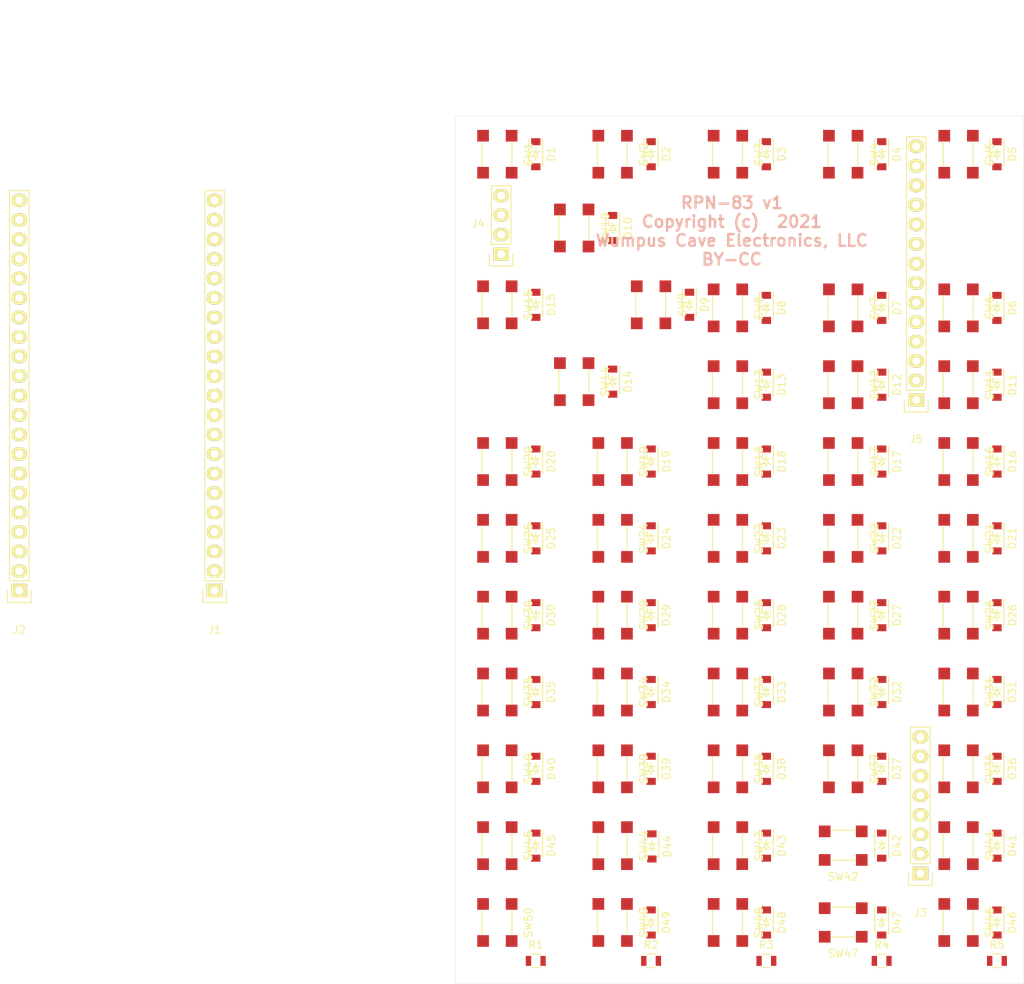
<source format=kicad_pcb>
(kicad_pcb (version 20171130) (host pcbnew "(5.1.7)-1")

  (general
    (thickness 1.6002)
    (drawings 6)
    (tracks 0)
    (zones 0)
    (modules 109)
    (nets 94)
  )

  (page USLetter)
  (title_block
    (rev 1)
  )

  (layers
    (0 Front signal)
    (31 Back signal)
    (34 B.Paste user)
    (35 F.Paste user)
    (36 B.SilkS user)
    (37 F.SilkS user)
    (38 B.Mask user)
    (39 F.Mask user)
    (44 Edge.Cuts user)
    (45 Margin user)
    (46 B.CrtYd user)
    (47 F.CrtYd user)
    (49 F.Fab user)
  )

  (setup
    (last_trace_width 0.1524)
    (user_trace_width 0.254)
    (user_trace_width 0.508)
    (user_trace_width 0.762)
    (trace_clearance 0.1524)
    (zone_clearance 0.508)
    (zone_45_only no)
    (trace_min 0.1524)
    (via_size 0.508)
    (via_drill 0.254)
    (via_min_size 0.508)
    (via_min_drill 0.254)
    (user_via 0.6858 0.3302)
    (user_via 0.889 0.381)
    (uvia_size 0.6858)
    (uvia_drill 0.254)
    (uvias_allowed no)
    (uvia_min_size 0)
    (uvia_min_drill 0)
    (edge_width 0.0381)
    (segment_width 0.254)
    (pcb_text_width 0.3048)
    (pcb_text_size 1.524 1.524)
    (mod_edge_width 0.127)
    (mod_text_size 0.762 0.762)
    (mod_text_width 0.127)
    (pad_size 1.524 1.524)
    (pad_drill 0.762)
    (pad_to_mask_clearance 0.0508)
    (aux_axis_origin 0 0)
    (visible_elements 7FFFFFFF)
    (pcbplotparams
      (layerselection 0x010fc_ffffffff)
      (usegerberextensions false)
      (usegerberattributes false)
      (usegerberadvancedattributes false)
      (creategerberjobfile false)
      (excludeedgelayer true)
      (linewidth 0.152400)
      (plotframeref false)
      (viasonmask false)
      (mode 1)
      (useauxorigin false)
      (hpglpennumber 1)
      (hpglpenspeed 20)
      (hpglpendiameter 15.000000)
      (psnegative false)
      (psa4output false)
      (plotreference true)
      (plotvalue false)
      (plotinvisibletext false)
      (padsonsilk false)
      (subtractmaskfromsilk true)
      (outputformat 1)
      (mirror false)
      (drillshape 0)
      (scaleselection 1)
      (outputdirectory "./gerbers"))
  )

  (net 0 "")
  (net 1 COL1)
  (net 2 "Net-(D1-Pad2)")
  (net 3 "Net-(D2-Pad2)")
  (net 4 "Net-(D3-Pad2)")
  (net 5 "Net-(D4-Pad2)")
  (net 6 "Net-(D5-Pad2)")
  (net 7 "Net-(D6-Pad2)")
  (net 8 COL2)
  (net 9 "Net-(D7-Pad2)")
  (net 10 "Net-(D8-Pad2)")
  (net 11 "Net-(D9-Pad2)")
  (net 12 "Net-(D10-Pad2)")
  (net 13 "Net-(D11-Pad2)")
  (net 14 COL3)
  (net 15 "Net-(D12-Pad2)")
  (net 16 "Net-(D13-Pad2)")
  (net 17 "Net-(D14-Pad2)")
  (net 18 "Net-(D15-Pad2)")
  (net 19 "Net-(D16-Pad2)")
  (net 20 COL4)
  (net 21 "Net-(D17-Pad2)")
  (net 22 "Net-(D18-Pad2)")
  (net 23 "Net-(D19-Pad2)")
  (net 24 "Net-(D20-Pad2)")
  (net 25 "Net-(D21-Pad2)")
  (net 26 COL5)
  (net 27 "Net-(D22-Pad2)")
  (net 28 "Net-(D23-Pad2)")
  (net 29 "Net-(D24-Pad2)")
  (net 30 "Net-(D25-Pad2)")
  (net 31 "Net-(D26-Pad2)")
  (net 32 COL6)
  (net 33 "Net-(D27-Pad2)")
  (net 34 "Net-(D28-Pad2)")
  (net 35 "Net-(D29-Pad2)")
  (net 36 "Net-(D30-Pad2)")
  (net 37 COL7)
  (net 38 "Net-(D31-Pad2)")
  (net 39 "Net-(D32-Pad2)")
  (net 40 "Net-(D33-Pad2)")
  (net 41 "Net-(D34-Pad2)")
  (net 42 "Net-(D35-Pad2)")
  (net 43 COL8)
  (net 44 "Net-(D36-Pad2)")
  (net 45 "Net-(D37-Pad2)")
  (net 46 "Net-(D38-Pad2)")
  (net 47 "Net-(D39-Pad2)")
  (net 48 "Net-(D40-Pad2)")
  (net 49 COL9)
  (net 50 "Net-(D41-Pad2)")
  (net 51 "Net-(D42-Pad2)")
  (net 52 "Net-(D43-Pad2)")
  (net 53 "Net-(D44-Pad2)")
  (net 54 "Net-(D45-Pad2)")
  (net 55 COL10)
  (net 56 "Net-(D46-Pad2)")
  (net 57 "Net-(D47-Pad2)")
  (net 58 "Net-(D48-Pad2)")
  (net 59 "Net-(D49-Pad2)")
  (net 60 GND)
  (net 61 +5V)
  (net 62 BTN_PWR)
  (net 63 "Net-(J1-Pad18)")
  (net 64 "Net-(J1-Pad17)")
  (net 65 ROW5)
  (net 66 ROW4)
  (net 67 ROW3)
  (net 68 ROW2)
  (net 69 ROW1)
  (net 70 "Net-(J1-Pad1)")
  (net 71 "Net-(J2-Pad2)")
  (net 72 LBO)
  (net 73 LCD_CS)
  (net 74 LCD_RESET)
  (net 75 LCD_DC)
  (net 76 LCD_MOSI)
  (net 77 LCD_SCK)
  (net 78 LCD_BACKLIGHT)
  (net 79 LCD_MISO)
  (net 80 LCD_T_CLK)
  (net 81 LCD_T_CS)
  (net 82 LCD_T_DIN)
  (net 83 LCD_T_DO)
  (net 84 LCD_T_IRQ)
  (net 85 SD_CS)
  (net 86 SD_MOSI)
  (net 87 SD_MISO)
  (net 88 SD_SCK)
  (net 89 EN)
  (net 90 "Net-(J2-Pad21)")
  (net 91 "Net-(J3-Pad1)")
  (net 92 "Net-(J3-Pad2)")
  (net 93 "Net-(J3-Pad3)")

  (net_class Default "This is the default net class."
    (clearance 0.1524)
    (trace_width 0.1524)
    (via_dia 0.508)
    (via_drill 0.254)
    (uvia_dia 0.6858)
    (uvia_drill 0.254)
    (diff_pair_width 0.1524)
    (diff_pair_gap 0.1524)
    (add_net +5V)
    (add_net BTN_PWR)
    (add_net COL1)
    (add_net COL10)
    (add_net COL2)
    (add_net COL3)
    (add_net COL4)
    (add_net COL5)
    (add_net COL6)
    (add_net COL7)
    (add_net COL8)
    (add_net COL9)
    (add_net EN)
    (add_net GND)
    (add_net LBO)
    (add_net LCD_BACKLIGHT)
    (add_net LCD_CS)
    (add_net LCD_DC)
    (add_net LCD_MISO)
    (add_net LCD_MOSI)
    (add_net LCD_RESET)
    (add_net LCD_SCK)
    (add_net LCD_T_CLK)
    (add_net LCD_T_CS)
    (add_net LCD_T_DIN)
    (add_net LCD_T_DO)
    (add_net LCD_T_IRQ)
    (add_net "Net-(D1-Pad2)")
    (add_net "Net-(D10-Pad2)")
    (add_net "Net-(D11-Pad2)")
    (add_net "Net-(D12-Pad2)")
    (add_net "Net-(D13-Pad2)")
    (add_net "Net-(D14-Pad2)")
    (add_net "Net-(D15-Pad2)")
    (add_net "Net-(D16-Pad2)")
    (add_net "Net-(D17-Pad2)")
    (add_net "Net-(D18-Pad2)")
    (add_net "Net-(D19-Pad2)")
    (add_net "Net-(D2-Pad2)")
    (add_net "Net-(D20-Pad2)")
    (add_net "Net-(D21-Pad2)")
    (add_net "Net-(D22-Pad2)")
    (add_net "Net-(D23-Pad2)")
    (add_net "Net-(D24-Pad2)")
    (add_net "Net-(D25-Pad2)")
    (add_net "Net-(D26-Pad2)")
    (add_net "Net-(D27-Pad2)")
    (add_net "Net-(D28-Pad2)")
    (add_net "Net-(D29-Pad2)")
    (add_net "Net-(D3-Pad2)")
    (add_net "Net-(D30-Pad2)")
    (add_net "Net-(D31-Pad2)")
    (add_net "Net-(D32-Pad2)")
    (add_net "Net-(D33-Pad2)")
    (add_net "Net-(D34-Pad2)")
    (add_net "Net-(D35-Pad2)")
    (add_net "Net-(D36-Pad2)")
    (add_net "Net-(D37-Pad2)")
    (add_net "Net-(D38-Pad2)")
    (add_net "Net-(D39-Pad2)")
    (add_net "Net-(D4-Pad2)")
    (add_net "Net-(D40-Pad2)")
    (add_net "Net-(D41-Pad2)")
    (add_net "Net-(D42-Pad2)")
    (add_net "Net-(D43-Pad2)")
    (add_net "Net-(D44-Pad2)")
    (add_net "Net-(D45-Pad2)")
    (add_net "Net-(D46-Pad2)")
    (add_net "Net-(D47-Pad2)")
    (add_net "Net-(D48-Pad2)")
    (add_net "Net-(D49-Pad2)")
    (add_net "Net-(D5-Pad2)")
    (add_net "Net-(D6-Pad2)")
    (add_net "Net-(D7-Pad2)")
    (add_net "Net-(D8-Pad2)")
    (add_net "Net-(D9-Pad2)")
    (add_net "Net-(J1-Pad1)")
    (add_net "Net-(J1-Pad17)")
    (add_net "Net-(J1-Pad18)")
    (add_net "Net-(J2-Pad2)")
    (add_net "Net-(J2-Pad21)")
    (add_net "Net-(J3-Pad1)")
    (add_net "Net-(J3-Pad2)")
    (add_net "Net-(J3-Pad3)")
    (add_net ROW1)
    (add_net ROW2)
    (add_net ROW3)
    (add_net ROW4)
    (add_net ROW5)
    (add_net SD_CS)
    (add_net SD_MISO)
    (add_net SD_MOSI)
    (add_net SD_SCK)
  )

  (module Diodes_SMD:SOD-123 (layer Front) (tedit 5530FCB9) (tstamp 61CA3CBB)
    (at 135.5 50 270)
    (descr SOD-123)
    (tags SOD-123)
    (path /61C968C2)
    (attr smd)
    (fp_text reference D1 (at 0 -2 90) (layer F.SilkS)
      (effects (font (size 1 1) (thickness 0.15)))
    )
    (fp_text value D (at 0 2.1 90) (layer F.Fab)
      (effects (font (size 1 1) (thickness 0.15)))
    )
    (fp_line (start -2 -0.9) (end 1.54 -0.9) (layer F.SilkS) (width 0.15))
    (fp_line (start -2 0.9) (end 1.54 0.9) (layer F.SilkS) (width 0.15))
    (fp_line (start -2.25 -1.05) (end -2.25 1.05) (layer F.CrtYd) (width 0.05))
    (fp_line (start 2.25 1.05) (end -2.25 1.05) (layer F.CrtYd) (width 0.05))
    (fp_line (start 2.25 -1.05) (end 2.25 1.05) (layer F.CrtYd) (width 0.05))
    (fp_line (start -2.25 -1.05) (end 2.25 -1.05) (layer F.CrtYd) (width 0.05))
    (fp_line (start -0.3175 -0.508) (end -0.3175 0.508) (layer F.SilkS) (width 0.15))
    (fp_line (start 0.3175 0.381) (end -0.3175 0) (layer F.SilkS) (width 0.15))
    (fp_line (start 0.3175 -0.381) (end 0.3175 0.381) (layer F.SilkS) (width 0.15))
    (fp_line (start -0.3175 0) (end 0.3175 -0.381) (layer F.SilkS) (width 0.15))
    (fp_line (start -0.6985 0) (end -0.3175 0) (layer F.SilkS) (width 0.15))
    (fp_line (start 0.3175 0) (end 0.6985 0) (layer F.SilkS) (width 0.15))
    (pad 1 smd rect (at -1.635 0 270) (size 0.91 1.22) (layers Front F.Paste F.Mask)
      (net 1 COL1))
    (pad 2 smd rect (at 1.635 0 270) (size 0.91 1.22) (layers Front F.Paste F.Mask)
      (net 2 "Net-(D1-Pad2)"))
  )

  (module Diodes_SMD:SOD-123 (layer Front) (tedit 5530FCB9) (tstamp 61CA3CCD)
    (at 150.5 50 270)
    (descr SOD-123)
    (tags SOD-123)
    (path /61C99957)
    (attr smd)
    (fp_text reference D2 (at 0 -2 90) (layer F.SilkS)
      (effects (font (size 1 1) (thickness 0.15)))
    )
    (fp_text value D (at 0 2.1 90) (layer F.Fab)
      (effects (font (size 1 1) (thickness 0.15)))
    )
    (fp_line (start -2 -0.9) (end 1.54 -0.9) (layer F.SilkS) (width 0.15))
    (fp_line (start -2 0.9) (end 1.54 0.9) (layer F.SilkS) (width 0.15))
    (fp_line (start -2.25 -1.05) (end -2.25 1.05) (layer F.CrtYd) (width 0.05))
    (fp_line (start 2.25 1.05) (end -2.25 1.05) (layer F.CrtYd) (width 0.05))
    (fp_line (start 2.25 -1.05) (end 2.25 1.05) (layer F.CrtYd) (width 0.05))
    (fp_line (start -2.25 -1.05) (end 2.25 -1.05) (layer F.CrtYd) (width 0.05))
    (fp_line (start -0.3175 -0.508) (end -0.3175 0.508) (layer F.SilkS) (width 0.15))
    (fp_line (start 0.3175 0.381) (end -0.3175 0) (layer F.SilkS) (width 0.15))
    (fp_line (start 0.3175 -0.381) (end 0.3175 0.381) (layer F.SilkS) (width 0.15))
    (fp_line (start -0.3175 0) (end 0.3175 -0.381) (layer F.SilkS) (width 0.15))
    (fp_line (start -0.6985 0) (end -0.3175 0) (layer F.SilkS) (width 0.15))
    (fp_line (start 0.3175 0) (end 0.6985 0) (layer F.SilkS) (width 0.15))
    (pad 1 smd rect (at -1.635 0 270) (size 0.91 1.22) (layers Front F.Paste F.Mask)
      (net 1 COL1))
    (pad 2 smd rect (at 1.635 0 270) (size 0.91 1.22) (layers Front F.Paste F.Mask)
      (net 3 "Net-(D2-Pad2)"))
  )

  (module Diodes_SMD:SOD-123 (layer Front) (tedit 5530FCB9) (tstamp 61CA3CDF)
    (at 165.5 50 270)
    (descr SOD-123)
    (tags SOD-123)
    (path /61C9E96E)
    (attr smd)
    (fp_text reference D3 (at 0 -2 90) (layer F.SilkS)
      (effects (font (size 1 1) (thickness 0.15)))
    )
    (fp_text value D (at 0 2.1 90) (layer F.Fab)
      (effects (font (size 1 1) (thickness 0.15)))
    )
    (fp_line (start -2 -0.9) (end 1.54 -0.9) (layer F.SilkS) (width 0.15))
    (fp_line (start -2 0.9) (end 1.54 0.9) (layer F.SilkS) (width 0.15))
    (fp_line (start -2.25 -1.05) (end -2.25 1.05) (layer F.CrtYd) (width 0.05))
    (fp_line (start 2.25 1.05) (end -2.25 1.05) (layer F.CrtYd) (width 0.05))
    (fp_line (start 2.25 -1.05) (end 2.25 1.05) (layer F.CrtYd) (width 0.05))
    (fp_line (start -2.25 -1.05) (end 2.25 -1.05) (layer F.CrtYd) (width 0.05))
    (fp_line (start -0.3175 -0.508) (end -0.3175 0.508) (layer F.SilkS) (width 0.15))
    (fp_line (start 0.3175 0.381) (end -0.3175 0) (layer F.SilkS) (width 0.15))
    (fp_line (start 0.3175 -0.381) (end 0.3175 0.381) (layer F.SilkS) (width 0.15))
    (fp_line (start -0.3175 0) (end 0.3175 -0.381) (layer F.SilkS) (width 0.15))
    (fp_line (start -0.6985 0) (end -0.3175 0) (layer F.SilkS) (width 0.15))
    (fp_line (start 0.3175 0) (end 0.6985 0) (layer F.SilkS) (width 0.15))
    (pad 1 smd rect (at -1.635 0 270) (size 0.91 1.22) (layers Front F.Paste F.Mask)
      (net 1 COL1))
    (pad 2 smd rect (at 1.635 0 270) (size 0.91 1.22) (layers Front F.Paste F.Mask)
      (net 4 "Net-(D3-Pad2)"))
  )

  (module Diodes_SMD:SOD-123 (layer Front) (tedit 5530FCB9) (tstamp 61CA3CF1)
    (at 180.5 50 270)
    (descr SOD-123)
    (tags SOD-123)
    (path /61C9E98F)
    (attr smd)
    (fp_text reference D4 (at 0 -2 90) (layer F.SilkS)
      (effects (font (size 1 1) (thickness 0.15)))
    )
    (fp_text value D (at 0 2.1 90) (layer F.Fab)
      (effects (font (size 1 1) (thickness 0.15)))
    )
    (fp_line (start -2 -0.9) (end 1.54 -0.9) (layer F.SilkS) (width 0.15))
    (fp_line (start -2 0.9) (end 1.54 0.9) (layer F.SilkS) (width 0.15))
    (fp_line (start -2.25 -1.05) (end -2.25 1.05) (layer F.CrtYd) (width 0.05))
    (fp_line (start 2.25 1.05) (end -2.25 1.05) (layer F.CrtYd) (width 0.05))
    (fp_line (start 2.25 -1.05) (end 2.25 1.05) (layer F.CrtYd) (width 0.05))
    (fp_line (start -2.25 -1.05) (end 2.25 -1.05) (layer F.CrtYd) (width 0.05))
    (fp_line (start -0.3175 -0.508) (end -0.3175 0.508) (layer F.SilkS) (width 0.15))
    (fp_line (start 0.3175 0.381) (end -0.3175 0) (layer F.SilkS) (width 0.15))
    (fp_line (start 0.3175 -0.381) (end 0.3175 0.381) (layer F.SilkS) (width 0.15))
    (fp_line (start -0.3175 0) (end 0.3175 -0.381) (layer F.SilkS) (width 0.15))
    (fp_line (start -0.6985 0) (end -0.3175 0) (layer F.SilkS) (width 0.15))
    (fp_line (start 0.3175 0) (end 0.6985 0) (layer F.SilkS) (width 0.15))
    (pad 1 smd rect (at -1.635 0 270) (size 0.91 1.22) (layers Front F.Paste F.Mask)
      (net 1 COL1))
    (pad 2 smd rect (at 1.635 0 270) (size 0.91 1.22) (layers Front F.Paste F.Mask)
      (net 5 "Net-(D4-Pad2)"))
  )

  (module Diodes_SMD:SOD-123 (layer Front) (tedit 5530FCB9) (tstamp 61CA3D03)
    (at 195.5 50 270)
    (descr SOD-123)
    (tags SOD-123)
    (path /61CA1D5B)
    (attr smd)
    (fp_text reference D5 (at 0 -2 90) (layer F.SilkS)
      (effects (font (size 1 1) (thickness 0.15)))
    )
    (fp_text value D (at 0 2.1 90) (layer F.Fab)
      (effects (font (size 1 1) (thickness 0.15)))
    )
    (fp_line (start 0.3175 0) (end 0.6985 0) (layer F.SilkS) (width 0.15))
    (fp_line (start -0.6985 0) (end -0.3175 0) (layer F.SilkS) (width 0.15))
    (fp_line (start -0.3175 0) (end 0.3175 -0.381) (layer F.SilkS) (width 0.15))
    (fp_line (start 0.3175 -0.381) (end 0.3175 0.381) (layer F.SilkS) (width 0.15))
    (fp_line (start 0.3175 0.381) (end -0.3175 0) (layer F.SilkS) (width 0.15))
    (fp_line (start -0.3175 -0.508) (end -0.3175 0.508) (layer F.SilkS) (width 0.15))
    (fp_line (start -2.25 -1.05) (end 2.25 -1.05) (layer F.CrtYd) (width 0.05))
    (fp_line (start 2.25 -1.05) (end 2.25 1.05) (layer F.CrtYd) (width 0.05))
    (fp_line (start 2.25 1.05) (end -2.25 1.05) (layer F.CrtYd) (width 0.05))
    (fp_line (start -2.25 -1.05) (end -2.25 1.05) (layer F.CrtYd) (width 0.05))
    (fp_line (start -2 0.9) (end 1.54 0.9) (layer F.SilkS) (width 0.15))
    (fp_line (start -2 -0.9) (end 1.54 -0.9) (layer F.SilkS) (width 0.15))
    (pad 2 smd rect (at 1.635 0 270) (size 0.91 1.22) (layers Front F.Paste F.Mask)
      (net 6 "Net-(D5-Pad2)"))
    (pad 1 smd rect (at -1.635 0 270) (size 0.91 1.22) (layers Front F.Paste F.Mask)
      (net 1 COL1))
  )

  (module Diodes_SMD:SOD-123 (layer Front) (tedit 5530FCB9) (tstamp 61CA3D15)
    (at 195.5 70 270)
    (descr SOD-123)
    (tags SOD-123)
    (path /61CAE17E)
    (attr smd)
    (fp_text reference D6 (at 0 -2 90) (layer F.SilkS)
      (effects (font (size 1 1) (thickness 0.15)))
    )
    (fp_text value D (at 0 2.1 90) (layer F.Fab)
      (effects (font (size 1 1) (thickness 0.15)))
    )
    (fp_line (start 0.3175 0) (end 0.6985 0) (layer F.SilkS) (width 0.15))
    (fp_line (start -0.6985 0) (end -0.3175 0) (layer F.SilkS) (width 0.15))
    (fp_line (start -0.3175 0) (end 0.3175 -0.381) (layer F.SilkS) (width 0.15))
    (fp_line (start 0.3175 -0.381) (end 0.3175 0.381) (layer F.SilkS) (width 0.15))
    (fp_line (start 0.3175 0.381) (end -0.3175 0) (layer F.SilkS) (width 0.15))
    (fp_line (start -0.3175 -0.508) (end -0.3175 0.508) (layer F.SilkS) (width 0.15))
    (fp_line (start -2.25 -1.05) (end 2.25 -1.05) (layer F.CrtYd) (width 0.05))
    (fp_line (start 2.25 -1.05) (end 2.25 1.05) (layer F.CrtYd) (width 0.05))
    (fp_line (start 2.25 1.05) (end -2.25 1.05) (layer F.CrtYd) (width 0.05))
    (fp_line (start -2.25 -1.05) (end -2.25 1.05) (layer F.CrtYd) (width 0.05))
    (fp_line (start -2 0.9) (end 1.54 0.9) (layer F.SilkS) (width 0.15))
    (fp_line (start -2 -0.9) (end 1.54 -0.9) (layer F.SilkS) (width 0.15))
    (pad 2 smd rect (at 1.635 0 270) (size 0.91 1.22) (layers Front F.Paste F.Mask)
      (net 7 "Net-(D6-Pad2)"))
    (pad 1 smd rect (at -1.635 0 270) (size 0.91 1.22) (layers Front F.Paste F.Mask)
      (net 8 COL2))
  )

  (module Diodes_SMD:SOD-123 (layer Front) (tedit 5530FCB9) (tstamp 61CA3D27)
    (at 180.5 70 270)
    (descr SOD-123)
    (tags SOD-123)
    (path /61CAE16E)
    (attr smd)
    (fp_text reference D7 (at 0 -2 90) (layer F.SilkS)
      (effects (font (size 1 1) (thickness 0.15)))
    )
    (fp_text value D (at 0 2.1 90) (layer F.Fab)
      (effects (font (size 1 1) (thickness 0.15)))
    )
    (fp_line (start -2 -0.9) (end 1.54 -0.9) (layer F.SilkS) (width 0.15))
    (fp_line (start -2 0.9) (end 1.54 0.9) (layer F.SilkS) (width 0.15))
    (fp_line (start -2.25 -1.05) (end -2.25 1.05) (layer F.CrtYd) (width 0.05))
    (fp_line (start 2.25 1.05) (end -2.25 1.05) (layer F.CrtYd) (width 0.05))
    (fp_line (start 2.25 -1.05) (end 2.25 1.05) (layer F.CrtYd) (width 0.05))
    (fp_line (start -2.25 -1.05) (end 2.25 -1.05) (layer F.CrtYd) (width 0.05))
    (fp_line (start -0.3175 -0.508) (end -0.3175 0.508) (layer F.SilkS) (width 0.15))
    (fp_line (start 0.3175 0.381) (end -0.3175 0) (layer F.SilkS) (width 0.15))
    (fp_line (start 0.3175 -0.381) (end 0.3175 0.381) (layer F.SilkS) (width 0.15))
    (fp_line (start -0.3175 0) (end 0.3175 -0.381) (layer F.SilkS) (width 0.15))
    (fp_line (start -0.6985 0) (end -0.3175 0) (layer F.SilkS) (width 0.15))
    (fp_line (start 0.3175 0) (end 0.6985 0) (layer F.SilkS) (width 0.15))
    (pad 1 smd rect (at -1.635 0 270) (size 0.91 1.22) (layers Front F.Paste F.Mask)
      (net 8 COL2))
    (pad 2 smd rect (at 1.635 0 270) (size 0.91 1.22) (layers Front F.Paste F.Mask)
      (net 9 "Net-(D7-Pad2)"))
  )

  (module Diodes_SMD:SOD-123 (layer Front) (tedit 5530FCB9) (tstamp 61CA3D39)
    (at 165.5 70 270)
    (descr SOD-123)
    (tags SOD-123)
    (path /61CAE15E)
    (attr smd)
    (fp_text reference D8 (at 0 -2 90) (layer F.SilkS)
      (effects (font (size 1 1) (thickness 0.15)))
    )
    (fp_text value D (at 0 2.1 90) (layer F.Fab)
      (effects (font (size 1 1) (thickness 0.15)))
    )
    (fp_line (start 0.3175 0) (end 0.6985 0) (layer F.SilkS) (width 0.15))
    (fp_line (start -0.6985 0) (end -0.3175 0) (layer F.SilkS) (width 0.15))
    (fp_line (start -0.3175 0) (end 0.3175 -0.381) (layer F.SilkS) (width 0.15))
    (fp_line (start 0.3175 -0.381) (end 0.3175 0.381) (layer F.SilkS) (width 0.15))
    (fp_line (start 0.3175 0.381) (end -0.3175 0) (layer F.SilkS) (width 0.15))
    (fp_line (start -0.3175 -0.508) (end -0.3175 0.508) (layer F.SilkS) (width 0.15))
    (fp_line (start -2.25 -1.05) (end 2.25 -1.05) (layer F.CrtYd) (width 0.05))
    (fp_line (start 2.25 -1.05) (end 2.25 1.05) (layer F.CrtYd) (width 0.05))
    (fp_line (start 2.25 1.05) (end -2.25 1.05) (layer F.CrtYd) (width 0.05))
    (fp_line (start -2.25 -1.05) (end -2.25 1.05) (layer F.CrtYd) (width 0.05))
    (fp_line (start -2 0.9) (end 1.54 0.9) (layer F.SilkS) (width 0.15))
    (fp_line (start -2 -0.9) (end 1.54 -0.9) (layer F.SilkS) (width 0.15))
    (pad 2 smd rect (at 1.635 0 270) (size 0.91 1.22) (layers Front F.Paste F.Mask)
      (net 10 "Net-(D8-Pad2)"))
    (pad 1 smd rect (at -1.635 0 270) (size 0.91 1.22) (layers Front F.Paste F.Mask)
      (net 8 COL2))
  )

  (module Diodes_SMD:SOD-123 (layer Front) (tedit 5530FCB9) (tstamp 61CA8056)
    (at 155.5 69.6 270)
    (descr SOD-123)
    (tags SOD-123)
    (path /61CAE14C)
    (attr smd)
    (fp_text reference D9 (at 0 -2 90) (layer F.SilkS)
      (effects (font (size 1 1) (thickness 0.15)))
    )
    (fp_text value D (at 0 2.1 90) (layer F.Fab)
      (effects (font (size 1 1) (thickness 0.15)))
    )
    (fp_line (start 0.3175 0) (end 0.6985 0) (layer F.SilkS) (width 0.15))
    (fp_line (start -0.6985 0) (end -0.3175 0) (layer F.SilkS) (width 0.15))
    (fp_line (start -0.3175 0) (end 0.3175 -0.381) (layer F.SilkS) (width 0.15))
    (fp_line (start 0.3175 -0.381) (end 0.3175 0.381) (layer F.SilkS) (width 0.15))
    (fp_line (start 0.3175 0.381) (end -0.3175 0) (layer F.SilkS) (width 0.15))
    (fp_line (start -0.3175 -0.508) (end -0.3175 0.508) (layer F.SilkS) (width 0.15))
    (fp_line (start -2.25 -1.05) (end 2.25 -1.05) (layer F.CrtYd) (width 0.05))
    (fp_line (start 2.25 -1.05) (end 2.25 1.05) (layer F.CrtYd) (width 0.05))
    (fp_line (start 2.25 1.05) (end -2.25 1.05) (layer F.CrtYd) (width 0.05))
    (fp_line (start -2.25 -1.05) (end -2.25 1.05) (layer F.CrtYd) (width 0.05))
    (fp_line (start -2 0.9) (end 1.54 0.9) (layer F.SilkS) (width 0.15))
    (fp_line (start -2 -0.9) (end 1.54 -0.9) (layer F.SilkS) (width 0.15))
    (pad 2 smd rect (at 1.635 0 270) (size 0.91 1.22) (layers Front F.Paste F.Mask)
      (net 11 "Net-(D9-Pad2)"))
    (pad 1 smd rect (at -1.635 0 270) (size 0.91 1.22) (layers Front F.Paste F.Mask)
      (net 8 COL2))
  )

  (module Diodes_SMD:SOD-123 (layer Front) (tedit 5530FCB9) (tstamp 61CA8023)
    (at 145.5 59.6 270)
    (descr SOD-123)
    (tags SOD-123)
    (path /61CAE13C)
    (attr smd)
    (fp_text reference D10 (at 0 -2 90) (layer F.SilkS)
      (effects (font (size 1 1) (thickness 0.15)))
    )
    (fp_text value D (at 0 2.1 90) (layer F.Fab)
      (effects (font (size 1 1) (thickness 0.15)))
    )
    (fp_line (start 0.3175 0) (end 0.6985 0) (layer F.SilkS) (width 0.15))
    (fp_line (start -0.6985 0) (end -0.3175 0) (layer F.SilkS) (width 0.15))
    (fp_line (start -0.3175 0) (end 0.3175 -0.381) (layer F.SilkS) (width 0.15))
    (fp_line (start 0.3175 -0.381) (end 0.3175 0.381) (layer F.SilkS) (width 0.15))
    (fp_line (start 0.3175 0.381) (end -0.3175 0) (layer F.SilkS) (width 0.15))
    (fp_line (start -0.3175 -0.508) (end -0.3175 0.508) (layer F.SilkS) (width 0.15))
    (fp_line (start -2.25 -1.05) (end 2.25 -1.05) (layer F.CrtYd) (width 0.05))
    (fp_line (start 2.25 -1.05) (end 2.25 1.05) (layer F.CrtYd) (width 0.05))
    (fp_line (start 2.25 1.05) (end -2.25 1.05) (layer F.CrtYd) (width 0.05))
    (fp_line (start -2.25 -1.05) (end -2.25 1.05) (layer F.CrtYd) (width 0.05))
    (fp_line (start -2 0.9) (end 1.54 0.9) (layer F.SilkS) (width 0.15))
    (fp_line (start -2 -0.9) (end 1.54 -0.9) (layer F.SilkS) (width 0.15))
    (pad 2 smd rect (at 1.635 0 270) (size 0.91 1.22) (layers Front F.Paste F.Mask)
      (net 12 "Net-(D10-Pad2)"))
    (pad 1 smd rect (at -1.635 0 270) (size 0.91 1.22) (layers Front F.Paste F.Mask)
      (net 8 COL2))
  )

  (module Diodes_SMD:SOD-123 (layer Front) (tedit 5530FCB9) (tstamp 61CA3D6F)
    (at 195.5 80 270)
    (descr SOD-123)
    (tags SOD-123)
    (path /61CBEAC0)
    (attr smd)
    (fp_text reference D11 (at 0 -2 90) (layer F.SilkS)
      (effects (font (size 1 1) (thickness 0.15)))
    )
    (fp_text value D (at 0 2.1 90) (layer F.Fab)
      (effects (font (size 1 1) (thickness 0.15)))
    )
    (fp_line (start 0.3175 0) (end 0.6985 0) (layer F.SilkS) (width 0.15))
    (fp_line (start -0.6985 0) (end -0.3175 0) (layer F.SilkS) (width 0.15))
    (fp_line (start -0.3175 0) (end 0.3175 -0.381) (layer F.SilkS) (width 0.15))
    (fp_line (start 0.3175 -0.381) (end 0.3175 0.381) (layer F.SilkS) (width 0.15))
    (fp_line (start 0.3175 0.381) (end -0.3175 0) (layer F.SilkS) (width 0.15))
    (fp_line (start -0.3175 -0.508) (end -0.3175 0.508) (layer F.SilkS) (width 0.15))
    (fp_line (start -2.25 -1.05) (end 2.25 -1.05) (layer F.CrtYd) (width 0.05))
    (fp_line (start 2.25 -1.05) (end 2.25 1.05) (layer F.CrtYd) (width 0.05))
    (fp_line (start 2.25 1.05) (end -2.25 1.05) (layer F.CrtYd) (width 0.05))
    (fp_line (start -2.25 -1.05) (end -2.25 1.05) (layer F.CrtYd) (width 0.05))
    (fp_line (start -2 0.9) (end 1.54 0.9) (layer F.SilkS) (width 0.15))
    (fp_line (start -2 -0.9) (end 1.54 -0.9) (layer F.SilkS) (width 0.15))
    (pad 2 smd rect (at 1.635 0 270) (size 0.91 1.22) (layers Front F.Paste F.Mask)
      (net 13 "Net-(D11-Pad2)"))
    (pad 1 smd rect (at -1.635 0 270) (size 0.91 1.22) (layers Front F.Paste F.Mask)
      (net 14 COL3))
  )

  (module Diodes_SMD:SOD-123 (layer Front) (tedit 5530FCB9) (tstamp 61CA3D81)
    (at 180.5 80 270)
    (descr SOD-123)
    (tags SOD-123)
    (path /61CBEAD0)
    (attr smd)
    (fp_text reference D12 (at 0 -2 90) (layer F.SilkS)
      (effects (font (size 1 1) (thickness 0.15)))
    )
    (fp_text value D (at 0 2.1 90) (layer F.Fab)
      (effects (font (size 1 1) (thickness 0.15)))
    )
    (fp_line (start 0.3175 0) (end 0.6985 0) (layer F.SilkS) (width 0.15))
    (fp_line (start -0.6985 0) (end -0.3175 0) (layer F.SilkS) (width 0.15))
    (fp_line (start -0.3175 0) (end 0.3175 -0.381) (layer F.SilkS) (width 0.15))
    (fp_line (start 0.3175 -0.381) (end 0.3175 0.381) (layer F.SilkS) (width 0.15))
    (fp_line (start 0.3175 0.381) (end -0.3175 0) (layer F.SilkS) (width 0.15))
    (fp_line (start -0.3175 -0.508) (end -0.3175 0.508) (layer F.SilkS) (width 0.15))
    (fp_line (start -2.25 -1.05) (end 2.25 -1.05) (layer F.CrtYd) (width 0.05))
    (fp_line (start 2.25 -1.05) (end 2.25 1.05) (layer F.CrtYd) (width 0.05))
    (fp_line (start 2.25 1.05) (end -2.25 1.05) (layer F.CrtYd) (width 0.05))
    (fp_line (start -2.25 -1.05) (end -2.25 1.05) (layer F.CrtYd) (width 0.05))
    (fp_line (start -2 0.9) (end 1.54 0.9) (layer F.SilkS) (width 0.15))
    (fp_line (start -2 -0.9) (end 1.54 -0.9) (layer F.SilkS) (width 0.15))
    (pad 2 smd rect (at 1.635 0 270) (size 0.91 1.22) (layers Front F.Paste F.Mask)
      (net 15 "Net-(D12-Pad2)"))
    (pad 1 smd rect (at -1.635 0 270) (size 0.91 1.22) (layers Front F.Paste F.Mask)
      (net 14 COL3))
  )

  (module Diodes_SMD:SOD-123 (layer Front) (tedit 5530FCB9) (tstamp 61CA3D93)
    (at 165.5 80 270)
    (descr SOD-123)
    (tags SOD-123)
    (path /61CBEAE0)
    (attr smd)
    (fp_text reference D13 (at 0 -2 90) (layer F.SilkS)
      (effects (font (size 1 1) (thickness 0.15)))
    )
    (fp_text value D (at 0 2.1 90) (layer F.Fab)
      (effects (font (size 1 1) (thickness 0.15)))
    )
    (fp_line (start -2 -0.9) (end 1.54 -0.9) (layer F.SilkS) (width 0.15))
    (fp_line (start -2 0.9) (end 1.54 0.9) (layer F.SilkS) (width 0.15))
    (fp_line (start -2.25 -1.05) (end -2.25 1.05) (layer F.CrtYd) (width 0.05))
    (fp_line (start 2.25 1.05) (end -2.25 1.05) (layer F.CrtYd) (width 0.05))
    (fp_line (start 2.25 -1.05) (end 2.25 1.05) (layer F.CrtYd) (width 0.05))
    (fp_line (start -2.25 -1.05) (end 2.25 -1.05) (layer F.CrtYd) (width 0.05))
    (fp_line (start -0.3175 -0.508) (end -0.3175 0.508) (layer F.SilkS) (width 0.15))
    (fp_line (start 0.3175 0.381) (end -0.3175 0) (layer F.SilkS) (width 0.15))
    (fp_line (start 0.3175 -0.381) (end 0.3175 0.381) (layer F.SilkS) (width 0.15))
    (fp_line (start -0.3175 0) (end 0.3175 -0.381) (layer F.SilkS) (width 0.15))
    (fp_line (start -0.6985 0) (end -0.3175 0) (layer F.SilkS) (width 0.15))
    (fp_line (start 0.3175 0) (end 0.6985 0) (layer F.SilkS) (width 0.15))
    (pad 1 smd rect (at -1.635 0 270) (size 0.91 1.22) (layers Front F.Paste F.Mask)
      (net 14 COL3))
    (pad 2 smd rect (at 1.635 0 270) (size 0.91 1.22) (layers Front F.Paste F.Mask)
      (net 16 "Net-(D13-Pad2)"))
  )

  (module Diodes_SMD:SOD-123 (layer Front) (tedit 5530FCB9) (tstamp 61CA8089)
    (at 145.5 79.6 270)
    (descr SOD-123)
    (tags SOD-123)
    (path /61CBEAF2)
    (attr smd)
    (fp_text reference D14 (at 0 -2 90) (layer F.SilkS)
      (effects (font (size 1 1) (thickness 0.15)))
    )
    (fp_text value D (at 0 2.1 90) (layer F.Fab)
      (effects (font (size 1 1) (thickness 0.15)))
    )
    (fp_line (start 0.3175 0) (end 0.6985 0) (layer F.SilkS) (width 0.15))
    (fp_line (start -0.6985 0) (end -0.3175 0) (layer F.SilkS) (width 0.15))
    (fp_line (start -0.3175 0) (end 0.3175 -0.381) (layer F.SilkS) (width 0.15))
    (fp_line (start 0.3175 -0.381) (end 0.3175 0.381) (layer F.SilkS) (width 0.15))
    (fp_line (start 0.3175 0.381) (end -0.3175 0) (layer F.SilkS) (width 0.15))
    (fp_line (start -0.3175 -0.508) (end -0.3175 0.508) (layer F.SilkS) (width 0.15))
    (fp_line (start -2.25 -1.05) (end 2.25 -1.05) (layer F.CrtYd) (width 0.05))
    (fp_line (start 2.25 -1.05) (end 2.25 1.05) (layer F.CrtYd) (width 0.05))
    (fp_line (start 2.25 1.05) (end -2.25 1.05) (layer F.CrtYd) (width 0.05))
    (fp_line (start -2.25 -1.05) (end -2.25 1.05) (layer F.CrtYd) (width 0.05))
    (fp_line (start -2 0.9) (end 1.54 0.9) (layer F.SilkS) (width 0.15))
    (fp_line (start -2 -0.9) (end 1.54 -0.9) (layer F.SilkS) (width 0.15))
    (pad 2 smd rect (at 1.635 0 270) (size 0.91 1.22) (layers Front F.Paste F.Mask)
      (net 17 "Net-(D14-Pad2)"))
    (pad 1 smd rect (at -1.635 0 270) (size 0.91 1.22) (layers Front F.Paste F.Mask)
      (net 14 COL3))
  )

  (module Diodes_SMD:SOD-123 (layer Front) (tedit 5530FCB9) (tstamp 61CA7FF0)
    (at 135.5 69.6 270)
    (descr SOD-123)
    (tags SOD-123)
    (path /61CBEB02)
    (attr smd)
    (fp_text reference D15 (at 0 -2 90) (layer F.SilkS)
      (effects (font (size 1 1) (thickness 0.15)))
    )
    (fp_text value D (at 0 2.1 90) (layer F.Fab)
      (effects (font (size 1 1) (thickness 0.15)))
    )
    (fp_line (start 0.3175 0) (end 0.6985 0) (layer F.SilkS) (width 0.15))
    (fp_line (start -0.6985 0) (end -0.3175 0) (layer F.SilkS) (width 0.15))
    (fp_line (start -0.3175 0) (end 0.3175 -0.381) (layer F.SilkS) (width 0.15))
    (fp_line (start 0.3175 -0.381) (end 0.3175 0.381) (layer F.SilkS) (width 0.15))
    (fp_line (start 0.3175 0.381) (end -0.3175 0) (layer F.SilkS) (width 0.15))
    (fp_line (start -0.3175 -0.508) (end -0.3175 0.508) (layer F.SilkS) (width 0.15))
    (fp_line (start -2.25 -1.05) (end 2.25 -1.05) (layer F.CrtYd) (width 0.05))
    (fp_line (start 2.25 -1.05) (end 2.25 1.05) (layer F.CrtYd) (width 0.05))
    (fp_line (start 2.25 1.05) (end -2.25 1.05) (layer F.CrtYd) (width 0.05))
    (fp_line (start -2.25 -1.05) (end -2.25 1.05) (layer F.CrtYd) (width 0.05))
    (fp_line (start -2 0.9) (end 1.54 0.9) (layer F.SilkS) (width 0.15))
    (fp_line (start -2 -0.9) (end 1.54 -0.9) (layer F.SilkS) (width 0.15))
    (pad 2 smd rect (at 1.635 0 270) (size 0.91 1.22) (layers Front F.Paste F.Mask)
      (net 18 "Net-(D15-Pad2)"))
    (pad 1 smd rect (at -1.635 0 270) (size 0.91 1.22) (layers Front F.Paste F.Mask)
      (net 14 COL3))
  )

  (module Diodes_SMD:SOD-123 (layer Front) (tedit 5530FCB9) (tstamp 61CA3DC9)
    (at 195.5 90 270)
    (descr SOD-123)
    (tags SOD-123)
    (path /61CBEA67)
    (attr smd)
    (fp_text reference D16 (at 0 -2 90) (layer F.SilkS)
      (effects (font (size 1 1) (thickness 0.15)))
    )
    (fp_text value D (at 0 2.1 90) (layer F.Fab)
      (effects (font (size 1 1) (thickness 0.15)))
    )
    (fp_line (start 0.3175 0) (end 0.6985 0) (layer F.SilkS) (width 0.15))
    (fp_line (start -0.6985 0) (end -0.3175 0) (layer F.SilkS) (width 0.15))
    (fp_line (start -0.3175 0) (end 0.3175 -0.381) (layer F.SilkS) (width 0.15))
    (fp_line (start 0.3175 -0.381) (end 0.3175 0.381) (layer F.SilkS) (width 0.15))
    (fp_line (start 0.3175 0.381) (end -0.3175 0) (layer F.SilkS) (width 0.15))
    (fp_line (start -0.3175 -0.508) (end -0.3175 0.508) (layer F.SilkS) (width 0.15))
    (fp_line (start -2.25 -1.05) (end 2.25 -1.05) (layer F.CrtYd) (width 0.05))
    (fp_line (start 2.25 -1.05) (end 2.25 1.05) (layer F.CrtYd) (width 0.05))
    (fp_line (start 2.25 1.05) (end -2.25 1.05) (layer F.CrtYd) (width 0.05))
    (fp_line (start -2.25 -1.05) (end -2.25 1.05) (layer F.CrtYd) (width 0.05))
    (fp_line (start -2 0.9) (end 1.54 0.9) (layer F.SilkS) (width 0.15))
    (fp_line (start -2 -0.9) (end 1.54 -0.9) (layer F.SilkS) (width 0.15))
    (pad 2 smd rect (at 1.635 0 270) (size 0.91 1.22) (layers Front F.Paste F.Mask)
      (net 19 "Net-(D16-Pad2)"))
    (pad 1 smd rect (at -1.635 0 270) (size 0.91 1.22) (layers Front F.Paste F.Mask)
      (net 20 COL4))
  )

  (module Diodes_SMD:SOD-123 (layer Front) (tedit 5530FCB9) (tstamp 61CA3DDB)
    (at 180.5 90 270)
    (descr SOD-123)
    (tags SOD-123)
    (path /61CBEA77)
    (attr smd)
    (fp_text reference D17 (at 0 -2 90) (layer F.SilkS)
      (effects (font (size 1 1) (thickness 0.15)))
    )
    (fp_text value D (at 0 2.1 90) (layer F.Fab)
      (effects (font (size 1 1) (thickness 0.15)))
    )
    (fp_line (start 0.3175 0) (end 0.6985 0) (layer F.SilkS) (width 0.15))
    (fp_line (start -0.6985 0) (end -0.3175 0) (layer F.SilkS) (width 0.15))
    (fp_line (start -0.3175 0) (end 0.3175 -0.381) (layer F.SilkS) (width 0.15))
    (fp_line (start 0.3175 -0.381) (end 0.3175 0.381) (layer F.SilkS) (width 0.15))
    (fp_line (start 0.3175 0.381) (end -0.3175 0) (layer F.SilkS) (width 0.15))
    (fp_line (start -0.3175 -0.508) (end -0.3175 0.508) (layer F.SilkS) (width 0.15))
    (fp_line (start -2.25 -1.05) (end 2.25 -1.05) (layer F.CrtYd) (width 0.05))
    (fp_line (start 2.25 -1.05) (end 2.25 1.05) (layer F.CrtYd) (width 0.05))
    (fp_line (start 2.25 1.05) (end -2.25 1.05) (layer F.CrtYd) (width 0.05))
    (fp_line (start -2.25 -1.05) (end -2.25 1.05) (layer F.CrtYd) (width 0.05))
    (fp_line (start -2 0.9) (end 1.54 0.9) (layer F.SilkS) (width 0.15))
    (fp_line (start -2 -0.9) (end 1.54 -0.9) (layer F.SilkS) (width 0.15))
    (pad 2 smd rect (at 1.635 0 270) (size 0.91 1.22) (layers Front F.Paste F.Mask)
      (net 21 "Net-(D17-Pad2)"))
    (pad 1 smd rect (at -1.635 0 270) (size 0.91 1.22) (layers Front F.Paste F.Mask)
      (net 20 COL4))
  )

  (module Diodes_SMD:SOD-123 (layer Front) (tedit 5530FCB9) (tstamp 61CA3DED)
    (at 165.5 90 270)
    (descr SOD-123)
    (tags SOD-123)
    (path /61CBEA87)
    (attr smd)
    (fp_text reference D18 (at 0 -2 90) (layer F.SilkS)
      (effects (font (size 1 1) (thickness 0.15)))
    )
    (fp_text value D (at 0 2.1 90) (layer F.Fab)
      (effects (font (size 1 1) (thickness 0.15)))
    )
    (fp_line (start 0.3175 0) (end 0.6985 0) (layer F.SilkS) (width 0.15))
    (fp_line (start -0.6985 0) (end -0.3175 0) (layer F.SilkS) (width 0.15))
    (fp_line (start -0.3175 0) (end 0.3175 -0.381) (layer F.SilkS) (width 0.15))
    (fp_line (start 0.3175 -0.381) (end 0.3175 0.381) (layer F.SilkS) (width 0.15))
    (fp_line (start 0.3175 0.381) (end -0.3175 0) (layer F.SilkS) (width 0.15))
    (fp_line (start -0.3175 -0.508) (end -0.3175 0.508) (layer F.SilkS) (width 0.15))
    (fp_line (start -2.25 -1.05) (end 2.25 -1.05) (layer F.CrtYd) (width 0.05))
    (fp_line (start 2.25 -1.05) (end 2.25 1.05) (layer F.CrtYd) (width 0.05))
    (fp_line (start 2.25 1.05) (end -2.25 1.05) (layer F.CrtYd) (width 0.05))
    (fp_line (start -2.25 -1.05) (end -2.25 1.05) (layer F.CrtYd) (width 0.05))
    (fp_line (start -2 0.9) (end 1.54 0.9) (layer F.SilkS) (width 0.15))
    (fp_line (start -2 -0.9) (end 1.54 -0.9) (layer F.SilkS) (width 0.15))
    (pad 2 smd rect (at 1.635 0 270) (size 0.91 1.22) (layers Front F.Paste F.Mask)
      (net 22 "Net-(D18-Pad2)"))
    (pad 1 smd rect (at -1.635 0 270) (size 0.91 1.22) (layers Front F.Paste F.Mask)
      (net 20 COL4))
  )

  (module Diodes_SMD:SOD-123 (layer Front) (tedit 5530FCB9) (tstamp 61CA3DFF)
    (at 150.5 90 270)
    (descr SOD-123)
    (tags SOD-123)
    (path /61CBEA99)
    (attr smd)
    (fp_text reference D19 (at 0 -2 270) (layer F.SilkS)
      (effects (font (size 1 1) (thickness 0.15)))
    )
    (fp_text value D (at 0 2.1 90) (layer F.Fab)
      (effects (font (size 1 1) (thickness 0.15)))
    )
    (fp_line (start 0.3175 0) (end 0.6985 0) (layer F.SilkS) (width 0.15))
    (fp_line (start -0.6985 0) (end -0.3175 0) (layer F.SilkS) (width 0.15))
    (fp_line (start -0.3175 0) (end 0.3175 -0.381) (layer F.SilkS) (width 0.15))
    (fp_line (start 0.3175 -0.381) (end 0.3175 0.381) (layer F.SilkS) (width 0.15))
    (fp_line (start 0.3175 0.381) (end -0.3175 0) (layer F.SilkS) (width 0.15))
    (fp_line (start -0.3175 -0.508) (end -0.3175 0.508) (layer F.SilkS) (width 0.15))
    (fp_line (start -2.25 -1.05) (end 2.25 -1.05) (layer F.CrtYd) (width 0.05))
    (fp_line (start 2.25 -1.05) (end 2.25 1.05) (layer F.CrtYd) (width 0.05))
    (fp_line (start 2.25 1.05) (end -2.25 1.05) (layer F.CrtYd) (width 0.05))
    (fp_line (start -2.25 -1.05) (end -2.25 1.05) (layer F.CrtYd) (width 0.05))
    (fp_line (start -2 0.9) (end 1.54 0.9) (layer F.SilkS) (width 0.15))
    (fp_line (start -2 -0.9) (end 1.54 -0.9) (layer F.SilkS) (width 0.15))
    (pad 2 smd rect (at 1.635 0 270) (size 0.91 1.22) (layers Front F.Paste F.Mask)
      (net 23 "Net-(D19-Pad2)"))
    (pad 1 smd rect (at -1.635 0 270) (size 0.91 1.22) (layers Front F.Paste F.Mask)
      (net 20 COL4))
  )

  (module Diodes_SMD:SOD-123 (layer Front) (tedit 5530FCB9) (tstamp 61CA3E11)
    (at 135.5 90 270)
    (descr SOD-123)
    (tags SOD-123)
    (path /61CBEAA9)
    (attr smd)
    (fp_text reference D20 (at 0 -2 90) (layer F.SilkS)
      (effects (font (size 1 1) (thickness 0.15)))
    )
    (fp_text value D (at 0 2.1 90) (layer F.Fab)
      (effects (font (size 1 1) (thickness 0.15)))
    )
    (fp_line (start 0.3175 0) (end 0.6985 0) (layer F.SilkS) (width 0.15))
    (fp_line (start -0.6985 0) (end -0.3175 0) (layer F.SilkS) (width 0.15))
    (fp_line (start -0.3175 0) (end 0.3175 -0.381) (layer F.SilkS) (width 0.15))
    (fp_line (start 0.3175 -0.381) (end 0.3175 0.381) (layer F.SilkS) (width 0.15))
    (fp_line (start 0.3175 0.381) (end -0.3175 0) (layer F.SilkS) (width 0.15))
    (fp_line (start -0.3175 -0.508) (end -0.3175 0.508) (layer F.SilkS) (width 0.15))
    (fp_line (start -2.25 -1.05) (end 2.25 -1.05) (layer F.CrtYd) (width 0.05))
    (fp_line (start 2.25 -1.05) (end 2.25 1.05) (layer F.CrtYd) (width 0.05))
    (fp_line (start 2.25 1.05) (end -2.25 1.05) (layer F.CrtYd) (width 0.05))
    (fp_line (start -2.25 -1.05) (end -2.25 1.05) (layer F.CrtYd) (width 0.05))
    (fp_line (start -2 0.9) (end 1.54 0.9) (layer F.SilkS) (width 0.15))
    (fp_line (start -2 -0.9) (end 1.54 -0.9) (layer F.SilkS) (width 0.15))
    (pad 2 smd rect (at 1.635 0 270) (size 0.91 1.22) (layers Front F.Paste F.Mask)
      (net 24 "Net-(D20-Pad2)"))
    (pad 1 smd rect (at -1.635 0 270) (size 0.91 1.22) (layers Front F.Paste F.Mask)
      (net 20 COL4))
  )

  (module Diodes_SMD:SOD-123 (layer Front) (tedit 5530FCB9) (tstamp 61CA3E23)
    (at 195.5 100 270)
    (descr SOD-123)
    (tags SOD-123)
    (path /61CEA476)
    (attr smd)
    (fp_text reference D21 (at 0 -2 90) (layer F.SilkS)
      (effects (font (size 1 1) (thickness 0.15)))
    )
    (fp_text value D (at 0 2.1 90) (layer F.Fab)
      (effects (font (size 1 1) (thickness 0.15)))
    )
    (fp_line (start 0.3175 0) (end 0.6985 0) (layer F.SilkS) (width 0.15))
    (fp_line (start -0.6985 0) (end -0.3175 0) (layer F.SilkS) (width 0.15))
    (fp_line (start -0.3175 0) (end 0.3175 -0.381) (layer F.SilkS) (width 0.15))
    (fp_line (start 0.3175 -0.381) (end 0.3175 0.381) (layer F.SilkS) (width 0.15))
    (fp_line (start 0.3175 0.381) (end -0.3175 0) (layer F.SilkS) (width 0.15))
    (fp_line (start -0.3175 -0.508) (end -0.3175 0.508) (layer F.SilkS) (width 0.15))
    (fp_line (start -2.25 -1.05) (end 2.25 -1.05) (layer F.CrtYd) (width 0.05))
    (fp_line (start 2.25 -1.05) (end 2.25 1.05) (layer F.CrtYd) (width 0.05))
    (fp_line (start 2.25 1.05) (end -2.25 1.05) (layer F.CrtYd) (width 0.05))
    (fp_line (start -2.25 -1.05) (end -2.25 1.05) (layer F.CrtYd) (width 0.05))
    (fp_line (start -2 0.9) (end 1.54 0.9) (layer F.SilkS) (width 0.15))
    (fp_line (start -2 -0.9) (end 1.54 -0.9) (layer F.SilkS) (width 0.15))
    (pad 2 smd rect (at 1.635 0 270) (size 0.91 1.22) (layers Front F.Paste F.Mask)
      (net 25 "Net-(D21-Pad2)"))
    (pad 1 smd rect (at -1.635 0 270) (size 0.91 1.22) (layers Front F.Paste F.Mask)
      (net 26 COL5))
  )

  (module Diodes_SMD:SOD-123 (layer Front) (tedit 5530FCB9) (tstamp 61CA3E35)
    (at 180.5 100 270)
    (descr SOD-123)
    (tags SOD-123)
    (path /61CEA486)
    (attr smd)
    (fp_text reference D22 (at 0 -2 90) (layer F.SilkS)
      (effects (font (size 1 1) (thickness 0.15)))
    )
    (fp_text value D (at 0 2.1 90) (layer F.Fab)
      (effects (font (size 1 1) (thickness 0.15)))
    )
    (fp_line (start -2 -0.9) (end 1.54 -0.9) (layer F.SilkS) (width 0.15))
    (fp_line (start -2 0.9) (end 1.54 0.9) (layer F.SilkS) (width 0.15))
    (fp_line (start -2.25 -1.05) (end -2.25 1.05) (layer F.CrtYd) (width 0.05))
    (fp_line (start 2.25 1.05) (end -2.25 1.05) (layer F.CrtYd) (width 0.05))
    (fp_line (start 2.25 -1.05) (end 2.25 1.05) (layer F.CrtYd) (width 0.05))
    (fp_line (start -2.25 -1.05) (end 2.25 -1.05) (layer F.CrtYd) (width 0.05))
    (fp_line (start -0.3175 -0.508) (end -0.3175 0.508) (layer F.SilkS) (width 0.15))
    (fp_line (start 0.3175 0.381) (end -0.3175 0) (layer F.SilkS) (width 0.15))
    (fp_line (start 0.3175 -0.381) (end 0.3175 0.381) (layer F.SilkS) (width 0.15))
    (fp_line (start -0.3175 0) (end 0.3175 -0.381) (layer F.SilkS) (width 0.15))
    (fp_line (start -0.6985 0) (end -0.3175 0) (layer F.SilkS) (width 0.15))
    (fp_line (start 0.3175 0) (end 0.6985 0) (layer F.SilkS) (width 0.15))
    (pad 1 smd rect (at -1.635 0 270) (size 0.91 1.22) (layers Front F.Paste F.Mask)
      (net 26 COL5))
    (pad 2 smd rect (at 1.635 0 270) (size 0.91 1.22) (layers Front F.Paste F.Mask)
      (net 27 "Net-(D22-Pad2)"))
  )

  (module Diodes_SMD:SOD-123 (layer Front) (tedit 5530FCB9) (tstamp 61CA3E47)
    (at 165.5 100 270)
    (descr SOD-123)
    (tags SOD-123)
    (path /61CEA496)
    (attr smd)
    (fp_text reference D23 (at 0 -2 90) (layer F.SilkS)
      (effects (font (size 1 1) (thickness 0.15)))
    )
    (fp_text value D (at 0 2.1 90) (layer F.Fab)
      (effects (font (size 1 1) (thickness 0.15)))
    )
    (fp_line (start -2 -0.9) (end 1.54 -0.9) (layer F.SilkS) (width 0.15))
    (fp_line (start -2 0.9) (end 1.54 0.9) (layer F.SilkS) (width 0.15))
    (fp_line (start -2.25 -1.05) (end -2.25 1.05) (layer F.CrtYd) (width 0.05))
    (fp_line (start 2.25 1.05) (end -2.25 1.05) (layer F.CrtYd) (width 0.05))
    (fp_line (start 2.25 -1.05) (end 2.25 1.05) (layer F.CrtYd) (width 0.05))
    (fp_line (start -2.25 -1.05) (end 2.25 -1.05) (layer F.CrtYd) (width 0.05))
    (fp_line (start -0.3175 -0.508) (end -0.3175 0.508) (layer F.SilkS) (width 0.15))
    (fp_line (start 0.3175 0.381) (end -0.3175 0) (layer F.SilkS) (width 0.15))
    (fp_line (start 0.3175 -0.381) (end 0.3175 0.381) (layer F.SilkS) (width 0.15))
    (fp_line (start -0.3175 0) (end 0.3175 -0.381) (layer F.SilkS) (width 0.15))
    (fp_line (start -0.6985 0) (end -0.3175 0) (layer F.SilkS) (width 0.15))
    (fp_line (start 0.3175 0) (end 0.6985 0) (layer F.SilkS) (width 0.15))
    (pad 1 smd rect (at -1.635 0 270) (size 0.91 1.22) (layers Front F.Paste F.Mask)
      (net 26 COL5))
    (pad 2 smd rect (at 1.635 0 270) (size 0.91 1.22) (layers Front F.Paste F.Mask)
      (net 28 "Net-(D23-Pad2)"))
  )

  (module Diodes_SMD:SOD-123 (layer Front) (tedit 5530FCB9) (tstamp 61CA3E59)
    (at 150.5 100 270)
    (descr SOD-123)
    (tags SOD-123)
    (path /61CEA4A8)
    (attr smd)
    (fp_text reference D24 (at 0 -2 90) (layer F.SilkS)
      (effects (font (size 1 1) (thickness 0.15)))
    )
    (fp_text value D (at 0 2.1 90) (layer F.Fab)
      (effects (font (size 1 1) (thickness 0.15)))
    )
    (fp_line (start -2 -0.9) (end 1.54 -0.9) (layer F.SilkS) (width 0.15))
    (fp_line (start -2 0.9) (end 1.54 0.9) (layer F.SilkS) (width 0.15))
    (fp_line (start -2.25 -1.05) (end -2.25 1.05) (layer F.CrtYd) (width 0.05))
    (fp_line (start 2.25 1.05) (end -2.25 1.05) (layer F.CrtYd) (width 0.05))
    (fp_line (start 2.25 -1.05) (end 2.25 1.05) (layer F.CrtYd) (width 0.05))
    (fp_line (start -2.25 -1.05) (end 2.25 -1.05) (layer F.CrtYd) (width 0.05))
    (fp_line (start -0.3175 -0.508) (end -0.3175 0.508) (layer F.SilkS) (width 0.15))
    (fp_line (start 0.3175 0.381) (end -0.3175 0) (layer F.SilkS) (width 0.15))
    (fp_line (start 0.3175 -0.381) (end 0.3175 0.381) (layer F.SilkS) (width 0.15))
    (fp_line (start -0.3175 0) (end 0.3175 -0.381) (layer F.SilkS) (width 0.15))
    (fp_line (start -0.6985 0) (end -0.3175 0) (layer F.SilkS) (width 0.15))
    (fp_line (start 0.3175 0) (end 0.6985 0) (layer F.SilkS) (width 0.15))
    (pad 1 smd rect (at -1.635 0 270) (size 0.91 1.22) (layers Front F.Paste F.Mask)
      (net 26 COL5))
    (pad 2 smd rect (at 1.635 0 270) (size 0.91 1.22) (layers Front F.Paste F.Mask)
      (net 29 "Net-(D24-Pad2)"))
  )

  (module Diodes_SMD:SOD-123 (layer Front) (tedit 5530FCB9) (tstamp 61CA3E6B)
    (at 135.5 100 270)
    (descr SOD-123)
    (tags SOD-123)
    (path /61CEA4B8)
    (attr smd)
    (fp_text reference D25 (at 0 -2 90) (layer F.SilkS)
      (effects (font (size 1 1) (thickness 0.15)))
    )
    (fp_text value D (at 0 2.1 90) (layer F.Fab)
      (effects (font (size 1 1) (thickness 0.15)))
    )
    (fp_line (start -2 -0.9) (end 1.54 -0.9) (layer F.SilkS) (width 0.15))
    (fp_line (start -2 0.9) (end 1.54 0.9) (layer F.SilkS) (width 0.15))
    (fp_line (start -2.25 -1.05) (end -2.25 1.05) (layer F.CrtYd) (width 0.05))
    (fp_line (start 2.25 1.05) (end -2.25 1.05) (layer F.CrtYd) (width 0.05))
    (fp_line (start 2.25 -1.05) (end 2.25 1.05) (layer F.CrtYd) (width 0.05))
    (fp_line (start -2.25 -1.05) (end 2.25 -1.05) (layer F.CrtYd) (width 0.05))
    (fp_line (start -0.3175 -0.508) (end -0.3175 0.508) (layer F.SilkS) (width 0.15))
    (fp_line (start 0.3175 0.381) (end -0.3175 0) (layer F.SilkS) (width 0.15))
    (fp_line (start 0.3175 -0.381) (end 0.3175 0.381) (layer F.SilkS) (width 0.15))
    (fp_line (start -0.3175 0) (end 0.3175 -0.381) (layer F.SilkS) (width 0.15))
    (fp_line (start -0.6985 0) (end -0.3175 0) (layer F.SilkS) (width 0.15))
    (fp_line (start 0.3175 0) (end 0.6985 0) (layer F.SilkS) (width 0.15))
    (pad 1 smd rect (at -1.635 0 270) (size 0.91 1.22) (layers Front F.Paste F.Mask)
      (net 26 COL5))
    (pad 2 smd rect (at 1.635 0 270) (size 0.91 1.22) (layers Front F.Paste F.Mask)
      (net 30 "Net-(D25-Pad2)"))
  )

  (module Diodes_SMD:SOD-123 (layer Front) (tedit 5530FCB9) (tstamp 61CA3E7D)
    (at 195.5 110 270)
    (descr SOD-123)
    (tags SOD-123)
    (path /61CEA41D)
    (attr smd)
    (fp_text reference D26 (at 0 -2 90) (layer F.SilkS)
      (effects (font (size 1 1) (thickness 0.15)))
    )
    (fp_text value D (at 0 2.1 90) (layer F.Fab)
      (effects (font (size 1 1) (thickness 0.15)))
    )
    (fp_line (start 0.3175 0) (end 0.6985 0) (layer F.SilkS) (width 0.15))
    (fp_line (start -0.6985 0) (end -0.3175 0) (layer F.SilkS) (width 0.15))
    (fp_line (start -0.3175 0) (end 0.3175 -0.381) (layer F.SilkS) (width 0.15))
    (fp_line (start 0.3175 -0.381) (end 0.3175 0.381) (layer F.SilkS) (width 0.15))
    (fp_line (start 0.3175 0.381) (end -0.3175 0) (layer F.SilkS) (width 0.15))
    (fp_line (start -0.3175 -0.508) (end -0.3175 0.508) (layer F.SilkS) (width 0.15))
    (fp_line (start -2.25 -1.05) (end 2.25 -1.05) (layer F.CrtYd) (width 0.05))
    (fp_line (start 2.25 -1.05) (end 2.25 1.05) (layer F.CrtYd) (width 0.05))
    (fp_line (start 2.25 1.05) (end -2.25 1.05) (layer F.CrtYd) (width 0.05))
    (fp_line (start -2.25 -1.05) (end -2.25 1.05) (layer F.CrtYd) (width 0.05))
    (fp_line (start -2 0.9) (end 1.54 0.9) (layer F.SilkS) (width 0.15))
    (fp_line (start -2 -0.9) (end 1.54 -0.9) (layer F.SilkS) (width 0.15))
    (pad 2 smd rect (at 1.635 0 270) (size 0.91 1.22) (layers Front F.Paste F.Mask)
      (net 31 "Net-(D26-Pad2)"))
    (pad 1 smd rect (at -1.635 0 270) (size 0.91 1.22) (layers Front F.Paste F.Mask)
      (net 32 COL6))
  )

  (module Diodes_SMD:SOD-123 (layer Front) (tedit 5530FCB9) (tstamp 61CA3E8F)
    (at 180.5 110 270)
    (descr SOD-123)
    (tags SOD-123)
    (path /61CEA42D)
    (attr smd)
    (fp_text reference D27 (at 0 -2 90) (layer F.SilkS)
      (effects (font (size 1 1) (thickness 0.15)))
    )
    (fp_text value D (at 0 2.1 90) (layer F.Fab)
      (effects (font (size 1 1) (thickness 0.15)))
    )
    (fp_line (start 0.3175 0) (end 0.6985 0) (layer F.SilkS) (width 0.15))
    (fp_line (start -0.6985 0) (end -0.3175 0) (layer F.SilkS) (width 0.15))
    (fp_line (start -0.3175 0) (end 0.3175 -0.381) (layer F.SilkS) (width 0.15))
    (fp_line (start 0.3175 -0.381) (end 0.3175 0.381) (layer F.SilkS) (width 0.15))
    (fp_line (start 0.3175 0.381) (end -0.3175 0) (layer F.SilkS) (width 0.15))
    (fp_line (start -0.3175 -0.508) (end -0.3175 0.508) (layer F.SilkS) (width 0.15))
    (fp_line (start -2.25 -1.05) (end 2.25 -1.05) (layer F.CrtYd) (width 0.05))
    (fp_line (start 2.25 -1.05) (end 2.25 1.05) (layer F.CrtYd) (width 0.05))
    (fp_line (start 2.25 1.05) (end -2.25 1.05) (layer F.CrtYd) (width 0.05))
    (fp_line (start -2.25 -1.05) (end -2.25 1.05) (layer F.CrtYd) (width 0.05))
    (fp_line (start -2 0.9) (end 1.54 0.9) (layer F.SilkS) (width 0.15))
    (fp_line (start -2 -0.9) (end 1.54 -0.9) (layer F.SilkS) (width 0.15))
    (pad 2 smd rect (at 1.635 0 270) (size 0.91 1.22) (layers Front F.Paste F.Mask)
      (net 33 "Net-(D27-Pad2)"))
    (pad 1 smd rect (at -1.635 0 270) (size 0.91 1.22) (layers Front F.Paste F.Mask)
      (net 32 COL6))
  )

  (module Diodes_SMD:SOD-123 (layer Front) (tedit 5530FCB9) (tstamp 61CA3EA1)
    (at 165.5 110 270)
    (descr SOD-123)
    (tags SOD-123)
    (path /61CEA43D)
    (attr smd)
    (fp_text reference D28 (at 0 -2 90) (layer F.SilkS)
      (effects (font (size 1 1) (thickness 0.15)))
    )
    (fp_text value D (at 0 2.1 90) (layer F.Fab)
      (effects (font (size 1 1) (thickness 0.15)))
    )
    (fp_line (start 0.3175 0) (end 0.6985 0) (layer F.SilkS) (width 0.15))
    (fp_line (start -0.6985 0) (end -0.3175 0) (layer F.SilkS) (width 0.15))
    (fp_line (start -0.3175 0) (end 0.3175 -0.381) (layer F.SilkS) (width 0.15))
    (fp_line (start 0.3175 -0.381) (end 0.3175 0.381) (layer F.SilkS) (width 0.15))
    (fp_line (start 0.3175 0.381) (end -0.3175 0) (layer F.SilkS) (width 0.15))
    (fp_line (start -0.3175 -0.508) (end -0.3175 0.508) (layer F.SilkS) (width 0.15))
    (fp_line (start -2.25 -1.05) (end 2.25 -1.05) (layer F.CrtYd) (width 0.05))
    (fp_line (start 2.25 -1.05) (end 2.25 1.05) (layer F.CrtYd) (width 0.05))
    (fp_line (start 2.25 1.05) (end -2.25 1.05) (layer F.CrtYd) (width 0.05))
    (fp_line (start -2.25 -1.05) (end -2.25 1.05) (layer F.CrtYd) (width 0.05))
    (fp_line (start -2 0.9) (end 1.54 0.9) (layer F.SilkS) (width 0.15))
    (fp_line (start -2 -0.9) (end 1.54 -0.9) (layer F.SilkS) (width 0.15))
    (pad 2 smd rect (at 1.635 0 270) (size 0.91 1.22) (layers Front F.Paste F.Mask)
      (net 34 "Net-(D28-Pad2)"))
    (pad 1 smd rect (at -1.635 0 270) (size 0.91 1.22) (layers Front F.Paste F.Mask)
      (net 32 COL6))
  )

  (module Diodes_SMD:SOD-123 (layer Front) (tedit 5530FCB9) (tstamp 61CA3EB3)
    (at 150.5 110 270)
    (descr SOD-123)
    (tags SOD-123)
    (path /61CEA44F)
    (attr smd)
    (fp_text reference D29 (at 0 -2 90) (layer F.SilkS)
      (effects (font (size 1 1) (thickness 0.15)))
    )
    (fp_text value D (at 0 2.1 90) (layer F.Fab)
      (effects (font (size 1 1) (thickness 0.15)))
    )
    (fp_line (start 0.3175 0) (end 0.6985 0) (layer F.SilkS) (width 0.15))
    (fp_line (start -0.6985 0) (end -0.3175 0) (layer F.SilkS) (width 0.15))
    (fp_line (start -0.3175 0) (end 0.3175 -0.381) (layer F.SilkS) (width 0.15))
    (fp_line (start 0.3175 -0.381) (end 0.3175 0.381) (layer F.SilkS) (width 0.15))
    (fp_line (start 0.3175 0.381) (end -0.3175 0) (layer F.SilkS) (width 0.15))
    (fp_line (start -0.3175 -0.508) (end -0.3175 0.508) (layer F.SilkS) (width 0.15))
    (fp_line (start -2.25 -1.05) (end 2.25 -1.05) (layer F.CrtYd) (width 0.05))
    (fp_line (start 2.25 -1.05) (end 2.25 1.05) (layer F.CrtYd) (width 0.05))
    (fp_line (start 2.25 1.05) (end -2.25 1.05) (layer F.CrtYd) (width 0.05))
    (fp_line (start -2.25 -1.05) (end -2.25 1.05) (layer F.CrtYd) (width 0.05))
    (fp_line (start -2 0.9) (end 1.54 0.9) (layer F.SilkS) (width 0.15))
    (fp_line (start -2 -0.9) (end 1.54 -0.9) (layer F.SilkS) (width 0.15))
    (pad 2 smd rect (at 1.635 0 270) (size 0.91 1.22) (layers Front F.Paste F.Mask)
      (net 35 "Net-(D29-Pad2)"))
    (pad 1 smd rect (at -1.635 0 270) (size 0.91 1.22) (layers Front F.Paste F.Mask)
      (net 32 COL6))
  )

  (module Diodes_SMD:SOD-123 (layer Front) (tedit 5530FCB9) (tstamp 61CA3EC5)
    (at 135.5 110 270)
    (descr SOD-123)
    (tags SOD-123)
    (path /61CEA45F)
    (attr smd)
    (fp_text reference D30 (at 0 -2 90) (layer F.SilkS)
      (effects (font (size 1 1) (thickness 0.15)))
    )
    (fp_text value D (at 0 2.1 90) (layer F.Fab)
      (effects (font (size 1 1) (thickness 0.15)))
    )
    (fp_line (start 0.3175 0) (end 0.6985 0) (layer F.SilkS) (width 0.15))
    (fp_line (start -0.6985 0) (end -0.3175 0) (layer F.SilkS) (width 0.15))
    (fp_line (start -0.3175 0) (end 0.3175 -0.381) (layer F.SilkS) (width 0.15))
    (fp_line (start 0.3175 -0.381) (end 0.3175 0.381) (layer F.SilkS) (width 0.15))
    (fp_line (start 0.3175 0.381) (end -0.3175 0) (layer F.SilkS) (width 0.15))
    (fp_line (start -0.3175 -0.508) (end -0.3175 0.508) (layer F.SilkS) (width 0.15))
    (fp_line (start -2.25 -1.05) (end 2.25 -1.05) (layer F.CrtYd) (width 0.05))
    (fp_line (start 2.25 -1.05) (end 2.25 1.05) (layer F.CrtYd) (width 0.05))
    (fp_line (start 2.25 1.05) (end -2.25 1.05) (layer F.CrtYd) (width 0.05))
    (fp_line (start -2.25 -1.05) (end -2.25 1.05) (layer F.CrtYd) (width 0.05))
    (fp_line (start -2 0.9) (end 1.54 0.9) (layer F.SilkS) (width 0.15))
    (fp_line (start -2 -0.9) (end 1.54 -0.9) (layer F.SilkS) (width 0.15))
    (pad 2 smd rect (at 1.635 0 270) (size 0.91 1.22) (layers Front F.Paste F.Mask)
      (net 36 "Net-(D30-Pad2)"))
    (pad 1 smd rect (at -1.635 0 270) (size 0.91 1.22) (layers Front F.Paste F.Mask)
      (net 32 COL6))
  )

  (module Diodes_SMD:SOD-123 (layer Front) (tedit 5530FCB9) (tstamp 61CA3ED7)
    (at 195.5 120 270)
    (descr SOD-123)
    (tags SOD-123)
    (path /61CEA52A)
    (attr smd)
    (fp_text reference D31 (at 0 -2 90) (layer F.SilkS)
      (effects (font (size 1 1) (thickness 0.15)))
    )
    (fp_text value D (at 0 2.1 90) (layer F.Fab)
      (effects (font (size 1 1) (thickness 0.15)))
    )
    (fp_line (start -2 -0.9) (end 1.54 -0.9) (layer F.SilkS) (width 0.15))
    (fp_line (start -2 0.9) (end 1.54 0.9) (layer F.SilkS) (width 0.15))
    (fp_line (start -2.25 -1.05) (end -2.25 1.05) (layer F.CrtYd) (width 0.05))
    (fp_line (start 2.25 1.05) (end -2.25 1.05) (layer F.CrtYd) (width 0.05))
    (fp_line (start 2.25 -1.05) (end 2.25 1.05) (layer F.CrtYd) (width 0.05))
    (fp_line (start -2.25 -1.05) (end 2.25 -1.05) (layer F.CrtYd) (width 0.05))
    (fp_line (start -0.3175 -0.508) (end -0.3175 0.508) (layer F.SilkS) (width 0.15))
    (fp_line (start 0.3175 0.381) (end -0.3175 0) (layer F.SilkS) (width 0.15))
    (fp_line (start 0.3175 -0.381) (end 0.3175 0.381) (layer F.SilkS) (width 0.15))
    (fp_line (start -0.3175 0) (end 0.3175 -0.381) (layer F.SilkS) (width 0.15))
    (fp_line (start -0.6985 0) (end -0.3175 0) (layer F.SilkS) (width 0.15))
    (fp_line (start 0.3175 0) (end 0.6985 0) (layer F.SilkS) (width 0.15))
    (pad 1 smd rect (at -1.635 0 270) (size 0.91 1.22) (layers Front F.Paste F.Mask)
      (net 37 COL7))
    (pad 2 smd rect (at 1.635 0 270) (size 0.91 1.22) (layers Front F.Paste F.Mask)
      (net 38 "Net-(D31-Pad2)"))
  )

  (module Diodes_SMD:SOD-123 (layer Front) (tedit 5530FCB9) (tstamp 61CA3EE9)
    (at 180.5 120 270)
    (descr SOD-123)
    (tags SOD-123)
    (path /61CEA53A)
    (attr smd)
    (fp_text reference D32 (at 0 -2 90) (layer F.SilkS)
      (effects (font (size 1 1) (thickness 0.15)))
    )
    (fp_text value D (at 0 2.1 90) (layer F.Fab)
      (effects (font (size 1 1) (thickness 0.15)))
    )
    (fp_line (start -2 -0.9) (end 1.54 -0.9) (layer F.SilkS) (width 0.15))
    (fp_line (start -2 0.9) (end 1.54 0.9) (layer F.SilkS) (width 0.15))
    (fp_line (start -2.25 -1.05) (end -2.25 1.05) (layer F.CrtYd) (width 0.05))
    (fp_line (start 2.25 1.05) (end -2.25 1.05) (layer F.CrtYd) (width 0.05))
    (fp_line (start 2.25 -1.05) (end 2.25 1.05) (layer F.CrtYd) (width 0.05))
    (fp_line (start -2.25 -1.05) (end 2.25 -1.05) (layer F.CrtYd) (width 0.05))
    (fp_line (start -0.3175 -0.508) (end -0.3175 0.508) (layer F.SilkS) (width 0.15))
    (fp_line (start 0.3175 0.381) (end -0.3175 0) (layer F.SilkS) (width 0.15))
    (fp_line (start 0.3175 -0.381) (end 0.3175 0.381) (layer F.SilkS) (width 0.15))
    (fp_line (start -0.3175 0) (end 0.3175 -0.381) (layer F.SilkS) (width 0.15))
    (fp_line (start -0.6985 0) (end -0.3175 0) (layer F.SilkS) (width 0.15))
    (fp_line (start 0.3175 0) (end 0.6985 0) (layer F.SilkS) (width 0.15))
    (pad 1 smd rect (at -1.635 0 270) (size 0.91 1.22) (layers Front F.Paste F.Mask)
      (net 37 COL7))
    (pad 2 smd rect (at 1.635 0 270) (size 0.91 1.22) (layers Front F.Paste F.Mask)
      (net 39 "Net-(D32-Pad2)"))
  )

  (module Diodes_SMD:SOD-123 (layer Front) (tedit 5530FCB9) (tstamp 61CA3EFB)
    (at 165.5 120 270)
    (descr SOD-123)
    (tags SOD-123)
    (path /61CEA54A)
    (attr smd)
    (fp_text reference D33 (at 0 -2 90) (layer F.SilkS)
      (effects (font (size 1 1) (thickness 0.15)))
    )
    (fp_text value D (at 0 2.1 90) (layer F.Fab)
      (effects (font (size 1 1) (thickness 0.15)))
    )
    (fp_line (start -2 -0.9) (end 1.54 -0.9) (layer F.SilkS) (width 0.15))
    (fp_line (start -2 0.9) (end 1.54 0.9) (layer F.SilkS) (width 0.15))
    (fp_line (start -2.25 -1.05) (end -2.25 1.05) (layer F.CrtYd) (width 0.05))
    (fp_line (start 2.25 1.05) (end -2.25 1.05) (layer F.CrtYd) (width 0.05))
    (fp_line (start 2.25 -1.05) (end 2.25 1.05) (layer F.CrtYd) (width 0.05))
    (fp_line (start -2.25 -1.05) (end 2.25 -1.05) (layer F.CrtYd) (width 0.05))
    (fp_line (start -0.3175 -0.508) (end -0.3175 0.508) (layer F.SilkS) (width 0.15))
    (fp_line (start 0.3175 0.381) (end -0.3175 0) (layer F.SilkS) (width 0.15))
    (fp_line (start 0.3175 -0.381) (end 0.3175 0.381) (layer F.SilkS) (width 0.15))
    (fp_line (start -0.3175 0) (end 0.3175 -0.381) (layer F.SilkS) (width 0.15))
    (fp_line (start -0.6985 0) (end -0.3175 0) (layer F.SilkS) (width 0.15))
    (fp_line (start 0.3175 0) (end 0.6985 0) (layer F.SilkS) (width 0.15))
    (pad 1 smd rect (at -1.635 0 270) (size 0.91 1.22) (layers Front F.Paste F.Mask)
      (net 37 COL7))
    (pad 2 smd rect (at 1.635 0 270) (size 0.91 1.22) (layers Front F.Paste F.Mask)
      (net 40 "Net-(D33-Pad2)"))
  )

  (module Diodes_SMD:SOD-123 (layer Front) (tedit 5530FCB9) (tstamp 61CA3F0D)
    (at 150.5 120 270)
    (descr SOD-123)
    (tags SOD-123)
    (path /61CEA55C)
    (attr smd)
    (fp_text reference D34 (at 0 -2 90) (layer F.SilkS)
      (effects (font (size 1 1) (thickness 0.15)))
    )
    (fp_text value D (at 0 2.1) (layer F.Fab)
      (effects (font (size 1 1) (thickness 0.15)))
    )
    (fp_line (start -2 -0.9) (end 1.54 -0.9) (layer F.SilkS) (width 0.15))
    (fp_line (start -2 0.9) (end 1.54 0.9) (layer F.SilkS) (width 0.15))
    (fp_line (start -2.25 -1.05) (end -2.25 1.05) (layer F.CrtYd) (width 0.05))
    (fp_line (start 2.25 1.05) (end -2.25 1.05) (layer F.CrtYd) (width 0.05))
    (fp_line (start 2.25 -1.05) (end 2.25 1.05) (layer F.CrtYd) (width 0.05))
    (fp_line (start -2.25 -1.05) (end 2.25 -1.05) (layer F.CrtYd) (width 0.05))
    (fp_line (start -0.3175 -0.508) (end -0.3175 0.508) (layer F.SilkS) (width 0.15))
    (fp_line (start 0.3175 0.381) (end -0.3175 0) (layer F.SilkS) (width 0.15))
    (fp_line (start 0.3175 -0.381) (end 0.3175 0.381) (layer F.SilkS) (width 0.15))
    (fp_line (start -0.3175 0) (end 0.3175 -0.381) (layer F.SilkS) (width 0.15))
    (fp_line (start -0.6985 0) (end -0.3175 0) (layer F.SilkS) (width 0.15))
    (fp_line (start 0.3175 0) (end 0.6985 0) (layer F.SilkS) (width 0.15))
    (pad 1 smd rect (at -1.635 0 270) (size 0.91 1.22) (layers Front F.Paste F.Mask)
      (net 37 COL7))
    (pad 2 smd rect (at 1.635 0 270) (size 0.91 1.22) (layers Front F.Paste F.Mask)
      (net 41 "Net-(D34-Pad2)"))
  )

  (module Diodes_SMD:SOD-123 (layer Front) (tedit 5530FCB9) (tstamp 61CA3F1F)
    (at 135.5 120 270)
    (descr SOD-123)
    (tags SOD-123)
    (path /61CEA56C)
    (attr smd)
    (fp_text reference D35 (at 0 -2 90) (layer F.SilkS)
      (effects (font (size 1 1) (thickness 0.15)))
    )
    (fp_text value D (at 0 2.1 90) (layer F.Fab)
      (effects (font (size 1 1) (thickness 0.15)))
    )
    (fp_line (start -2 -0.9) (end 1.54 -0.9) (layer F.SilkS) (width 0.15))
    (fp_line (start -2 0.9) (end 1.54 0.9) (layer F.SilkS) (width 0.15))
    (fp_line (start -2.25 -1.05) (end -2.25 1.05) (layer F.CrtYd) (width 0.05))
    (fp_line (start 2.25 1.05) (end -2.25 1.05) (layer F.CrtYd) (width 0.05))
    (fp_line (start 2.25 -1.05) (end 2.25 1.05) (layer F.CrtYd) (width 0.05))
    (fp_line (start -2.25 -1.05) (end 2.25 -1.05) (layer F.CrtYd) (width 0.05))
    (fp_line (start -0.3175 -0.508) (end -0.3175 0.508) (layer F.SilkS) (width 0.15))
    (fp_line (start 0.3175 0.381) (end -0.3175 0) (layer F.SilkS) (width 0.15))
    (fp_line (start 0.3175 -0.381) (end 0.3175 0.381) (layer F.SilkS) (width 0.15))
    (fp_line (start -0.3175 0) (end 0.3175 -0.381) (layer F.SilkS) (width 0.15))
    (fp_line (start -0.6985 0) (end -0.3175 0) (layer F.SilkS) (width 0.15))
    (fp_line (start 0.3175 0) (end 0.6985 0) (layer F.SilkS) (width 0.15))
    (pad 1 smd rect (at -1.635 0 270) (size 0.91 1.22) (layers Front F.Paste F.Mask)
      (net 37 COL7))
    (pad 2 smd rect (at 1.635 0 270) (size 0.91 1.22) (layers Front F.Paste F.Mask)
      (net 42 "Net-(D35-Pad2)"))
  )

  (module Diodes_SMD:SOD-123 (layer Front) (tedit 5530FCB9) (tstamp 61CA3F31)
    (at 195.5 130 270)
    (descr SOD-123)
    (tags SOD-123)
    (path /61CEA4D1)
    (attr smd)
    (fp_text reference D36 (at 0 -2 90) (layer F.SilkS)
      (effects (font (size 1 1) (thickness 0.15)))
    )
    (fp_text value D (at 0 2.1 90) (layer F.Fab)
      (effects (font (size 1 1) (thickness 0.15)))
    )
    (fp_line (start -2 -0.9) (end 1.54 -0.9) (layer F.SilkS) (width 0.15))
    (fp_line (start -2 0.9) (end 1.54 0.9) (layer F.SilkS) (width 0.15))
    (fp_line (start -2.25 -1.05) (end -2.25 1.05) (layer F.CrtYd) (width 0.05))
    (fp_line (start 2.25 1.05) (end -2.25 1.05) (layer F.CrtYd) (width 0.05))
    (fp_line (start 2.25 -1.05) (end 2.25 1.05) (layer F.CrtYd) (width 0.05))
    (fp_line (start -2.25 -1.05) (end 2.25 -1.05) (layer F.CrtYd) (width 0.05))
    (fp_line (start -0.3175 -0.508) (end -0.3175 0.508) (layer F.SilkS) (width 0.15))
    (fp_line (start 0.3175 0.381) (end -0.3175 0) (layer F.SilkS) (width 0.15))
    (fp_line (start 0.3175 -0.381) (end 0.3175 0.381) (layer F.SilkS) (width 0.15))
    (fp_line (start -0.3175 0) (end 0.3175 -0.381) (layer F.SilkS) (width 0.15))
    (fp_line (start -0.6985 0) (end -0.3175 0) (layer F.SilkS) (width 0.15))
    (fp_line (start 0.3175 0) (end 0.6985 0) (layer F.SilkS) (width 0.15))
    (pad 1 smd rect (at -1.635 0 270) (size 0.91 1.22) (layers Front F.Paste F.Mask)
      (net 43 COL8))
    (pad 2 smd rect (at 1.635 0 270) (size 0.91 1.22) (layers Front F.Paste F.Mask)
      (net 44 "Net-(D36-Pad2)"))
  )

  (module Diodes_SMD:SOD-123 (layer Front) (tedit 5530FCB9) (tstamp 61CA3F43)
    (at 180.5 130 270)
    (descr SOD-123)
    (tags SOD-123)
    (path /61CEA4E1)
    (attr smd)
    (fp_text reference D37 (at 0 -2 90) (layer F.SilkS)
      (effects (font (size 1 1) (thickness 0.15)))
    )
    (fp_text value D (at 0 2.1 90) (layer F.Fab)
      (effects (font (size 1 1) (thickness 0.15)))
    )
    (fp_line (start -2 -0.9) (end 1.54 -0.9) (layer F.SilkS) (width 0.15))
    (fp_line (start -2 0.9) (end 1.54 0.9) (layer F.SilkS) (width 0.15))
    (fp_line (start -2.25 -1.05) (end -2.25 1.05) (layer F.CrtYd) (width 0.05))
    (fp_line (start 2.25 1.05) (end -2.25 1.05) (layer F.CrtYd) (width 0.05))
    (fp_line (start 2.25 -1.05) (end 2.25 1.05) (layer F.CrtYd) (width 0.05))
    (fp_line (start -2.25 -1.05) (end 2.25 -1.05) (layer F.CrtYd) (width 0.05))
    (fp_line (start -0.3175 -0.508) (end -0.3175 0.508) (layer F.SilkS) (width 0.15))
    (fp_line (start 0.3175 0.381) (end -0.3175 0) (layer F.SilkS) (width 0.15))
    (fp_line (start 0.3175 -0.381) (end 0.3175 0.381) (layer F.SilkS) (width 0.15))
    (fp_line (start -0.3175 0) (end 0.3175 -0.381) (layer F.SilkS) (width 0.15))
    (fp_line (start -0.6985 0) (end -0.3175 0) (layer F.SilkS) (width 0.15))
    (fp_line (start 0.3175 0) (end 0.6985 0) (layer F.SilkS) (width 0.15))
    (pad 1 smd rect (at -1.635 0 270) (size 0.91 1.22) (layers Front F.Paste F.Mask)
      (net 43 COL8))
    (pad 2 smd rect (at 1.635 0 270) (size 0.91 1.22) (layers Front F.Paste F.Mask)
      (net 45 "Net-(D37-Pad2)"))
  )

  (module Diodes_SMD:SOD-123 (layer Front) (tedit 5530FCB9) (tstamp 61CA3F55)
    (at 165.5 130 270)
    (descr SOD-123)
    (tags SOD-123)
    (path /61CEA4F1)
    (attr smd)
    (fp_text reference D38 (at 0 -2 90) (layer F.SilkS)
      (effects (font (size 1 1) (thickness 0.15)))
    )
    (fp_text value D (at 0 2.1 90) (layer F.Fab)
      (effects (font (size 1 1) (thickness 0.15)))
    )
    (fp_line (start -2 -0.9) (end 1.54 -0.9) (layer F.SilkS) (width 0.15))
    (fp_line (start -2 0.9) (end 1.54 0.9) (layer F.SilkS) (width 0.15))
    (fp_line (start -2.25 -1.05) (end -2.25 1.05) (layer F.CrtYd) (width 0.05))
    (fp_line (start 2.25 1.05) (end -2.25 1.05) (layer F.CrtYd) (width 0.05))
    (fp_line (start 2.25 -1.05) (end 2.25 1.05) (layer F.CrtYd) (width 0.05))
    (fp_line (start -2.25 -1.05) (end 2.25 -1.05) (layer F.CrtYd) (width 0.05))
    (fp_line (start -0.3175 -0.508) (end -0.3175 0.508) (layer F.SilkS) (width 0.15))
    (fp_line (start 0.3175 0.381) (end -0.3175 0) (layer F.SilkS) (width 0.15))
    (fp_line (start 0.3175 -0.381) (end 0.3175 0.381) (layer F.SilkS) (width 0.15))
    (fp_line (start -0.3175 0) (end 0.3175 -0.381) (layer F.SilkS) (width 0.15))
    (fp_line (start -0.6985 0) (end -0.3175 0) (layer F.SilkS) (width 0.15))
    (fp_line (start 0.3175 0) (end 0.6985 0) (layer F.SilkS) (width 0.15))
    (pad 1 smd rect (at -1.635 0 270) (size 0.91 1.22) (layers Front F.Paste F.Mask)
      (net 43 COL8))
    (pad 2 smd rect (at 1.635 0 270) (size 0.91 1.22) (layers Front F.Paste F.Mask)
      (net 46 "Net-(D38-Pad2)"))
  )

  (module Diodes_SMD:SOD-123 (layer Front) (tedit 5530FCB9) (tstamp 61CA3F67)
    (at 150.5 130 270)
    (descr SOD-123)
    (tags SOD-123)
    (path /61CEA503)
    (attr smd)
    (fp_text reference D39 (at 0 -2 90) (layer F.SilkS)
      (effects (font (size 1 1) (thickness 0.15)))
    )
    (fp_text value D (at 0 2.1 90) (layer F.Fab)
      (effects (font (size 1 1) (thickness 0.15)))
    )
    (fp_line (start -2 -0.9) (end 1.54 -0.9) (layer F.SilkS) (width 0.15))
    (fp_line (start -2 0.9) (end 1.54 0.9) (layer F.SilkS) (width 0.15))
    (fp_line (start -2.25 -1.05) (end -2.25 1.05) (layer F.CrtYd) (width 0.05))
    (fp_line (start 2.25 1.05) (end -2.25 1.05) (layer F.CrtYd) (width 0.05))
    (fp_line (start 2.25 -1.05) (end 2.25 1.05) (layer F.CrtYd) (width 0.05))
    (fp_line (start -2.25 -1.05) (end 2.25 -1.05) (layer F.CrtYd) (width 0.05))
    (fp_line (start -0.3175 -0.508) (end -0.3175 0.508) (layer F.SilkS) (width 0.15))
    (fp_line (start 0.3175 0.381) (end -0.3175 0) (layer F.SilkS) (width 0.15))
    (fp_line (start 0.3175 -0.381) (end 0.3175 0.381) (layer F.SilkS) (width 0.15))
    (fp_line (start -0.3175 0) (end 0.3175 -0.381) (layer F.SilkS) (width 0.15))
    (fp_line (start -0.6985 0) (end -0.3175 0) (layer F.SilkS) (width 0.15))
    (fp_line (start 0.3175 0) (end 0.6985 0) (layer F.SilkS) (width 0.15))
    (pad 1 smd rect (at -1.635 0 270) (size 0.91 1.22) (layers Front F.Paste F.Mask)
      (net 43 COL8))
    (pad 2 smd rect (at 1.635 0 270) (size 0.91 1.22) (layers Front F.Paste F.Mask)
      (net 47 "Net-(D39-Pad2)"))
  )

  (module Diodes_SMD:SOD-123 (layer Front) (tedit 5530FCB9) (tstamp 61CA3F79)
    (at 135.5 130 270)
    (descr SOD-123)
    (tags SOD-123)
    (path /61CEA513)
    (attr smd)
    (fp_text reference D40 (at 0 -2 90) (layer F.SilkS)
      (effects (font (size 1 1) (thickness 0.15)))
    )
    (fp_text value D (at 0 2.1 90) (layer F.Fab)
      (effects (font (size 1 1) (thickness 0.15)))
    )
    (fp_line (start -2 -0.9) (end 1.54 -0.9) (layer F.SilkS) (width 0.15))
    (fp_line (start -2 0.9) (end 1.54 0.9) (layer F.SilkS) (width 0.15))
    (fp_line (start -2.25 -1.05) (end -2.25 1.05) (layer F.CrtYd) (width 0.05))
    (fp_line (start 2.25 1.05) (end -2.25 1.05) (layer F.CrtYd) (width 0.05))
    (fp_line (start 2.25 -1.05) (end 2.25 1.05) (layer F.CrtYd) (width 0.05))
    (fp_line (start -2.25 -1.05) (end 2.25 -1.05) (layer F.CrtYd) (width 0.05))
    (fp_line (start -0.3175 -0.508) (end -0.3175 0.508) (layer F.SilkS) (width 0.15))
    (fp_line (start 0.3175 0.381) (end -0.3175 0) (layer F.SilkS) (width 0.15))
    (fp_line (start 0.3175 -0.381) (end 0.3175 0.381) (layer F.SilkS) (width 0.15))
    (fp_line (start -0.3175 0) (end 0.3175 -0.381) (layer F.SilkS) (width 0.15))
    (fp_line (start -0.6985 0) (end -0.3175 0) (layer F.SilkS) (width 0.15))
    (fp_line (start 0.3175 0) (end 0.6985 0) (layer F.SilkS) (width 0.15))
    (pad 1 smd rect (at -1.635 0 270) (size 0.91 1.22) (layers Front F.Paste F.Mask)
      (net 43 COL8))
    (pad 2 smd rect (at 1.635 0 270) (size 0.91 1.22) (layers Front F.Paste F.Mask)
      (net 48 "Net-(D40-Pad2)"))
  )

  (module Diodes_SMD:SOD-123 (layer Front) (tedit 5530FCB9) (tstamp 61CA3F8B)
    (at 195.5 140 270)
    (descr SOD-123)
    (tags SOD-123)
    (path /61D06BB2)
    (attr smd)
    (fp_text reference D41 (at 0 -2 90) (layer F.SilkS)
      (effects (font (size 1 1) (thickness 0.15)))
    )
    (fp_text value D (at 0 2.1 90) (layer F.Fab)
      (effects (font (size 1 1) (thickness 0.15)))
    )
    (fp_line (start -2 -0.9) (end 1.54 -0.9) (layer F.SilkS) (width 0.15))
    (fp_line (start -2 0.9) (end 1.54 0.9) (layer F.SilkS) (width 0.15))
    (fp_line (start -2.25 -1.05) (end -2.25 1.05) (layer F.CrtYd) (width 0.05))
    (fp_line (start 2.25 1.05) (end -2.25 1.05) (layer F.CrtYd) (width 0.05))
    (fp_line (start 2.25 -1.05) (end 2.25 1.05) (layer F.CrtYd) (width 0.05))
    (fp_line (start -2.25 -1.05) (end 2.25 -1.05) (layer F.CrtYd) (width 0.05))
    (fp_line (start -0.3175 -0.508) (end -0.3175 0.508) (layer F.SilkS) (width 0.15))
    (fp_line (start 0.3175 0.381) (end -0.3175 0) (layer F.SilkS) (width 0.15))
    (fp_line (start 0.3175 -0.381) (end 0.3175 0.381) (layer F.SilkS) (width 0.15))
    (fp_line (start -0.3175 0) (end 0.3175 -0.381) (layer F.SilkS) (width 0.15))
    (fp_line (start -0.6985 0) (end -0.3175 0) (layer F.SilkS) (width 0.15))
    (fp_line (start 0.3175 0) (end 0.6985 0) (layer F.SilkS) (width 0.15))
    (pad 1 smd rect (at -1.635 0 270) (size 0.91 1.22) (layers Front F.Paste F.Mask)
      (net 49 COL9))
    (pad 2 smd rect (at 1.635 0 270) (size 0.91 1.22) (layers Front F.Paste F.Mask)
      (net 50 "Net-(D41-Pad2)"))
  )

  (module Diodes_SMD:SOD-123 (layer Front) (tedit 5530FCB9) (tstamp 61CA3F9D)
    (at 180.5 140 270)
    (descr SOD-123)
    (tags SOD-123)
    (path /61D06BC1)
    (attr smd)
    (fp_text reference D42 (at 0 -2 90) (layer F.SilkS)
      (effects (font (size 1 1) (thickness 0.15)))
    )
    (fp_text value D (at 0 2.1 90) (layer F.Fab)
      (effects (font (size 1 1) (thickness 0.15)))
    )
    (fp_line (start 0.3175 0) (end 0.6985 0) (layer F.SilkS) (width 0.15))
    (fp_line (start -0.6985 0) (end -0.3175 0) (layer F.SilkS) (width 0.15))
    (fp_line (start -0.3175 0) (end 0.3175 -0.381) (layer F.SilkS) (width 0.15))
    (fp_line (start 0.3175 -0.381) (end 0.3175 0.381) (layer F.SilkS) (width 0.15))
    (fp_line (start 0.3175 0.381) (end -0.3175 0) (layer F.SilkS) (width 0.15))
    (fp_line (start -0.3175 -0.508) (end -0.3175 0.508) (layer F.SilkS) (width 0.15))
    (fp_line (start -2.25 -1.05) (end 2.25 -1.05) (layer F.CrtYd) (width 0.05))
    (fp_line (start 2.25 -1.05) (end 2.25 1.05) (layer F.CrtYd) (width 0.05))
    (fp_line (start 2.25 1.05) (end -2.25 1.05) (layer F.CrtYd) (width 0.05))
    (fp_line (start -2.25 -1.05) (end -2.25 1.05) (layer F.CrtYd) (width 0.05))
    (fp_line (start -2 0.9) (end 1.54 0.9) (layer F.SilkS) (width 0.15))
    (fp_line (start -2 -0.9) (end 1.54 -0.9) (layer F.SilkS) (width 0.15))
    (pad 2 smd rect (at 1.635 0 270) (size 0.91 1.22) (layers Front F.Paste F.Mask)
      (net 51 "Net-(D42-Pad2)"))
    (pad 1 smd rect (at -1.635 0 270) (size 0.91 1.22) (layers Front F.Paste F.Mask)
      (net 49 COL9))
  )

  (module Diodes_SMD:SOD-123 (layer Front) (tedit 5530FCB9) (tstamp 61CA3FAF)
    (at 165.5 140 270)
    (descr SOD-123)
    (tags SOD-123)
    (path /61D06BD1)
    (attr smd)
    (fp_text reference D43 (at 0 -2 90) (layer F.SilkS)
      (effects (font (size 1 1) (thickness 0.15)))
    )
    (fp_text value D (at 0 2.1 90) (layer F.Fab)
      (effects (font (size 1 1) (thickness 0.15)))
    )
    (fp_line (start 0.3175 0) (end 0.6985 0) (layer F.SilkS) (width 0.15))
    (fp_line (start -0.6985 0) (end -0.3175 0) (layer F.SilkS) (width 0.15))
    (fp_line (start -0.3175 0) (end 0.3175 -0.381) (layer F.SilkS) (width 0.15))
    (fp_line (start 0.3175 -0.381) (end 0.3175 0.381) (layer F.SilkS) (width 0.15))
    (fp_line (start 0.3175 0.381) (end -0.3175 0) (layer F.SilkS) (width 0.15))
    (fp_line (start -0.3175 -0.508) (end -0.3175 0.508) (layer F.SilkS) (width 0.15))
    (fp_line (start -2.25 -1.05) (end 2.25 -1.05) (layer F.CrtYd) (width 0.05))
    (fp_line (start 2.25 -1.05) (end 2.25 1.05) (layer F.CrtYd) (width 0.05))
    (fp_line (start 2.25 1.05) (end -2.25 1.05) (layer F.CrtYd) (width 0.05))
    (fp_line (start -2.25 -1.05) (end -2.25 1.05) (layer F.CrtYd) (width 0.05))
    (fp_line (start -2 0.9) (end 1.54 0.9) (layer F.SilkS) (width 0.15))
    (fp_line (start -2 -0.9) (end 1.54 -0.9) (layer F.SilkS) (width 0.15))
    (pad 2 smd rect (at 1.635 0 270) (size 0.91 1.22) (layers Front F.Paste F.Mask)
      (net 52 "Net-(D43-Pad2)"))
    (pad 1 smd rect (at -1.635 0 270) (size 0.91 1.22) (layers Front F.Paste F.Mask)
      (net 49 COL9))
  )

  (module Diodes_SMD:SOD-123 (layer Front) (tedit 5530FCB9) (tstamp 61CA3FC1)
    (at 150.6 140.1 270)
    (descr SOD-123)
    (tags SOD-123)
    (path /61D06BE3)
    (attr smd)
    (fp_text reference D44 (at 0 -2 90) (layer F.SilkS)
      (effects (font (size 1 1) (thickness 0.15)))
    )
    (fp_text value D (at 0 2.1 90) (layer F.Fab)
      (effects (font (size 1 1) (thickness 0.15)))
    )
    (fp_line (start 0.3175 0) (end 0.6985 0) (layer F.SilkS) (width 0.15))
    (fp_line (start -0.6985 0) (end -0.3175 0) (layer F.SilkS) (width 0.15))
    (fp_line (start -0.3175 0) (end 0.3175 -0.381) (layer F.SilkS) (width 0.15))
    (fp_line (start 0.3175 -0.381) (end 0.3175 0.381) (layer F.SilkS) (width 0.15))
    (fp_line (start 0.3175 0.381) (end -0.3175 0) (layer F.SilkS) (width 0.15))
    (fp_line (start -0.3175 -0.508) (end -0.3175 0.508) (layer F.SilkS) (width 0.15))
    (fp_line (start -2.25 -1.05) (end 2.25 -1.05) (layer F.CrtYd) (width 0.05))
    (fp_line (start 2.25 -1.05) (end 2.25 1.05) (layer F.CrtYd) (width 0.05))
    (fp_line (start 2.25 1.05) (end -2.25 1.05) (layer F.CrtYd) (width 0.05))
    (fp_line (start -2.25 -1.05) (end -2.25 1.05) (layer F.CrtYd) (width 0.05))
    (fp_line (start -2 0.9) (end 1.54 0.9) (layer F.SilkS) (width 0.15))
    (fp_line (start -2 -0.9) (end 1.54 -0.9) (layer F.SilkS) (width 0.15))
    (pad 2 smd rect (at 1.635 0 270) (size 0.91 1.22) (layers Front F.Paste F.Mask)
      (net 53 "Net-(D44-Pad2)"))
    (pad 1 smd rect (at -1.635 0 270) (size 0.91 1.22) (layers Front F.Paste F.Mask)
      (net 49 COL9))
  )

  (module Diodes_SMD:SOD-123 (layer Front) (tedit 5530FCB9) (tstamp 61CA3FD3)
    (at 135.5 140 270)
    (descr SOD-123)
    (tags SOD-123)
    (path /61D06BF3)
    (attr smd)
    (fp_text reference D45 (at 0 -2 90) (layer F.SilkS)
      (effects (font (size 1 1) (thickness 0.15)))
    )
    (fp_text value D (at 0 2.1 90) (layer F.Fab)
      (effects (font (size 1 1) (thickness 0.15)))
    )
    (fp_line (start 0.3175 0) (end 0.6985 0) (layer F.SilkS) (width 0.15))
    (fp_line (start -0.6985 0) (end -0.3175 0) (layer F.SilkS) (width 0.15))
    (fp_line (start -0.3175 0) (end 0.3175 -0.381) (layer F.SilkS) (width 0.15))
    (fp_line (start 0.3175 -0.381) (end 0.3175 0.381) (layer F.SilkS) (width 0.15))
    (fp_line (start 0.3175 0.381) (end -0.3175 0) (layer F.SilkS) (width 0.15))
    (fp_line (start -0.3175 -0.508) (end -0.3175 0.508) (layer F.SilkS) (width 0.15))
    (fp_line (start -2.25 -1.05) (end 2.25 -1.05) (layer F.CrtYd) (width 0.05))
    (fp_line (start 2.25 -1.05) (end 2.25 1.05) (layer F.CrtYd) (width 0.05))
    (fp_line (start 2.25 1.05) (end -2.25 1.05) (layer F.CrtYd) (width 0.05))
    (fp_line (start -2.25 -1.05) (end -2.25 1.05) (layer F.CrtYd) (width 0.05))
    (fp_line (start -2 0.9) (end 1.54 0.9) (layer F.SilkS) (width 0.15))
    (fp_line (start -2 -0.9) (end 1.54 -0.9) (layer F.SilkS) (width 0.15))
    (pad 2 smd rect (at 1.635 0 270) (size 0.91 1.22) (layers Front F.Paste F.Mask)
      (net 54 "Net-(D45-Pad2)"))
    (pad 1 smd rect (at -1.635 0 270) (size 0.91 1.22) (layers Front F.Paste F.Mask)
      (net 49 COL9))
  )

  (module Diodes_SMD:SOD-123 (layer Front) (tedit 5530FCB9) (tstamp 61CA3FE5)
    (at 195.5 150 270)
    (descr SOD-123)
    (tags SOD-123)
    (path /61D5BE10)
    (attr smd)
    (fp_text reference D46 (at 0 -2 90) (layer F.SilkS)
      (effects (font (size 1 1) (thickness 0.15)))
    )
    (fp_text value D (at 0 2.1 90) (layer F.Fab)
      (effects (font (size 1 1) (thickness 0.15)))
    )
    (fp_line (start -2 -0.9) (end 1.54 -0.9) (layer F.SilkS) (width 0.15))
    (fp_line (start -2 0.9) (end 1.54 0.9) (layer F.SilkS) (width 0.15))
    (fp_line (start -2.25 -1.05) (end -2.25 1.05) (layer F.CrtYd) (width 0.05))
    (fp_line (start 2.25 1.05) (end -2.25 1.05) (layer F.CrtYd) (width 0.05))
    (fp_line (start 2.25 -1.05) (end 2.25 1.05) (layer F.CrtYd) (width 0.05))
    (fp_line (start -2.25 -1.05) (end 2.25 -1.05) (layer F.CrtYd) (width 0.05))
    (fp_line (start -0.3175 -0.508) (end -0.3175 0.508) (layer F.SilkS) (width 0.15))
    (fp_line (start 0.3175 0.381) (end -0.3175 0) (layer F.SilkS) (width 0.15))
    (fp_line (start 0.3175 -0.381) (end 0.3175 0.381) (layer F.SilkS) (width 0.15))
    (fp_line (start -0.3175 0) (end 0.3175 -0.381) (layer F.SilkS) (width 0.15))
    (fp_line (start -0.6985 0) (end -0.3175 0) (layer F.SilkS) (width 0.15))
    (fp_line (start 0.3175 0) (end 0.6985 0) (layer F.SilkS) (width 0.15))
    (pad 1 smd rect (at -1.635 0 270) (size 0.91 1.22) (layers Front F.Paste F.Mask)
      (net 55 COL10))
    (pad 2 smd rect (at 1.635 0 270) (size 0.91 1.22) (layers Front F.Paste F.Mask)
      (net 56 "Net-(D46-Pad2)"))
  )

  (module Diodes_SMD:SOD-123 (layer Front) (tedit 5530FCB9) (tstamp 61CA3FF7)
    (at 180.5 150 270)
    (descr SOD-123)
    (tags SOD-123)
    (path /61D5BE1F)
    (attr smd)
    (fp_text reference D47 (at 0 -2 90) (layer F.SilkS)
      (effects (font (size 1 1) (thickness 0.15)))
    )
    (fp_text value D (at 0 2.1 90) (layer F.Fab)
      (effects (font (size 1 1) (thickness 0.15)))
    )
    (fp_line (start -2 -0.9) (end 1.54 -0.9) (layer F.SilkS) (width 0.15))
    (fp_line (start -2 0.9) (end 1.54 0.9) (layer F.SilkS) (width 0.15))
    (fp_line (start -2.25 -1.05) (end -2.25 1.05) (layer F.CrtYd) (width 0.05))
    (fp_line (start 2.25 1.05) (end -2.25 1.05) (layer F.CrtYd) (width 0.05))
    (fp_line (start 2.25 -1.05) (end 2.25 1.05) (layer F.CrtYd) (width 0.05))
    (fp_line (start -2.25 -1.05) (end 2.25 -1.05) (layer F.CrtYd) (width 0.05))
    (fp_line (start -0.3175 -0.508) (end -0.3175 0.508) (layer F.SilkS) (width 0.15))
    (fp_line (start 0.3175 0.381) (end -0.3175 0) (layer F.SilkS) (width 0.15))
    (fp_line (start 0.3175 -0.381) (end 0.3175 0.381) (layer F.SilkS) (width 0.15))
    (fp_line (start -0.3175 0) (end 0.3175 -0.381) (layer F.SilkS) (width 0.15))
    (fp_line (start -0.6985 0) (end -0.3175 0) (layer F.SilkS) (width 0.15))
    (fp_line (start 0.3175 0) (end 0.6985 0) (layer F.SilkS) (width 0.15))
    (pad 1 smd rect (at -1.635 0 270) (size 0.91 1.22) (layers Front F.Paste F.Mask)
      (net 55 COL10))
    (pad 2 smd rect (at 1.635 0 270) (size 0.91 1.22) (layers Front F.Paste F.Mask)
      (net 57 "Net-(D47-Pad2)"))
  )

  (module Diodes_SMD:SOD-123 (layer Front) (tedit 5530FCB9) (tstamp 61CA4009)
    (at 165.5 150 270)
    (descr SOD-123)
    (tags SOD-123)
    (path /61D5BE2F)
    (attr smd)
    (fp_text reference D48 (at 0 -2 90) (layer F.SilkS)
      (effects (font (size 1 1) (thickness 0.15)))
    )
    (fp_text value D (at 0 2.1 90) (layer F.Fab)
      (effects (font (size 1 1) (thickness 0.15)))
    )
    (fp_line (start -2 -0.9) (end 1.54 -0.9) (layer F.SilkS) (width 0.15))
    (fp_line (start -2 0.9) (end 1.54 0.9) (layer F.SilkS) (width 0.15))
    (fp_line (start -2.25 -1.05) (end -2.25 1.05) (layer F.CrtYd) (width 0.05))
    (fp_line (start 2.25 1.05) (end -2.25 1.05) (layer F.CrtYd) (width 0.05))
    (fp_line (start 2.25 -1.05) (end 2.25 1.05) (layer F.CrtYd) (width 0.05))
    (fp_line (start -2.25 -1.05) (end 2.25 -1.05) (layer F.CrtYd) (width 0.05))
    (fp_line (start -0.3175 -0.508) (end -0.3175 0.508) (layer F.SilkS) (width 0.15))
    (fp_line (start 0.3175 0.381) (end -0.3175 0) (layer F.SilkS) (width 0.15))
    (fp_line (start 0.3175 -0.381) (end 0.3175 0.381) (layer F.SilkS) (width 0.15))
    (fp_line (start -0.3175 0) (end 0.3175 -0.381) (layer F.SilkS) (width 0.15))
    (fp_line (start -0.6985 0) (end -0.3175 0) (layer F.SilkS) (width 0.15))
    (fp_line (start 0.3175 0) (end 0.6985 0) (layer F.SilkS) (width 0.15))
    (pad 1 smd rect (at -1.635 0 270) (size 0.91 1.22) (layers Front F.Paste F.Mask)
      (net 55 COL10))
    (pad 2 smd rect (at 1.635 0 270) (size 0.91 1.22) (layers Front F.Paste F.Mask)
      (net 58 "Net-(D48-Pad2)"))
  )

  (module Diodes_SMD:SOD-123 (layer Front) (tedit 5530FCB9) (tstamp 61CA401B)
    (at 150.5 150 270)
    (descr SOD-123)
    (tags SOD-123)
    (path /61D5BE41)
    (attr smd)
    (fp_text reference D49 (at 0 -2 90) (layer F.SilkS)
      (effects (font (size 1 1) (thickness 0.15)))
    )
    (fp_text value D (at 0 2.1 90) (layer F.Fab)
      (effects (font (size 1 1) (thickness 0.15)))
    )
    (fp_line (start -2 -0.9) (end 1.54 -0.9) (layer F.SilkS) (width 0.15))
    (fp_line (start -2 0.9) (end 1.54 0.9) (layer F.SilkS) (width 0.15))
    (fp_line (start -2.25 -1.05) (end -2.25 1.05) (layer F.CrtYd) (width 0.05))
    (fp_line (start 2.25 1.05) (end -2.25 1.05) (layer F.CrtYd) (width 0.05))
    (fp_line (start 2.25 -1.05) (end 2.25 1.05) (layer F.CrtYd) (width 0.05))
    (fp_line (start -2.25 -1.05) (end 2.25 -1.05) (layer F.CrtYd) (width 0.05))
    (fp_line (start -0.3175 -0.508) (end -0.3175 0.508) (layer F.SilkS) (width 0.15))
    (fp_line (start 0.3175 0.381) (end -0.3175 0) (layer F.SilkS) (width 0.15))
    (fp_line (start 0.3175 -0.381) (end 0.3175 0.381) (layer F.SilkS) (width 0.15))
    (fp_line (start -0.3175 0) (end 0.3175 -0.381) (layer F.SilkS) (width 0.15))
    (fp_line (start -0.6985 0) (end -0.3175 0) (layer F.SilkS) (width 0.15))
    (fp_line (start 0.3175 0) (end 0.6985 0) (layer F.SilkS) (width 0.15))
    (pad 1 smd rect (at -1.635 0 270) (size 0.91 1.22) (layers Front F.Paste F.Mask)
      (net 55 COL10))
    (pad 2 smd rect (at 1.635 0 270) (size 0.91 1.22) (layers Front F.Paste F.Mask)
      (net 59 "Net-(D49-Pad2)"))
  )

  (module Pin_Headers:Pin_Header_Straight_1x21 (layer Front) (tedit 0) (tstamp 61CA403F)
    (at 93.7 106.8 180)
    (descr "Through hole pin header")
    (tags "pin header")
    (path /61CFB626)
    (fp_text reference J1 (at 0 -5.1) (layer F.SilkS)
      (effects (font (size 1 1) (thickness 0.15)))
    )
    (fp_text value ESP32 (at 0 -3.1) (layer F.Fab)
      (effects (font (size 1 1) (thickness 0.15)))
    )
    (fp_line (start -1.75 -1.75) (end -1.75 52.55) (layer F.CrtYd) (width 0.05))
    (fp_line (start 1.75 -1.75) (end 1.75 52.55) (layer F.CrtYd) (width 0.05))
    (fp_line (start -1.75 -1.75) (end 1.75 -1.75) (layer F.CrtYd) (width 0.05))
    (fp_line (start -1.75 52.55) (end 1.75 52.55) (layer F.CrtYd) (width 0.05))
    (fp_line (start 1.27 1.27) (end 1.27 52.07) (layer F.SilkS) (width 0.15))
    (fp_line (start 1.27 52.07) (end -1.27 52.07) (layer F.SilkS) (width 0.15))
    (fp_line (start -1.27 52.07) (end -1.27 1.27) (layer F.SilkS) (width 0.15))
    (fp_line (start 1.55 -1.55) (end 1.55 0) (layer F.SilkS) (width 0.15))
    (fp_line (start 1.27 1.27) (end -1.27 1.27) (layer F.SilkS) (width 0.15))
    (fp_line (start -1.55 0) (end -1.55 -1.55) (layer F.SilkS) (width 0.15))
    (fp_line (start -1.55 -1.55) (end 1.55 -1.55) (layer F.SilkS) (width 0.15))
    (pad 21 thru_hole oval (at 0 50.8 180) (size 2.032 1.7272) (drill 1.016) (layers *.Cu *.Mask F.SilkS)
      (net 60 GND))
    (pad 20 thru_hole oval (at 0 48.26 180) (size 2.032 1.7272) (drill 1.016) (layers *.Cu *.Mask F.SilkS)
      (net 61 +5V))
    (pad 19 thru_hole oval (at 0 45.72 180) (size 2.032 1.7272) (drill 1.016) (layers *.Cu *.Mask F.SilkS)
      (net 62 BTN_PWR))
    (pad 18 thru_hole oval (at 0 43.18 180) (size 2.032 1.7272) (drill 1.016) (layers *.Cu *.Mask F.SilkS)
      (net 63 "Net-(J1-Pad18)"))
    (pad 17 thru_hole oval (at 0 40.64 180) (size 2.032 1.7272) (drill 1.016) (layers *.Cu *.Mask F.SilkS)
      (net 64 "Net-(J1-Pad17)"))
    (pad 16 thru_hole oval (at 0 38.1 180) (size 2.032 1.7272) (drill 1.016) (layers *.Cu *.Mask F.SilkS)
      (net 55 COL10))
    (pad 15 thru_hole oval (at 0 35.56 180) (size 2.032 1.7272) (drill 1.016) (layers *.Cu *.Mask F.SilkS)
      (net 49 COL9))
    (pad 14 thru_hole oval (at 0 33.02 180) (size 2.032 1.7272) (drill 1.016) (layers *.Cu *.Mask F.SilkS)
      (net 43 COL8))
    (pad 13 thru_hole oval (at 0 30.48 180) (size 2.032 1.7272) (drill 1.016) (layers *.Cu *.Mask F.SilkS)
      (net 37 COL7))
    (pad 12 thru_hole oval (at 0 27.94 180) (size 2.032 1.7272) (drill 1.016) (layers *.Cu *.Mask F.SilkS)
      (net 32 COL6))
    (pad 11 thru_hole oval (at 0 25.4 180) (size 2.032 1.7272) (drill 1.016) (layers *.Cu *.Mask F.SilkS)
      (net 26 COL5))
    (pad 10 thru_hole oval (at 0 22.86 180) (size 2.032 1.7272) (drill 1.016) (layers *.Cu *.Mask F.SilkS)
      (net 20 COL4))
    (pad 9 thru_hole oval (at 0 20.32 180) (size 2.032 1.7272) (drill 1.016) (layers *.Cu *.Mask F.SilkS)
      (net 14 COL3))
    (pad 8 thru_hole oval (at 0 17.78 180) (size 2.032 1.7272) (drill 1.016) (layers *.Cu *.Mask F.SilkS)
      (net 8 COL2))
    (pad 7 thru_hole oval (at 0 15.24 180) (size 2.032 1.7272) (drill 1.016) (layers *.Cu *.Mask F.SilkS)
      (net 1 COL1))
    (pad 6 thru_hole oval (at 0 12.7 180) (size 2.032 1.7272) (drill 1.016) (layers *.Cu *.Mask F.SilkS)
      (net 65 ROW5))
    (pad 5 thru_hole oval (at 0 10.16 180) (size 2.032 1.7272) (drill 1.016) (layers *.Cu *.Mask F.SilkS)
      (net 66 ROW4))
    (pad 4 thru_hole oval (at 0 7.62 180) (size 2.032 1.7272) (drill 1.016) (layers *.Cu *.Mask F.SilkS)
      (net 67 ROW3))
    (pad 3 thru_hole oval (at 0 5.08 180) (size 2.032 1.7272) (drill 1.016) (layers *.Cu *.Mask F.SilkS)
      (net 68 ROW2))
    (pad 2 thru_hole oval (at 0 2.54 180) (size 2.032 1.7272) (drill 1.016) (layers *.Cu *.Mask F.SilkS)
      (net 69 ROW1))
    (pad 1 thru_hole rect (at 0 0 180) (size 2.032 1.7272) (drill 1.016) (layers *.Cu *.Mask F.SilkS)
      (net 70 "Net-(J1-Pad1)"))
    (model Pin_Headers.3dshapes/Pin_Header_Straight_1x21.wrl
      (offset (xyz 0 -25.39999961853027 0))
      (scale (xyz 1 1 1))
      (rotate (xyz 0 0 90))
    )
  )

  (module Pin_Headers:Pin_Header_Straight_1x21 (layer Front) (tedit 0) (tstamp 61CA4063)
    (at 68.3 106.8 180)
    (descr "Through hole pin header")
    (tags "pin header")
    (path /61CF83A6)
    (fp_text reference J2 (at 0 -5.1) (layer F.SilkS)
      (effects (font (size 1 1) (thickness 0.15)))
    )
    (fp_text value ESP32 (at 0 -3.1) (layer F.Fab)
      (effects (font (size 1 1) (thickness 0.15)))
    )
    (fp_line (start -1.55 -1.55) (end 1.55 -1.55) (layer F.SilkS) (width 0.15))
    (fp_line (start -1.55 0) (end -1.55 -1.55) (layer F.SilkS) (width 0.15))
    (fp_line (start 1.27 1.27) (end -1.27 1.27) (layer F.SilkS) (width 0.15))
    (fp_line (start 1.55 -1.55) (end 1.55 0) (layer F.SilkS) (width 0.15))
    (fp_line (start -1.27 52.07) (end -1.27 1.27) (layer F.SilkS) (width 0.15))
    (fp_line (start 1.27 52.07) (end -1.27 52.07) (layer F.SilkS) (width 0.15))
    (fp_line (start 1.27 1.27) (end 1.27 52.07) (layer F.SilkS) (width 0.15))
    (fp_line (start -1.75 52.55) (end 1.75 52.55) (layer F.CrtYd) (width 0.05))
    (fp_line (start -1.75 -1.75) (end 1.75 -1.75) (layer F.CrtYd) (width 0.05))
    (fp_line (start 1.75 -1.75) (end 1.75 52.55) (layer F.CrtYd) (width 0.05))
    (fp_line (start -1.75 -1.75) (end -1.75 52.55) (layer F.CrtYd) (width 0.05))
    (pad 1 thru_hole rect (at 0 0 180) (size 2.032 1.7272) (drill 1.016) (layers *.Cu *.Mask F.SilkS)
      (net 60 GND))
    (pad 2 thru_hole oval (at 0 2.54 180) (size 2.032 1.7272) (drill 1.016) (layers *.Cu *.Mask F.SilkS)
      (net 71 "Net-(J2-Pad2)"))
    (pad 3 thru_hole oval (at 0 5.08 180) (size 2.032 1.7272) (drill 1.016) (layers *.Cu *.Mask F.SilkS)
      (net 72 LBO))
    (pad 4 thru_hole oval (at 0 7.62 180) (size 2.032 1.7272) (drill 1.016) (layers *.Cu *.Mask F.SilkS)
      (net 73 LCD_CS))
    (pad 5 thru_hole oval (at 0 10.16 180) (size 2.032 1.7272) (drill 1.016) (layers *.Cu *.Mask F.SilkS)
      (net 74 LCD_RESET))
    (pad 6 thru_hole oval (at 0 12.7 180) (size 2.032 1.7272) (drill 1.016) (layers *.Cu *.Mask F.SilkS)
      (net 75 LCD_DC))
    (pad 7 thru_hole oval (at 0 15.24 180) (size 2.032 1.7272) (drill 1.016) (layers *.Cu *.Mask F.SilkS)
      (net 76 LCD_MOSI))
    (pad 8 thru_hole oval (at 0 17.78 180) (size 2.032 1.7272) (drill 1.016) (layers *.Cu *.Mask F.SilkS)
      (net 77 LCD_SCK))
    (pad 9 thru_hole oval (at 0 20.32 180) (size 2.032 1.7272) (drill 1.016) (layers *.Cu *.Mask F.SilkS)
      (net 78 LCD_BACKLIGHT))
    (pad 10 thru_hole oval (at 0 22.86 180) (size 2.032 1.7272) (drill 1.016) (layers *.Cu *.Mask F.SilkS)
      (net 79 LCD_MISO))
    (pad 11 thru_hole oval (at 0 25.4 180) (size 2.032 1.7272) (drill 1.016) (layers *.Cu *.Mask F.SilkS)
      (net 80 LCD_T_CLK))
    (pad 12 thru_hole oval (at 0 27.94 180) (size 2.032 1.7272) (drill 1.016) (layers *.Cu *.Mask F.SilkS)
      (net 81 LCD_T_CS))
    (pad 13 thru_hole oval (at 0 30.48 180) (size 2.032 1.7272) (drill 1.016) (layers *.Cu *.Mask F.SilkS)
      (net 82 LCD_T_DIN))
    (pad 14 thru_hole oval (at 0 33.02 180) (size 2.032 1.7272) (drill 1.016) (layers *.Cu *.Mask F.SilkS)
      (net 83 LCD_T_DO))
    (pad 15 thru_hole oval (at 0 35.56 180) (size 2.032 1.7272) (drill 1.016) (layers *.Cu *.Mask F.SilkS)
      (net 84 LCD_T_IRQ))
    (pad 16 thru_hole oval (at 0 38.1 180) (size 2.032 1.7272) (drill 1.016) (layers *.Cu *.Mask F.SilkS)
      (net 85 SD_CS))
    (pad 17 thru_hole oval (at 0 40.64 180) (size 2.032 1.7272) (drill 1.016) (layers *.Cu *.Mask F.SilkS)
      (net 86 SD_MOSI))
    (pad 18 thru_hole oval (at 0 43.18 180) (size 2.032 1.7272) (drill 1.016) (layers *.Cu *.Mask F.SilkS)
      (net 87 SD_MISO))
    (pad 19 thru_hole oval (at 0 45.72 180) (size 2.032 1.7272) (drill 1.016) (layers *.Cu *.Mask F.SilkS)
      (net 88 SD_SCK))
    (pad 20 thru_hole oval (at 0 48.26 180) (size 2.032 1.7272) (drill 1.016) (layers *.Cu *.Mask F.SilkS)
      (net 89 EN))
    (pad 21 thru_hole oval (at 0 50.8 180) (size 2.032 1.7272) (drill 1.016) (layers *.Cu *.Mask F.SilkS)
      (net 90 "Net-(J2-Pad21)"))
    (model Pin_Headers.3dshapes/Pin_Header_Straight_1x21.wrl
      (offset (xyz 0 -25.39999961853027 0))
      (scale (xyz 1 1 1))
      (rotate (xyz 0 0 90))
    )
  )

  (module Pin_Headers:Pin_Header_Straight_1x08 (layer Front) (tedit 0) (tstamp 61CA407A)
    (at 185.54 143.62 180)
    (descr "Through hole pin header")
    (tags "pin header")
    (path /61F07806)
    (fp_text reference J3 (at 0 -5.1) (layer F.SilkS)
      (effects (font (size 1 1) (thickness 0.15)))
    )
    (fp_text value LiPo (at 0 -3.1) (layer F.Fab)
      (effects (font (size 1 1) (thickness 0.15)))
    )
    (fp_line (start -1.55 -1.55) (end 1.55 -1.55) (layer F.SilkS) (width 0.15))
    (fp_line (start -1.55 0) (end -1.55 -1.55) (layer F.SilkS) (width 0.15))
    (fp_line (start 1.27 1.27) (end -1.27 1.27) (layer F.SilkS) (width 0.15))
    (fp_line (start 1.55 -1.55) (end 1.55 0) (layer F.SilkS) (width 0.15))
    (fp_line (start -1.27 19.05) (end -1.27 1.27) (layer F.SilkS) (width 0.15))
    (fp_line (start 1.27 19.05) (end -1.27 19.05) (layer F.SilkS) (width 0.15))
    (fp_line (start 1.27 1.27) (end 1.27 19.05) (layer F.SilkS) (width 0.15))
    (fp_line (start -1.75 19.55) (end 1.75 19.55) (layer F.CrtYd) (width 0.05))
    (fp_line (start -1.75 -1.75) (end 1.75 -1.75) (layer F.CrtYd) (width 0.05))
    (fp_line (start 1.75 -1.75) (end 1.75 19.55) (layer F.CrtYd) (width 0.05))
    (fp_line (start -1.75 -1.75) (end -1.75 19.55) (layer F.CrtYd) (width 0.05))
    (pad 1 thru_hole rect (at 0 0 180) (size 2.032 1.7272) (drill 1.016) (layers *.Cu *.Mask F.SilkS)
      (net 91 "Net-(J3-Pad1)"))
    (pad 2 thru_hole oval (at 0 2.54 180) (size 2.032 1.7272) (drill 1.016) (layers *.Cu *.Mask F.SilkS)
      (net 92 "Net-(J3-Pad2)"))
    (pad 3 thru_hole oval (at 0 5.08 180) (size 2.032 1.7272) (drill 1.016) (layers *.Cu *.Mask F.SilkS)
      (net 93 "Net-(J3-Pad3)"))
    (pad 4 thru_hole oval (at 0 7.62 180) (size 2.032 1.7272) (drill 1.016) (layers *.Cu *.Mask F.SilkS)
      (net 89 EN))
    (pad 5 thru_hole oval (at 0 10.16 180) (size 2.032 1.7272) (drill 1.016) (layers *.Cu *.Mask F.SilkS)
      (net 60 GND))
    (pad 6 thru_hole oval (at 0 12.7 180) (size 2.032 1.7272) (drill 1.016) (layers *.Cu *.Mask F.SilkS)
      (net 72 LBO))
    (pad 7 thru_hole oval (at 0 15.24 180) (size 2.032 1.7272) (drill 1.016) (layers *.Cu *.Mask F.SilkS)
      (net 60 GND))
    (pad 8 thru_hole oval (at 0 17.78 180) (size 2.032 1.7272) (drill 1.016) (layers *.Cu *.Mask F.SilkS)
      (net 61 +5V))
    (model Pin_Headers.3dshapes/Pin_Header_Straight_1x08.wrl
      (offset (xyz 0 -8.889999866485596 0))
      (scale (xyz 1 1 1))
      (rotate (xyz 0 0 90))
    )
  )

  (module Pin_Headers:Pin_Header_Straight_1x04 (layer Front) (tedit 0) (tstamp 61CA408D)
    (at 131 63 180)
    (descr "Through hole pin header")
    (tags "pin header")
    (path /61E63518)
    (fp_text reference J4 (at 3 4) (layer F.SilkS)
      (effects (font (size 1 1) (thickness 0.15)))
    )
    (fp_text value SD (at 0 -3.1) (layer F.Fab)
      (effects (font (size 1 1) (thickness 0.15)))
    )
    (fp_line (start -1.55 -1.55) (end 1.55 -1.55) (layer F.SilkS) (width 0.15))
    (fp_line (start -1.55 0) (end -1.55 -1.55) (layer F.SilkS) (width 0.15))
    (fp_line (start 1.27 1.27) (end -1.27 1.27) (layer F.SilkS) (width 0.15))
    (fp_line (start -1.27 8.89) (end 1.27 8.89) (layer F.SilkS) (width 0.15))
    (fp_line (start 1.55 -1.55) (end 1.55 0) (layer F.SilkS) (width 0.15))
    (fp_line (start 1.27 1.27) (end 1.27 8.89) (layer F.SilkS) (width 0.15))
    (fp_line (start -1.27 1.27) (end -1.27 8.89) (layer F.SilkS) (width 0.15))
    (fp_line (start -1.75 9.4) (end 1.75 9.4) (layer F.CrtYd) (width 0.05))
    (fp_line (start -1.75 -1.75) (end 1.75 -1.75) (layer F.CrtYd) (width 0.05))
    (fp_line (start 1.75 -1.75) (end 1.75 9.4) (layer F.CrtYd) (width 0.05))
    (fp_line (start -1.75 -1.75) (end -1.75 9.4) (layer F.CrtYd) (width 0.05))
    (pad 1 thru_hole rect (at 0 0 180) (size 2.032 1.7272) (drill 1.016) (layers *.Cu *.Mask F.SilkS)
      (net 85 SD_CS))
    (pad 2 thru_hole oval (at 0 2.54 180) (size 2.032 1.7272) (drill 1.016) (layers *.Cu *.Mask F.SilkS)
      (net 86 SD_MOSI))
    (pad 3 thru_hole oval (at 0 5.08 180) (size 2.032 1.7272) (drill 1.016) (layers *.Cu *.Mask F.SilkS)
      (net 87 SD_MISO))
    (pad 4 thru_hole oval (at 0 7.62 180) (size 2.032 1.7272) (drill 1.016) (layers *.Cu *.Mask F.SilkS)
      (net 88 SD_SCK))
    (model Pin_Headers.3dshapes/Pin_Header_Straight_1x04.wrl
      (offset (xyz 0 -3.809999942779541 0))
      (scale (xyz 1 1 1))
      (rotate (xyz 0 0 90))
    )
  )

  (module Pin_Headers:Pin_Header_Straight_1x14 (layer Front) (tedit 0) (tstamp 61CA40AA)
    (at 185 82 180)
    (descr "Through hole pin header")
    (tags "pin header")
    (path /61DC647B)
    (fp_text reference J5 (at 0 -5.1) (layer F.SilkS)
      (effects (font (size 1 1) (thickness 0.15)))
    )
    (fp_text value LCD (at 0 -3.1) (layer F.Fab)
      (effects (font (size 1 1) (thickness 0.15)))
    )
    (fp_line (start -1.55 -1.55) (end 1.55 -1.55) (layer F.SilkS) (width 0.15))
    (fp_line (start -1.55 0) (end -1.55 -1.55) (layer F.SilkS) (width 0.15))
    (fp_line (start 1.27 1.27) (end -1.27 1.27) (layer F.SilkS) (width 0.15))
    (fp_line (start 1.55 -1.55) (end 1.55 0) (layer F.SilkS) (width 0.15))
    (fp_line (start 1.27 34.29) (end 1.27 1.27) (layer F.SilkS) (width 0.15))
    (fp_line (start -1.27 34.29) (end 1.27 34.29) (layer F.SilkS) (width 0.15))
    (fp_line (start -1.27 1.27) (end -1.27 34.29) (layer F.SilkS) (width 0.15))
    (fp_line (start -1.75 34.8) (end 1.75 34.8) (layer F.CrtYd) (width 0.05))
    (fp_line (start -1.75 -1.75) (end 1.75 -1.75) (layer F.CrtYd) (width 0.05))
    (fp_line (start 1.75 -1.75) (end 1.75 34.8) (layer F.CrtYd) (width 0.05))
    (fp_line (start -1.75 -1.75) (end -1.75 34.8) (layer F.CrtYd) (width 0.05))
    (pad 1 thru_hole rect (at 0 0 180) (size 2.032 1.7272) (drill 1.016) (layers *.Cu *.Mask F.SilkS)
      (net 61 +5V))
    (pad 2 thru_hole oval (at 0 2.54 180) (size 2.032 1.7272) (drill 1.016) (layers *.Cu *.Mask F.SilkS)
      (net 60 GND))
    (pad 3 thru_hole oval (at 0 5.08 180) (size 2.032 1.7272) (drill 1.016) (layers *.Cu *.Mask F.SilkS)
      (net 73 LCD_CS))
    (pad 4 thru_hole oval (at 0 7.62 180) (size 2.032 1.7272) (drill 1.016) (layers *.Cu *.Mask F.SilkS)
      (net 74 LCD_RESET))
    (pad 5 thru_hole oval (at 0 10.16 180) (size 2.032 1.7272) (drill 1.016) (layers *.Cu *.Mask F.SilkS)
      (net 75 LCD_DC))
    (pad 6 thru_hole oval (at 0 12.7 180) (size 2.032 1.7272) (drill 1.016) (layers *.Cu *.Mask F.SilkS)
      (net 76 LCD_MOSI))
    (pad 7 thru_hole oval (at 0 15.24 180) (size 2.032 1.7272) (drill 1.016) (layers *.Cu *.Mask F.SilkS)
      (net 77 LCD_SCK))
    (pad 8 thru_hole oval (at 0 17.78 180) (size 2.032 1.7272) (drill 1.016) (layers *.Cu *.Mask F.SilkS)
      (net 78 LCD_BACKLIGHT))
    (pad 9 thru_hole oval (at 0 20.32 180) (size 2.032 1.7272) (drill 1.016) (layers *.Cu *.Mask F.SilkS)
      (net 79 LCD_MISO))
    (pad 10 thru_hole oval (at 0 22.86 180) (size 2.032 1.7272) (drill 1.016) (layers *.Cu *.Mask F.SilkS)
      (net 80 LCD_T_CLK))
    (pad 11 thru_hole oval (at 0 25.4 180) (size 2.032 1.7272) (drill 1.016) (layers *.Cu *.Mask F.SilkS)
      (net 81 LCD_T_CS))
    (pad 12 thru_hole oval (at 0 27.94 180) (size 2.032 1.7272) (drill 1.016) (layers *.Cu *.Mask F.SilkS)
      (net 82 LCD_T_DIN))
    (pad 13 thru_hole oval (at 0 30.48 180) (size 2.032 1.7272) (drill 1.016) (layers *.Cu *.Mask F.SilkS)
      (net 83 LCD_T_DO))
    (pad 14 thru_hole oval (at 0 33.02 180) (size 2.032 1.7272) (drill 1.016) (layers *.Cu *.Mask F.SilkS)
      (net 84 LCD_T_IRQ))
    (model Pin_Headers.3dshapes/Pin_Header_Straight_1x14.wrl
      (offset (xyz 0 -16.50999975204468 0))
      (scale (xyz 1 1 1))
      (rotate (xyz 0 0 90))
    )
  )

  (module Resistors_SMD:R_0805 (layer Front) (tedit 5415CDEB) (tstamp 61CA40B6)
    (at 135.5 155)
    (descr "Resistor SMD 0805, reflow soldering, Vishay (see dcrcw.pdf)")
    (tags "resistor 0805")
    (path /61C978B3)
    (attr smd)
    (fp_text reference R1 (at 0 -2.1) (layer F.SilkS)
      (effects (font (size 1 1) (thickness 0.15)))
    )
    (fp_text value 10k (at 0 2.1) (layer F.Fab)
      (effects (font (size 1 1) (thickness 0.15)))
    )
    (fp_line (start -0.6 -0.875) (end 0.6 -0.875) (layer F.SilkS) (width 0.15))
    (fp_line (start 0.6 0.875) (end -0.6 0.875) (layer F.SilkS) (width 0.15))
    (fp_line (start 1.6 -1) (end 1.6 1) (layer F.CrtYd) (width 0.05))
    (fp_line (start -1.6 -1) (end -1.6 1) (layer F.CrtYd) (width 0.05))
    (fp_line (start -1.6 1) (end 1.6 1) (layer F.CrtYd) (width 0.05))
    (fp_line (start -1.6 -1) (end 1.6 -1) (layer F.CrtYd) (width 0.05))
    (pad 1 smd rect (at -0.95 0) (size 0.7 1.3) (layers Front F.Paste F.Mask)
      (net 65 ROW5))
    (pad 2 smd rect (at 0.95 0) (size 0.7 1.3) (layers Front F.Paste F.Mask)
      (net 61 +5V))
    (model Resistors_SMD.3dshapes/R_0805.wrl
      (at (xyz 0 0 0))
      (scale (xyz 1 1 1))
      (rotate (xyz 0 0 0))
    )
  )

  (module Resistors_SMD:R_0805 (layer Front) (tedit 5415CDEB) (tstamp 61CA40C2)
    (at 150.5 155)
    (descr "Resistor SMD 0805, reflow soldering, Vishay (see dcrcw.pdf)")
    (tags "resistor 0805")
    (path /61C9994C)
    (attr smd)
    (fp_text reference R2 (at 0 -2.1) (layer F.SilkS)
      (effects (font (size 1 1) (thickness 0.15)))
    )
    (fp_text value 10k (at 0 2.1) (layer F.Fab)
      (effects (font (size 1 1) (thickness 0.15)))
    )
    (fp_line (start -0.6 -0.875) (end 0.6 -0.875) (layer F.SilkS) (width 0.15))
    (fp_line (start 0.6 0.875) (end -0.6 0.875) (layer F.SilkS) (width 0.15))
    (fp_line (start 1.6 -1) (end 1.6 1) (layer F.CrtYd) (width 0.05))
    (fp_line (start -1.6 -1) (end -1.6 1) (layer F.CrtYd) (width 0.05))
    (fp_line (start -1.6 1) (end 1.6 1) (layer F.CrtYd) (width 0.05))
    (fp_line (start -1.6 -1) (end 1.6 -1) (layer F.CrtYd) (width 0.05))
    (pad 1 smd rect (at -0.95 0) (size 0.7 1.3) (layers Front F.Paste F.Mask)
      (net 66 ROW4))
    (pad 2 smd rect (at 0.95 0) (size 0.7 1.3) (layers Front F.Paste F.Mask)
      (net 61 +5V))
    (model Resistors_SMD.3dshapes/R_0805.wrl
      (at (xyz 0 0 0))
      (scale (xyz 1 1 1))
      (rotate (xyz 0 0 0))
    )
  )

  (module Resistors_SMD:R_0805 (layer Front) (tedit 5415CDEB) (tstamp 61CA40CE)
    (at 165.5 155)
    (descr "Resistor SMD 0805, reflow soldering, Vishay (see dcrcw.pdf)")
    (tags "resistor 0805")
    (path /61C9E967)
    (attr smd)
    (fp_text reference R3 (at 0 -2.1) (layer F.SilkS)
      (effects (font (size 1 1) (thickness 0.15)))
    )
    (fp_text value 10k (at 0 2.1) (layer F.Fab)
      (effects (font (size 1 1) (thickness 0.15)))
    )
    (fp_line (start -1.6 -1) (end 1.6 -1) (layer F.CrtYd) (width 0.05))
    (fp_line (start -1.6 1) (end 1.6 1) (layer F.CrtYd) (width 0.05))
    (fp_line (start -1.6 -1) (end -1.6 1) (layer F.CrtYd) (width 0.05))
    (fp_line (start 1.6 -1) (end 1.6 1) (layer F.CrtYd) (width 0.05))
    (fp_line (start 0.6 0.875) (end -0.6 0.875) (layer F.SilkS) (width 0.15))
    (fp_line (start -0.6 -0.875) (end 0.6 -0.875) (layer F.SilkS) (width 0.15))
    (pad 2 smd rect (at 0.95 0) (size 0.7 1.3) (layers Front F.Paste F.Mask)
      (net 61 +5V))
    (pad 1 smd rect (at -0.95 0) (size 0.7 1.3) (layers Front F.Paste F.Mask)
      (net 67 ROW3))
    (model Resistors_SMD.3dshapes/R_0805.wrl
      (at (xyz 0 0 0))
      (scale (xyz 1 1 1))
      (rotate (xyz 0 0 0))
    )
  )

  (module Resistors_SMD:R_0805 (layer Front) (tedit 5415CDEB) (tstamp 61CA40DA)
    (at 180.5 155)
    (descr "Resistor SMD 0805, reflow soldering, Vishay (see dcrcw.pdf)")
    (tags "resistor 0805")
    (path /61C9E988)
    (attr smd)
    (fp_text reference R4 (at 0 -2.1) (layer F.SilkS)
      (effects (font (size 1 1) (thickness 0.15)))
    )
    (fp_text value 10k (at 0 2.1) (layer F.Fab)
      (effects (font (size 1 1) (thickness 0.15)))
    )
    (fp_line (start -0.6 -0.875) (end 0.6 -0.875) (layer F.SilkS) (width 0.15))
    (fp_line (start 0.6 0.875) (end -0.6 0.875) (layer F.SilkS) (width 0.15))
    (fp_line (start 1.6 -1) (end 1.6 1) (layer F.CrtYd) (width 0.05))
    (fp_line (start -1.6 -1) (end -1.6 1) (layer F.CrtYd) (width 0.05))
    (fp_line (start -1.6 1) (end 1.6 1) (layer F.CrtYd) (width 0.05))
    (fp_line (start -1.6 -1) (end 1.6 -1) (layer F.CrtYd) (width 0.05))
    (pad 1 smd rect (at -0.95 0) (size 0.7 1.3) (layers Front F.Paste F.Mask)
      (net 68 ROW2))
    (pad 2 smd rect (at 0.95 0) (size 0.7 1.3) (layers Front F.Paste F.Mask)
      (net 61 +5V))
    (model Resistors_SMD.3dshapes/R_0805.wrl
      (at (xyz 0 0 0))
      (scale (xyz 1 1 1))
      (rotate (xyz 0 0 0))
    )
  )

  (module Resistors_SMD:R_0805 (layer Front) (tedit 5415CDEB) (tstamp 61CA40E6)
    (at 195.5 155)
    (descr "Resistor SMD 0805, reflow soldering, Vishay (see dcrcw.pdf)")
    (tags "resistor 0805")
    (path /61CA1D54)
    (attr smd)
    (fp_text reference R5 (at 0 -2.1) (layer F.SilkS)
      (effects (font (size 1 1) (thickness 0.15)))
    )
    (fp_text value 10k (at 0 2.1) (layer F.Fab)
      (effects (font (size 1 1) (thickness 0.15)))
    )
    (fp_line (start -1.6 -1) (end 1.6 -1) (layer F.CrtYd) (width 0.05))
    (fp_line (start -1.6 1) (end 1.6 1) (layer F.CrtYd) (width 0.05))
    (fp_line (start -1.6 -1) (end -1.6 1) (layer F.CrtYd) (width 0.05))
    (fp_line (start 1.6 -1) (end 1.6 1) (layer F.CrtYd) (width 0.05))
    (fp_line (start 0.6 0.875) (end -0.6 0.875) (layer F.SilkS) (width 0.15))
    (fp_line (start -0.6 -0.875) (end 0.6 -0.875) (layer F.SilkS) (width 0.15))
    (pad 2 smd rect (at 0.95 0) (size 0.7 1.3) (layers Front F.Paste F.Mask)
      (net 61 +5V))
    (pad 1 smd rect (at -0.95 0) (size 0.7 1.3) (layers Front F.Paste F.Mask)
      (net 69 ROW1))
    (model Resistors_SMD.3dshapes/R_0805.wrl
      (at (xyz 0 0 0))
      (scale (xyz 1 1 1))
      (rotate (xyz 0 0 0))
    )
  )

  (module "custom:PTS 647 SN70 SMTR2 LFS" (layer Front) (tedit 61C9BF2E) (tstamp 61CA40F0)
    (at 130.5 50 90)
    (path /61C92F6F)
    (fp_text reference SW1 (at -0.01 4.04 90) (layer F.SilkS)
      (effects (font (size 1 1) (thickness 0.15)))
    )
    (fp_text value y-equals (at 0.03 -4.22 90) (layer F.Fab)
      (effects (font (size 1 1) (thickness 0.15)))
    )
    (fp_line (start -1.5 -2) (end 1.5 -2) (layer F.SilkS) (width 0.15))
    (fp_line (start -1.5 1.9) (end 1.54 1.9) (layer F.SilkS) (width 0.15))
    (pad 1 smd rect (at -2.41 -1.86 90) (size 1.524 1.524) (layers Front F.Paste F.Mask)
      (net 2 "Net-(D1-Pad2)"))
    (pad 1 smd rect (at 2.41 -1.86 90) (size 1.524 1.524) (layers Front F.Paste F.Mask)
      (net 2 "Net-(D1-Pad2)"))
    (pad 2 smd rect (at 2.41 1.86 90) (size 1.524 1.524) (layers Front F.Paste F.Mask)
      (net 65 ROW5))
    (pad 2 smd rect (at -2.41 1.86 90) (size 1.524 1.524) (layers Front F.Paste F.Mask)
      (net 65 ROW5))
  )

  (module "custom:PTS 647 SN70 SMTR2 LFS" (layer Front) (tedit 61C9BF2E) (tstamp 61CA40FA)
    (at 145.5 50 90)
    (path /61C99962)
    (fp_text reference SW2 (at -0.01 4.04 90) (layer F.SilkS)
      (effects (font (size 1 1) (thickness 0.15)))
    )
    (fp_text value window (at 0.03 -4.22 90) (layer F.Fab)
      (effects (font (size 1 1) (thickness 0.15)))
    )
    (fp_line (start -1.5 -2) (end 1.5 -2) (layer F.SilkS) (width 0.15))
    (fp_line (start -1.5 1.9) (end 1.54 1.9) (layer F.SilkS) (width 0.15))
    (pad 1 smd rect (at -2.41 -1.86 90) (size 1.524 1.524) (layers Front F.Paste F.Mask)
      (net 3 "Net-(D2-Pad2)"))
    (pad 1 smd rect (at 2.41 -1.86 90) (size 1.524 1.524) (layers Front F.Paste F.Mask)
      (net 3 "Net-(D2-Pad2)"))
    (pad 2 smd rect (at 2.41 1.86 90) (size 1.524 1.524) (layers Front F.Paste F.Mask)
      (net 66 ROW4))
    (pad 2 smd rect (at -2.41 1.86 90) (size 1.524 1.524) (layers Front F.Paste F.Mask)
      (net 66 ROW4))
  )

  (module "custom:PTS 647 SN70 SMTR2 LFS" (layer Front) (tedit 61C9BF2E) (tstamp 61CA4104)
    (at 160.5 50 90)
    (path /61C9E975)
    (fp_text reference SW3 (at -0.01 4.04 90) (layer F.SilkS)
      (effects (font (size 1 1) (thickness 0.15)))
    )
    (fp_text value zoom (at 0.03 -4.22 90) (layer F.Fab)
      (effects (font (size 1 1) (thickness 0.15)))
    )
    (fp_line (start -1.5 -2) (end 1.5 -2) (layer F.SilkS) (width 0.15))
    (fp_line (start -1.5 1.9) (end 1.54 1.9) (layer F.SilkS) (width 0.15))
    (pad 1 smd rect (at -2.41 -1.86 90) (size 1.524 1.524) (layers Front F.Paste F.Mask)
      (net 4 "Net-(D3-Pad2)"))
    (pad 1 smd rect (at 2.41 -1.86 90) (size 1.524 1.524) (layers Front F.Paste F.Mask)
      (net 4 "Net-(D3-Pad2)"))
    (pad 2 smd rect (at 2.41 1.86 90) (size 1.524 1.524) (layers Front F.Paste F.Mask)
      (net 67 ROW3))
    (pad 2 smd rect (at -2.41 1.86 90) (size 1.524 1.524) (layers Front F.Paste F.Mask)
      (net 67 ROW3))
  )

  (module "custom:PTS 647 SN70 SMTR2 LFS" (layer Front) (tedit 61C9BF2E) (tstamp 61CA410E)
    (at 175.5 50 90)
    (path /61C9E996)
    (fp_text reference SW4 (at -0.01 4.04 90) (layer F.SilkS)
      (effects (font (size 1 1) (thickness 0.15)))
    )
    (fp_text value trace (at 0.03 -4.22 90) (layer F.Fab)
      (effects (font (size 1 1) (thickness 0.15)))
    )
    (fp_line (start -1.5 -2) (end 1.5 -2) (layer F.SilkS) (width 0.15))
    (fp_line (start -1.5 1.9) (end 1.54 1.9) (layer F.SilkS) (width 0.15))
    (pad 1 smd rect (at -2.41 -1.86 90) (size 1.524 1.524) (layers Front F.Paste F.Mask)
      (net 5 "Net-(D4-Pad2)"))
    (pad 1 smd rect (at 2.41 -1.86 90) (size 1.524 1.524) (layers Front F.Paste F.Mask)
      (net 5 "Net-(D4-Pad2)"))
    (pad 2 smd rect (at 2.41 1.86 90) (size 1.524 1.524) (layers Front F.Paste F.Mask)
      (net 68 ROW2))
    (pad 2 smd rect (at -2.41 1.86 90) (size 1.524 1.524) (layers Front F.Paste F.Mask)
      (net 68 ROW2))
  )

  (module "custom:PTS 647 SN70 SMTR2 LFS" (layer Front) (tedit 61C9BF2E) (tstamp 61CA4118)
    (at 190.5 50 90)
    (path /61CA1D62)
    (fp_text reference SW5 (at -0.01 4.04 90) (layer F.SilkS)
      (effects (font (size 1 1) (thickness 0.15)))
    )
    (fp_text value graph (at 0.03 -4.22 90) (layer F.Fab)
      (effects (font (size 1 1) (thickness 0.15)))
    )
    (fp_line (start -1.5 -2) (end 1.5 -2) (layer F.SilkS) (width 0.15))
    (fp_line (start -1.5 1.9) (end 1.54 1.9) (layer F.SilkS) (width 0.15))
    (pad 1 smd rect (at -2.41 -1.86 90) (size 1.524 1.524) (layers Front F.Paste F.Mask)
      (net 6 "Net-(D5-Pad2)"))
    (pad 1 smd rect (at 2.41 -1.86 90) (size 1.524 1.524) (layers Front F.Paste F.Mask)
      (net 6 "Net-(D5-Pad2)"))
    (pad 2 smd rect (at 2.41 1.86 90) (size 1.524 1.524) (layers Front F.Paste F.Mask)
      (net 69 ROW1))
    (pad 2 smd rect (at -2.41 1.86 90) (size 1.524 1.524) (layers Front F.Paste F.Mask)
      (net 69 ROW1))
  )

  (module "custom:PTS 647 SN70 SMTR2 LFS" (layer Front) (tedit 61C9BF2E) (tstamp 61CA4122)
    (at 190.5 70 90)
    (path /61CAE185)
    (fp_text reference SW6 (at -0.01 4.04 90) (layer F.SilkS)
      (effects (font (size 1 1) (thickness 0.15)))
    )
    (fp_text value del (at 0.03 -4.22 90) (layer F.Fab)
      (effects (font (size 1 1) (thickness 0.15)))
    )
    (fp_line (start -1.5 1.9) (end 1.54 1.9) (layer F.SilkS) (width 0.15))
    (fp_line (start -1.5 -2) (end 1.5 -2) (layer F.SilkS) (width 0.15))
    (pad 2 smd rect (at -2.41 1.86 90) (size 1.524 1.524) (layers Front F.Paste F.Mask)
      (net 69 ROW1))
    (pad 2 smd rect (at 2.41 1.86 90) (size 1.524 1.524) (layers Front F.Paste F.Mask)
      (net 69 ROW1))
    (pad 1 smd rect (at 2.41 -1.86 90) (size 1.524 1.524) (layers Front F.Paste F.Mask)
      (net 7 "Net-(D6-Pad2)"))
    (pad 1 smd rect (at -2.41 -1.86 90) (size 1.524 1.524) (layers Front F.Paste F.Mask)
      (net 7 "Net-(D6-Pad2)"))
  )

  (module "custom:PTS 647 SN70 SMTR2 LFS" (layer Front) (tedit 61C9BF2E) (tstamp 61CA412C)
    (at 175.5 70 90)
    (path /61CAE175)
    (fp_text reference SW7 (at -0.01 4.04 90) (layer F.SilkS)
      (effects (font (size 1 1) (thickness 0.15)))
    )
    (fp_text value mode (at 0.03 -4.22 90) (layer F.Fab)
      (effects (font (size 1 1) (thickness 0.15)))
    )
    (fp_line (start -1.5 1.9) (end 1.54 1.9) (layer F.SilkS) (width 0.15))
    (fp_line (start -1.5 -2) (end 1.5 -2) (layer F.SilkS) (width 0.15))
    (pad 2 smd rect (at -2.41 1.86 90) (size 1.524 1.524) (layers Front F.Paste F.Mask)
      (net 68 ROW2))
    (pad 2 smd rect (at 2.41 1.86 90) (size 1.524 1.524) (layers Front F.Paste F.Mask)
      (net 68 ROW2))
    (pad 1 smd rect (at 2.41 -1.86 90) (size 1.524 1.524) (layers Front F.Paste F.Mask)
      (net 9 "Net-(D7-Pad2)"))
    (pad 1 smd rect (at -2.41 -1.86 90) (size 1.524 1.524) (layers Front F.Paste F.Mask)
      (net 9 "Net-(D7-Pad2)"))
  )

  (module "custom:PTS 647 SN70 SMTR2 LFS" (layer Front) (tedit 61C9BF2E) (tstamp 61CA4136)
    (at 160.5 70 90)
    (path /61CAE165)
    (fp_text reference SW8 (at -0.01 4.04 90) (layer F.SilkS)
      (effects (font (size 1 1) (thickness 0.15)))
    )
    (fp_text value 2nd (at 0.03 -4.22 90) (layer F.Fab)
      (effects (font (size 1 1) (thickness 0.15)))
    )
    (fp_line (start -1.5 1.9) (end 1.54 1.9) (layer F.SilkS) (width 0.15))
    (fp_line (start -1.5 -2) (end 1.5 -2) (layer F.SilkS) (width 0.15))
    (pad 2 smd rect (at -2.41 1.86 90) (size 1.524 1.524) (layers Front F.Paste F.Mask)
      (net 67 ROW3))
    (pad 2 smd rect (at 2.41 1.86 90) (size 1.524 1.524) (layers Front F.Paste F.Mask)
      (net 67 ROW3))
    (pad 1 smd rect (at 2.41 -1.86 90) (size 1.524 1.524) (layers Front F.Paste F.Mask)
      (net 10 "Net-(D8-Pad2)"))
    (pad 1 smd rect (at -2.41 -1.86 90) (size 1.524 1.524) (layers Front F.Paste F.Mask)
      (net 10 "Net-(D8-Pad2)"))
  )

  (module "custom:PTS 647 SN70 SMTR2 LFS" (layer Front) (tedit 61C9BF2E) (tstamp 61CA7F97)
    (at 150.5 69.6 90)
    (path /61CAE153)
    (fp_text reference SW9 (at -0.01 4.04 90) (layer F.SilkS)
      (effects (font (size 1 1) (thickness 0.15)))
    )
    (fp_text value right (at 0.03 -4.22 90) (layer F.Fab)
      (effects (font (size 1 1) (thickness 0.15)))
    )
    (fp_line (start -1.5 1.9) (end 1.54 1.9) (layer F.SilkS) (width 0.15))
    (fp_line (start -1.5 -2) (end 1.5 -2) (layer F.SilkS) (width 0.15))
    (pad 2 smd rect (at -2.41 1.86 90) (size 1.524 1.524) (layers Front F.Paste F.Mask)
      (net 66 ROW4))
    (pad 2 smd rect (at 2.41 1.86 90) (size 1.524 1.524) (layers Front F.Paste F.Mask)
      (net 66 ROW4))
    (pad 1 smd rect (at 2.41 -1.86 90) (size 1.524 1.524) (layers Front F.Paste F.Mask)
      (net 11 "Net-(D9-Pad2)"))
    (pad 1 smd rect (at -2.41 -1.86 90) (size 1.524 1.524) (layers Front F.Paste F.Mask)
      (net 11 "Net-(D9-Pad2)"))
  )

  (module "custom:PTS 647 SN70 SMTR2 LFS" (layer Front) (tedit 61C9BF2E) (tstamp 61CA7FB2)
    (at 140.5 59.6 90)
    (path /61CAE143)
    (fp_text reference SW10 (at -0.01 4.04 90) (layer F.SilkS)
      (effects (font (size 1 1) (thickness 0.15)))
    )
    (fp_text value up (at 0.03 -4.22 90) (layer F.Fab)
      (effects (font (size 1 1) (thickness 0.15)))
    )
    (fp_line (start -1.5 -2) (end 1.5 -2) (layer F.SilkS) (width 0.15))
    (fp_line (start -1.5 1.9) (end 1.54 1.9) (layer F.SilkS) (width 0.15))
    (pad 1 smd rect (at -2.41 -1.86 90) (size 1.524 1.524) (layers Front F.Paste F.Mask)
      (net 12 "Net-(D10-Pad2)"))
    (pad 1 smd rect (at 2.41 -1.86 90) (size 1.524 1.524) (layers Front F.Paste F.Mask)
      (net 12 "Net-(D10-Pad2)"))
    (pad 2 smd rect (at 2.41 1.86 90) (size 1.524 1.524) (layers Front F.Paste F.Mask)
      (net 65 ROW5))
    (pad 2 smd rect (at -2.41 1.86 90) (size 1.524 1.524) (layers Front F.Paste F.Mask)
      (net 65 ROW5))
  )

  (module "custom:PTS 647 SN70 SMTR2 LFS" (layer Front) (tedit 61C9BF2E) (tstamp 61CA4154)
    (at 190.5 80 90)
    (path /61CBEAB9)
    (fp_text reference SW11 (at -0.01 4.04 90) (layer F.SilkS)
      (effects (font (size 1 1) (thickness 0.15)))
    )
    (fp_text value stat (at 0.03 -4.22 90) (layer F.Fab)
      (effects (font (size 1 1) (thickness 0.15)))
    )
    (fp_line (start -1.5 1.9) (end 1.54 1.9) (layer F.SilkS) (width 0.15))
    (fp_line (start -1.5 -2) (end 1.5 -2) (layer F.SilkS) (width 0.15))
    (pad 2 smd rect (at -2.41 1.86 90) (size 1.524 1.524) (layers Front F.Paste F.Mask)
      (net 69 ROW1))
    (pad 2 smd rect (at 2.41 1.86 90) (size 1.524 1.524) (layers Front F.Paste F.Mask)
      (net 69 ROW1))
    (pad 1 smd rect (at 2.41 -1.86 90) (size 1.524 1.524) (layers Front F.Paste F.Mask)
      (net 13 "Net-(D11-Pad2)"))
    (pad 1 smd rect (at -2.41 -1.86 90) (size 1.524 1.524) (layers Front F.Paste F.Mask)
      (net 13 "Net-(D11-Pad2)"))
  )

  (module "custom:PTS 647 SN70 SMTR2 LFS" (layer Front) (tedit 61C9BF2E) (tstamp 61CA415E)
    (at 175.5 80 90)
    (path /61CBEAC9)
    (fp_text reference SW12 (at -0.01 4.04 90) (layer F.SilkS)
      (effects (font (size 1 1) (thickness 0.15)))
    )
    (fp_text value xton (at 0.03 -4.22 90) (layer F.Fab)
      (effects (font (size 1 1) (thickness 0.15)))
    )
    (fp_line (start -1.5 1.9) (end 1.54 1.9) (layer F.SilkS) (width 0.15))
    (fp_line (start -1.5 -2) (end 1.5 -2) (layer F.SilkS) (width 0.15))
    (pad 2 smd rect (at -2.41 1.86 90) (size 1.524 1.524) (layers Front F.Paste F.Mask)
      (net 68 ROW2))
    (pad 2 smd rect (at 2.41 1.86 90) (size 1.524 1.524) (layers Front F.Paste F.Mask)
      (net 68 ROW2))
    (pad 1 smd rect (at 2.41 -1.86 90) (size 1.524 1.524) (layers Front F.Paste F.Mask)
      (net 15 "Net-(D12-Pad2)"))
    (pad 1 smd rect (at -2.41 -1.86 90) (size 1.524 1.524) (layers Front F.Paste F.Mask)
      (net 15 "Net-(D12-Pad2)"))
  )

  (module "custom:PTS 647 SN70 SMTR2 LFS" (layer Front) (tedit 61C9BF2E) (tstamp 61CA4168)
    (at 160.5 80 90)
    (path /61CBEAD9)
    (fp_text reference SW13 (at -0.01 4.04 90) (layer F.SilkS)
      (effects (font (size 1 1) (thickness 0.15)))
    )
    (fp_text value alpha (at 0.03 -4.22 90) (layer F.Fab)
      (effects (font (size 1 1) (thickness 0.15)))
    )
    (fp_line (start -1.5 1.9) (end 1.54 1.9) (layer F.SilkS) (width 0.15))
    (fp_line (start -1.5 -2) (end 1.5 -2) (layer F.SilkS) (width 0.15))
    (pad 2 smd rect (at -2.41 1.86 90) (size 1.524 1.524) (layers Front F.Paste F.Mask)
      (net 67 ROW3))
    (pad 2 smd rect (at 2.41 1.86 90) (size 1.524 1.524) (layers Front F.Paste F.Mask)
      (net 67 ROW3))
    (pad 1 smd rect (at 2.41 -1.86 90) (size 1.524 1.524) (layers Front F.Paste F.Mask)
      (net 16 "Net-(D13-Pad2)"))
    (pad 1 smd rect (at -2.41 -1.86 90) (size 1.524 1.524) (layers Front F.Paste F.Mask)
      (net 16 "Net-(D13-Pad2)"))
  )

  (module "custom:PTS 647 SN70 SMTR2 LFS" (layer Front) (tedit 61C9BF2E) (tstamp 61CA7F7C)
    (at 140.5 79.6 90)
    (path /61CBEAEB)
    (fp_text reference SW14 (at -0.01 4.04 90) (layer F.SilkS)
      (effects (font (size 1 1) (thickness 0.15)))
    )
    (fp_text value down (at 0.03 -4.22 90) (layer F.Fab)
      (effects (font (size 1 1) (thickness 0.15)))
    )
    (fp_line (start -1.5 1.9) (end 1.54 1.9) (layer F.SilkS) (width 0.15))
    (fp_line (start -1.5 -2) (end 1.5 -2) (layer F.SilkS) (width 0.15))
    (pad 2 smd rect (at -2.41 1.86 90) (size 1.524 1.524) (layers Front F.Paste F.Mask)
      (net 66 ROW4))
    (pad 2 smd rect (at 2.41 1.86 90) (size 1.524 1.524) (layers Front F.Paste F.Mask)
      (net 66 ROW4))
    (pad 1 smd rect (at 2.41 -1.86 90) (size 1.524 1.524) (layers Front F.Paste F.Mask)
      (net 17 "Net-(D14-Pad2)"))
    (pad 1 smd rect (at -2.41 -1.86 90) (size 1.524 1.524) (layers Front F.Paste F.Mask)
      (net 17 "Net-(D14-Pad2)"))
  )

  (module "custom:PTS 647 SN70 SMTR2 LFS" (layer Front) (tedit 61C9BF2E) (tstamp 61CA7FCD)
    (at 130.5 69.6 90)
    (path /61CBEAFB)
    (fp_text reference SW15 (at -0.01 4.04 90) (layer F.SilkS)
      (effects (font (size 1 1) (thickness 0.15)))
    )
    (fp_text value left (at 0.03 -4.22 90) (layer F.Fab)
      (effects (font (size 1 1) (thickness 0.15)))
    )
    (fp_line (start -1.5 -2) (end 1.5 -2) (layer F.SilkS) (width 0.15))
    (fp_line (start -1.5 1.9) (end 1.54 1.9) (layer F.SilkS) (width 0.15))
    (pad 1 smd rect (at -2.41 -1.86 90) (size 1.524 1.524) (layers Front F.Paste F.Mask)
      (net 18 "Net-(D15-Pad2)"))
    (pad 1 smd rect (at 2.41 -1.86 90) (size 1.524 1.524) (layers Front F.Paste F.Mask)
      (net 18 "Net-(D15-Pad2)"))
    (pad 2 smd rect (at 2.41 1.86 90) (size 1.524 1.524) (layers Front F.Paste F.Mask)
      (net 65 ROW5))
    (pad 2 smd rect (at -2.41 1.86 90) (size 1.524 1.524) (layers Front F.Paste F.Mask)
      (net 65 ROW5))
  )

  (module "custom:PTS 647 SN70 SMTR2 LFS" (layer Front) (tedit 61C9BF2E) (tstamp 61CA4186)
    (at 190.5 90 90)
    (path /61CBEA60)
    (fp_text reference SW16 (at -0.01 4.04 90) (layer F.SilkS)
      (effects (font (size 1 1) (thickness 0.15)))
    )
    (fp_text value clear (at 0.03 -4.22 90) (layer F.Fab)
      (effects (font (size 1 1) (thickness 0.15)))
    )
    (fp_line (start -1.5 -2) (end 1.5 -2) (layer F.SilkS) (width 0.15))
    (fp_line (start -1.5 1.9) (end 1.54 1.9) (layer F.SilkS) (width 0.15))
    (pad 1 smd rect (at -2.41 -1.86 90) (size 1.524 1.524) (layers Front F.Paste F.Mask)
      (net 19 "Net-(D16-Pad2)"))
    (pad 1 smd rect (at 2.41 -1.86 90) (size 1.524 1.524) (layers Front F.Paste F.Mask)
      (net 19 "Net-(D16-Pad2)"))
    (pad 2 smd rect (at 2.41 1.86 90) (size 1.524 1.524) (layers Front F.Paste F.Mask)
      (net 69 ROW1))
    (pad 2 smd rect (at -2.41 1.86 90) (size 1.524 1.524) (layers Front F.Paste F.Mask)
      (net 69 ROW1))
  )

  (module "custom:PTS 647 SN70 SMTR2 LFS" (layer Front) (tedit 61C9BF2E) (tstamp 61CA4190)
    (at 175.5 90 90)
    (path /61CBEA70)
    (fp_text reference SW17 (at -0.01 4.04 90) (layer F.SilkS)
      (effects (font (size 1 1) (thickness 0.15)))
    )
    (fp_text value vars (at 0.03 -4.22 90) (layer F.Fab)
      (effects (font (size 1 1) (thickness 0.15)))
    )
    (fp_line (start -1.5 -2) (end 1.5 -2) (layer F.SilkS) (width 0.15))
    (fp_line (start -1.5 1.9) (end 1.54 1.9) (layer F.SilkS) (width 0.15))
    (pad 1 smd rect (at -2.41 -1.86 90) (size 1.524 1.524) (layers Front F.Paste F.Mask)
      (net 21 "Net-(D17-Pad2)"))
    (pad 1 smd rect (at 2.41 -1.86 90) (size 1.524 1.524) (layers Front F.Paste F.Mask)
      (net 21 "Net-(D17-Pad2)"))
    (pad 2 smd rect (at 2.41 1.86 90) (size 1.524 1.524) (layers Front F.Paste F.Mask)
      (net 68 ROW2))
    (pad 2 smd rect (at -2.41 1.86 90) (size 1.524 1.524) (layers Front F.Paste F.Mask)
      (net 68 ROW2))
  )

  (module "custom:PTS 647 SN70 SMTR2 LFS" (layer Front) (tedit 61C9BF2E) (tstamp 61CA419A)
    (at 160.5 90 90)
    (path /61CBEA80)
    (fp_text reference SW18 (at -0.01 4.04 90) (layer F.SilkS)
      (effects (font (size 1 1) (thickness 0.15)))
    )
    (fp_text value prgm (at 0.03 -4.22 90) (layer F.Fab)
      (effects (font (size 1 1) (thickness 0.15)))
    )
    (fp_line (start -1.5 1.9) (end 1.54 1.9) (layer F.SilkS) (width 0.15))
    (fp_line (start -1.5 -2) (end 1.5 -2) (layer F.SilkS) (width 0.15))
    (pad 2 smd rect (at -2.41 1.86 90) (size 1.524 1.524) (layers Front F.Paste F.Mask)
      (net 67 ROW3))
    (pad 2 smd rect (at 2.41 1.86 90) (size 1.524 1.524) (layers Front F.Paste F.Mask)
      (net 67 ROW3))
    (pad 1 smd rect (at 2.41 -1.86 90) (size 1.524 1.524) (layers Front F.Paste F.Mask)
      (net 22 "Net-(D18-Pad2)"))
    (pad 1 smd rect (at -2.41 -1.86 90) (size 1.524 1.524) (layers Front F.Paste F.Mask)
      (net 22 "Net-(D18-Pad2)"))
  )

  (module "custom:PTS 647 SN70 SMTR2 LFS" (layer Front) (tedit 61C9BF2E) (tstamp 61CA41A4)
    (at 145.5 90 90)
    (path /61CBEA92)
    (fp_text reference SW19 (at -0.01 4.04 90) (layer F.SilkS)
      (effects (font (size 1 1) (thickness 0.15)))
    )
    (fp_text value "red pill" (at 0.03 -4.22 90) (layer F.Fab)
      (effects (font (size 1 1) (thickness 0.15)))
    )
    (fp_line (start -1.5 -2) (end 1.5 -2) (layer F.SilkS) (width 0.15))
    (fp_line (start -1.5 1.9) (end 1.54 1.9) (layer F.SilkS) (width 0.15))
    (pad 1 smd rect (at -2.41 -1.86 90) (size 1.524 1.524) (layers Front F.Paste F.Mask)
      (net 23 "Net-(D19-Pad2)"))
    (pad 1 smd rect (at 2.41 -1.86 90) (size 1.524 1.524) (layers Front F.Paste F.Mask)
      (net 23 "Net-(D19-Pad2)"))
    (pad 2 smd rect (at 2.41 1.86 90) (size 1.524 1.524) (layers Front F.Paste F.Mask)
      (net 66 ROW4))
    (pad 2 smd rect (at -2.41 1.86 90) (size 1.524 1.524) (layers Front F.Paste F.Mask)
      (net 66 ROW4))
  )

  (module "custom:PTS 647 SN70 SMTR2 LFS" (layer Front) (tedit 61C9BF2E) (tstamp 61CA41AE)
    (at 130.5 90 90)
    (path /61CBEAA2)
    (fp_text reference SW20 (at -0.01 4.04 90) (layer F.SilkS)
      (effects (font (size 1 1) (thickness 0.15)))
    )
    (fp_text value math (at 0.03 -4.22 90) (layer F.Fab)
      (effects (font (size 1 1) (thickness 0.15)))
    )
    (fp_line (start -1.5 1.9) (end 1.54 1.9) (layer F.SilkS) (width 0.15))
    (fp_line (start -1.5 -2) (end 1.5 -2) (layer F.SilkS) (width 0.15))
    (pad 2 smd rect (at -2.41 1.86 90) (size 1.524 1.524) (layers Front F.Paste F.Mask)
      (net 65 ROW5))
    (pad 2 smd rect (at 2.41 1.86 90) (size 1.524 1.524) (layers Front F.Paste F.Mask)
      (net 65 ROW5))
    (pad 1 smd rect (at 2.41 -1.86 90) (size 1.524 1.524) (layers Front F.Paste F.Mask)
      (net 24 "Net-(D20-Pad2)"))
    (pad 1 smd rect (at -2.41 -1.86 90) (size 1.524 1.524) (layers Front F.Paste F.Mask)
      (net 24 "Net-(D20-Pad2)"))
  )

  (module "custom:PTS 647 SN70 SMTR2 LFS" (layer Front) (tedit 61C9BF2E) (tstamp 61CA41B8)
    (at 190.5 100 90)
    (path /61CEA46F)
    (fp_text reference SW21 (at -0.01 4.04 90) (layer F.SilkS)
      (effects (font (size 1 1) (thickness 0.15)))
    )
    (fp_text value carot (at 0.03 -4.22 90) (layer F.Fab)
      (effects (font (size 1 1) (thickness 0.15)))
    )
    (fp_line (start -1.5 1.9) (end 1.54 1.9) (layer F.SilkS) (width 0.15))
    (fp_line (start -1.5 -2) (end 1.5 -2) (layer F.SilkS) (width 0.15))
    (pad 2 smd rect (at -2.41 1.86 90) (size 1.524 1.524) (layers Front F.Paste F.Mask)
      (net 69 ROW1))
    (pad 2 smd rect (at 2.41 1.86 90) (size 1.524 1.524) (layers Front F.Paste F.Mask)
      (net 69 ROW1))
    (pad 1 smd rect (at 2.41 -1.86 90) (size 1.524 1.524) (layers Front F.Paste F.Mask)
      (net 25 "Net-(D21-Pad2)"))
    (pad 1 smd rect (at -2.41 -1.86 90) (size 1.524 1.524) (layers Front F.Paste F.Mask)
      (net 25 "Net-(D21-Pad2)"))
  )

  (module "custom:PTS 647 SN70 SMTR2 LFS" (layer Front) (tedit 61C9BF2E) (tstamp 61CA41C2)
    (at 175.5 100 90)
    (path /61CEA47F)
    (fp_text reference SW22 (at -0.01 4.04 90) (layer F.SilkS)
      (effects (font (size 1 1) (thickness 0.15)))
    )
    (fp_text value tan (at 0.03 -4.22 90) (layer F.Fab)
      (effects (font (size 1 1) (thickness 0.15)))
    )
    (fp_line (start -1.5 -2) (end 1.5 -2) (layer F.SilkS) (width 0.15))
    (fp_line (start -1.5 1.9) (end 1.54 1.9) (layer F.SilkS) (width 0.15))
    (pad 1 smd rect (at -2.41 -1.86 90) (size 1.524 1.524) (layers Front F.Paste F.Mask)
      (net 27 "Net-(D22-Pad2)"))
    (pad 1 smd rect (at 2.41 -1.86 90) (size 1.524 1.524) (layers Front F.Paste F.Mask)
      (net 27 "Net-(D22-Pad2)"))
    (pad 2 smd rect (at 2.41 1.86 90) (size 1.524 1.524) (layers Front F.Paste F.Mask)
      (net 68 ROW2))
    (pad 2 smd rect (at -2.41 1.86 90) (size 1.524 1.524) (layers Front F.Paste F.Mask)
      (net 68 ROW2))
  )

  (module "custom:PTS 647 SN70 SMTR2 LFS" (layer Front) (tedit 61C9BF2E) (tstamp 61CA41CC)
    (at 160.5 100 90)
    (path /61CEA48F)
    (fp_text reference SW23 (at -0.01 4.04 90) (layer F.SilkS)
      (effects (font (size 1 1) (thickness 0.15)))
    )
    (fp_text value cos (at 0.03 -4.22 90) (layer F.Fab)
      (effects (font (size 1 1) (thickness 0.15)))
    )
    (fp_line (start -1.5 -2) (end 1.5 -2) (layer F.SilkS) (width 0.15))
    (fp_line (start -1.5 1.9) (end 1.54 1.9) (layer F.SilkS) (width 0.15))
    (pad 1 smd rect (at -2.41 -1.86 90) (size 1.524 1.524) (layers Front F.Paste F.Mask)
      (net 28 "Net-(D23-Pad2)"))
    (pad 1 smd rect (at 2.41 -1.86 90) (size 1.524 1.524) (layers Front F.Paste F.Mask)
      (net 28 "Net-(D23-Pad2)"))
    (pad 2 smd rect (at 2.41 1.86 90) (size 1.524 1.524) (layers Front F.Paste F.Mask)
      (net 67 ROW3))
    (pad 2 smd rect (at -2.41 1.86 90) (size 1.524 1.524) (layers Front F.Paste F.Mask)
      (net 67 ROW3))
  )

  (module "custom:PTS 647 SN70 SMTR2 LFS" (layer Front) (tedit 61C9BF2E) (tstamp 61CA41D6)
    (at 145.5 100 90)
    (path /61CEA4A1)
    (fp_text reference SW24 (at -0.01 4.04 90) (layer F.SilkS)
      (effects (font (size 1 1) (thickness 0.15)))
    )
    (fp_text value sin (at 0.03 -4.22 90) (layer F.Fab)
      (effects (font (size 1 1) (thickness 0.15)))
    )
    (fp_line (start -1.5 -2) (end 1.5 -2) (layer F.SilkS) (width 0.15))
    (fp_line (start -1.5 1.9) (end 1.54 1.9) (layer F.SilkS) (width 0.15))
    (pad 1 smd rect (at -2.41 -1.86 90) (size 1.524 1.524) (layers Front F.Paste F.Mask)
      (net 29 "Net-(D24-Pad2)"))
    (pad 1 smd rect (at 2.41 -1.86 90) (size 1.524 1.524) (layers Front F.Paste F.Mask)
      (net 29 "Net-(D24-Pad2)"))
    (pad 2 smd rect (at 2.41 1.86 90) (size 1.524 1.524) (layers Front F.Paste F.Mask)
      (net 66 ROW4))
    (pad 2 smd rect (at -2.41 1.86 90) (size 1.524 1.524) (layers Front F.Paste F.Mask)
      (net 66 ROW4))
  )

  (module "custom:PTS 647 SN70 SMTR2 LFS" (layer Front) (tedit 61C9BF2E) (tstamp 61CA41E0)
    (at 130.5 100 90)
    (path /61CEA4B1)
    (fp_text reference SW25 (at -0.01 4.04 90) (layer F.SilkS)
      (effects (font (size 1 1) (thickness 0.15)))
    )
    (fp_text value x-neg1 (at 0.03 -4.22 90) (layer F.Fab)
      (effects (font (size 1 1) (thickness 0.15)))
    )
    (fp_line (start -1.5 -2) (end 1.5 -2) (layer F.SilkS) (width 0.15))
    (fp_line (start -1.5 1.9) (end 1.54 1.9) (layer F.SilkS) (width 0.15))
    (pad 1 smd rect (at -2.41 -1.86 90) (size 1.524 1.524) (layers Front F.Paste F.Mask)
      (net 30 "Net-(D25-Pad2)"))
    (pad 1 smd rect (at 2.41 -1.86 90) (size 1.524 1.524) (layers Front F.Paste F.Mask)
      (net 30 "Net-(D25-Pad2)"))
    (pad 2 smd rect (at 2.41 1.86 90) (size 1.524 1.524) (layers Front F.Paste F.Mask)
      (net 65 ROW5))
    (pad 2 smd rect (at -2.41 1.86 90) (size 1.524 1.524) (layers Front F.Paste F.Mask)
      (net 65 ROW5))
  )

  (module "custom:PTS 647 SN70 SMTR2 LFS" (layer Front) (tedit 61C9BF2E) (tstamp 61CA41EA)
    (at 190.5 110 90)
    (path /61CEA416)
    (fp_text reference SW26 (at -0.01 4.04 90) (layer F.SilkS)
      (effects (font (size 1 1) (thickness 0.15)))
    )
    (fp_text value Divide (at 0.03 -4.22 90) (layer F.Fab)
      (effects (font (size 1 1) (thickness 0.15)))
    )
    (fp_line (start -1.5 1.9) (end 1.54 1.9) (layer F.SilkS) (width 0.15))
    (fp_line (start -1.5 -2) (end 1.5 -2) (layer F.SilkS) (width 0.15))
    (pad 2 smd rect (at -2.41 1.86 90) (size 1.524 1.524) (layers Front F.Paste F.Mask)
      (net 69 ROW1))
    (pad 2 smd rect (at 2.41 1.86 90) (size 1.524 1.524) (layers Front F.Paste F.Mask)
      (net 69 ROW1))
    (pad 1 smd rect (at 2.41 -1.86 90) (size 1.524 1.524) (layers Front F.Paste F.Mask)
      (net 31 "Net-(D26-Pad2)"))
    (pad 1 smd rect (at -2.41 -1.86 90) (size 1.524 1.524) (layers Front F.Paste F.Mask)
      (net 31 "Net-(D26-Pad2)"))
  )

  (module "custom:PTS 647 SN70 SMTR2 LFS" (layer Front) (tedit 61C9BF2E) (tstamp 61CA41F4)
    (at 175.5 110 90)
    (path /61CEA426)
    (fp_text reference SW27 (at -0.01 4.04 90) (layer F.SilkS)
      (effects (font (size 1 1) (thickness 0.15)))
    )
    (fp_text value ROFL (at 0.03 -4.22 90) (layer F.Fab)
      (effects (font (size 1 1) (thickness 0.15)))
    )
    (fp_line (start -1.5 1.9) (end 1.54 1.9) (layer F.SilkS) (width 0.15))
    (fp_line (start -1.5 -2) (end 1.5 -2) (layer F.SilkS) (width 0.15))
    (pad 2 smd rect (at -2.41 1.86 90) (size 1.524 1.524) (layers Front F.Paste F.Mask)
      (net 68 ROW2))
    (pad 2 smd rect (at 2.41 1.86 90) (size 1.524 1.524) (layers Front F.Paste F.Mask)
      (net 68 ROW2))
    (pad 1 smd rect (at 2.41 -1.86 90) (size 1.524 1.524) (layers Front F.Paste F.Mask)
      (net 33 "Net-(D27-Pad2)"))
    (pad 1 smd rect (at -2.41 -1.86 90) (size 1.524 1.524) (layers Front F.Paste F.Mask)
      (net 33 "Net-(D27-Pad2)"))
  )

  (module "custom:PTS 647 SN70 SMTR2 LFS" (layer Front) (tedit 61C9BF2E) (tstamp 61CA41FE)
    (at 160.5 110 90)
    (path /61CEA436)
    (fp_text reference SW28 (at -0.01 4.04 90) (layer F.SilkS)
      (effects (font (size 1 1) (thickness 0.15)))
    )
    (fp_text value LOL (at 0.03 -4.22 90) (layer F.Fab)
      (effects (font (size 1 1) (thickness 0.15)))
    )
    (fp_line (start -1.5 1.9) (end 1.54 1.9) (layer F.SilkS) (width 0.15))
    (fp_line (start -1.5 -2) (end 1.5 -2) (layer F.SilkS) (width 0.15))
    (pad 2 smd rect (at -2.41 1.86 90) (size 1.524 1.524) (layers Front F.Paste F.Mask)
      (net 67 ROW3))
    (pad 2 smd rect (at 2.41 1.86 90) (size 1.524 1.524) (layers Front F.Paste F.Mask)
      (net 67 ROW3))
    (pad 1 smd rect (at 2.41 -1.86 90) (size 1.524 1.524) (layers Front F.Paste F.Mask)
      (net 34 "Net-(D28-Pad2)"))
    (pad 1 smd rect (at -2.41 -1.86 90) (size 1.524 1.524) (layers Front F.Paste F.Mask)
      (net 34 "Net-(D28-Pad2)"))
  )

  (module "custom:PTS 647 SN70 SMTR2 LFS" (layer Front) (tedit 61C9BF2E) (tstamp 61CA4208)
    (at 145.5 110 90)
    (path /61CEA448)
    (fp_text reference SW29 (at -0.01 4.04 90) (layer F.SilkS)
      (effects (font (size 1 1) (thickness 0.15)))
    )
    (fp_text value Comma (at 0.03 -4.22 90) (layer F.Fab)
      (effects (font (size 1 1) (thickness 0.15)))
    )
    (fp_line (start -1.5 1.9) (end 1.54 1.9) (layer F.SilkS) (width 0.15))
    (fp_line (start -1.5 -2) (end 1.5 -2) (layer F.SilkS) (width 0.15))
    (pad 2 smd rect (at -2.41 1.86 90) (size 1.524 1.524) (layers Front F.Paste F.Mask)
      (net 66 ROW4))
    (pad 2 smd rect (at 2.41 1.86 90) (size 1.524 1.524) (layers Front F.Paste F.Mask)
      (net 66 ROW4))
    (pad 1 smd rect (at 2.41 -1.86 90) (size 1.524 1.524) (layers Front F.Paste F.Mask)
      (net 35 "Net-(D29-Pad2)"))
    (pad 1 smd rect (at -2.41 -1.86 90) (size 1.524 1.524) (layers Front F.Paste F.Mask)
      (net 35 "Net-(D29-Pad2)"))
  )

  (module "custom:PTS 647 SN70 SMTR2 LFS" (layer Front) (tedit 61C9BF2E) (tstamp 61CA4212)
    (at 130.5 110 90)
    (path /61CEA458)
    (fp_text reference SW30 (at -0.01 4.04 90) (layer F.SilkS)
      (effects (font (size 1 1) (thickness 0.15)))
    )
    (fp_text value x-squared (at 0.03 -4.22 90) (layer F.Fab)
      (effects (font (size 1 1) (thickness 0.15)))
    )
    (fp_line (start -1.5 1.9) (end 1.54 1.9) (layer F.SilkS) (width 0.15))
    (fp_line (start -1.5 -2) (end 1.5 -2) (layer F.SilkS) (width 0.15))
    (pad 2 smd rect (at -2.41 1.86 90) (size 1.524 1.524) (layers Front F.Paste F.Mask)
      (net 65 ROW5))
    (pad 2 smd rect (at 2.41 1.86 90) (size 1.524 1.524) (layers Front F.Paste F.Mask)
      (net 65 ROW5))
    (pad 1 smd rect (at 2.41 -1.86 90) (size 1.524 1.524) (layers Front F.Paste F.Mask)
      (net 36 "Net-(D30-Pad2)"))
    (pad 1 smd rect (at -2.41 -1.86 90) (size 1.524 1.524) (layers Front F.Paste F.Mask)
      (net 36 "Net-(D30-Pad2)"))
  )

  (module "custom:PTS 647 SN70 SMTR2 LFS" (layer Front) (tedit 61C9BF2E) (tstamp 61CA421C)
    (at 190.5 120 90)
    (path /61CEA523)
    (fp_text reference SW31 (at -0.01 4.04 90) (layer F.SilkS)
      (effects (font (size 1 1) (thickness 0.15)))
    )
    (fp_text value Mult (at 0.03 -4.22 90) (layer F.Fab)
      (effects (font (size 1 1) (thickness 0.15)))
    )
    (fp_line (start -1.5 -2) (end 1.5 -2) (layer F.SilkS) (width 0.15))
    (fp_line (start -1.5 1.9) (end 1.54 1.9) (layer F.SilkS) (width 0.15))
    (pad 1 smd rect (at -2.41 -1.86 90) (size 1.524 1.524) (layers Front F.Paste F.Mask)
      (net 38 "Net-(D31-Pad2)"))
    (pad 1 smd rect (at 2.41 -1.86 90) (size 1.524 1.524) (layers Front F.Paste F.Mask)
      (net 38 "Net-(D31-Pad2)"))
    (pad 2 smd rect (at 2.41 1.86 90) (size 1.524 1.524) (layers Front F.Paste F.Mask)
      (net 69 ROW1))
    (pad 2 smd rect (at -2.41 1.86 90) (size 1.524 1.524) (layers Front F.Paste F.Mask)
      (net 69 ROW1))
  )

  (module "custom:PTS 647 SN70 SMTR2 LFS" (layer Front) (tedit 61C9BF2E) (tstamp 61CA4226)
    (at 175.5 120 90)
    (path /61CEA533)
    (fp_text reference SW32 (at -0.01 4.04 90) (layer F.SilkS)
      (effects (font (size 1 1) (thickness 0.15)))
    )
    (fp_text value 9 (at 0.03 -4.22 90) (layer F.Fab)
      (effects (font (size 1 1) (thickness 0.15)))
    )
    (fp_line (start -1.5 -2) (end 1.5 -2) (layer F.SilkS) (width 0.15))
    (fp_line (start -1.5 1.9) (end 1.54 1.9) (layer F.SilkS) (width 0.15))
    (pad 1 smd rect (at -2.41 -1.86 90) (size 1.524 1.524) (layers Front F.Paste F.Mask)
      (net 39 "Net-(D32-Pad2)"))
    (pad 1 smd rect (at 2.41 -1.86 90) (size 1.524 1.524) (layers Front F.Paste F.Mask)
      (net 39 "Net-(D32-Pad2)"))
    (pad 2 smd rect (at 2.41 1.86 90) (size 1.524 1.524) (layers Front F.Paste F.Mask)
      (net 68 ROW2))
    (pad 2 smd rect (at -2.41 1.86 90) (size 1.524 1.524) (layers Front F.Paste F.Mask)
      (net 68 ROW2))
  )

  (module "custom:PTS 647 SN70 SMTR2 LFS" (layer Front) (tedit 61C9BF2E) (tstamp 61CA4230)
    (at 160.5 120 90)
    (path /61CEA543)
    (fp_text reference SW33 (at -0.01 4.04 90) (layer F.SilkS)
      (effects (font (size 1 1) (thickness 0.15)))
    )
    (fp_text value 8 (at 0.03 -4.22 90) (layer F.Fab)
      (effects (font (size 1 1) (thickness 0.15)))
    )
    (fp_line (start -1.5 1.9) (end 1.54 1.9) (layer F.SilkS) (width 0.15))
    (fp_line (start -1.5 -2) (end 1.5 -2) (layer F.SilkS) (width 0.15))
    (pad 2 smd rect (at -2.41 1.86 90) (size 1.524 1.524) (layers Front F.Paste F.Mask)
      (net 67 ROW3))
    (pad 2 smd rect (at 2.41 1.86 90) (size 1.524 1.524) (layers Front F.Paste F.Mask)
      (net 67 ROW3))
    (pad 1 smd rect (at 2.41 -1.86 90) (size 1.524 1.524) (layers Front F.Paste F.Mask)
      (net 40 "Net-(D33-Pad2)"))
    (pad 1 smd rect (at -2.41 -1.86 90) (size 1.524 1.524) (layers Front F.Paste F.Mask)
      (net 40 "Net-(D33-Pad2)"))
  )

  (module "custom:PTS 647 SN70 SMTR2 LFS" (layer Front) (tedit 61C9BF2E) (tstamp 61CA423A)
    (at 145.5 120 90)
    (path /61CEA555)
    (fp_text reference SW34 (at -0.01 4.04 90) (layer F.SilkS)
      (effects (font (size 1 1) (thickness 0.15)))
    )
    (fp_text value 7 (at 0.03 -4.22 90) (layer F.Fab)
      (effects (font (size 1 1) (thickness 0.15)))
    )
    (fp_line (start -1.5 -2) (end 1.5 -2) (layer F.SilkS) (width 0.15))
    (fp_line (start -1.5 1.9) (end 1.54 1.9) (layer F.SilkS) (width 0.15))
    (pad 1 smd rect (at -2.41 -1.86 90) (size 1.524 1.524) (layers Front F.Paste F.Mask)
      (net 41 "Net-(D34-Pad2)"))
    (pad 1 smd rect (at 2.41 -1.86 90) (size 1.524 1.524) (layers Front F.Paste F.Mask)
      (net 41 "Net-(D34-Pad2)"))
    (pad 2 smd rect (at 2.41 1.86 90) (size 1.524 1.524) (layers Front F.Paste F.Mask)
      (net 66 ROW4))
    (pad 2 smd rect (at -2.41 1.86 90) (size 1.524 1.524) (layers Front F.Paste F.Mask)
      (net 66 ROW4))
  )

  (module "custom:PTS 647 SN70 SMTR2 LFS" (layer Front) (tedit 61C9BF2E) (tstamp 61CA4244)
    (at 130.5 120 90)
    (path /61CEA565)
    (fp_text reference SW35 (at -0.01 4.04 90) (layer F.SilkS)
      (effects (font (size 1 1) (thickness 0.15)))
    )
    (fp_text value Log (at 0.03 -4.22 90) (layer F.Fab)
      (effects (font (size 1 1) (thickness 0.15)))
    )
    (fp_line (start -1.5 1.9) (end 1.54 1.9) (layer F.SilkS) (width 0.15))
    (fp_line (start -1.5 -2) (end 1.5 -2) (layer F.SilkS) (width 0.15))
    (pad 2 smd rect (at -2.41 1.86 90) (size 1.524 1.524) (layers Front F.Paste F.Mask)
      (net 65 ROW5))
    (pad 2 smd rect (at 2.41 1.86 90) (size 1.524 1.524) (layers Front F.Paste F.Mask)
      (net 65 ROW5))
    (pad 1 smd rect (at 2.41 -1.86 90) (size 1.524 1.524) (layers Front F.Paste F.Mask)
      (net 42 "Net-(D35-Pad2)"))
    (pad 1 smd rect (at -2.41 -1.86 90) (size 1.524 1.524) (layers Front F.Paste F.Mask)
      (net 42 "Net-(D35-Pad2)"))
  )

  (module "custom:PTS 647 SN70 SMTR2 LFS" (layer Front) (tedit 61C9BF2E) (tstamp 61CA424E)
    (at 190.5 130 90)
    (path /61CEA4CA)
    (fp_text reference SW36 (at -0.01 4.04 90) (layer F.SilkS)
      (effects (font (size 1 1) (thickness 0.15)))
    )
    (fp_text value Minus (at 0.03 -4.22 90) (layer F.Fab)
      (effects (font (size 1 1) (thickness 0.15)))
    )
    (fp_line (start -1.5 -2) (end 1.5 -2) (layer F.SilkS) (width 0.15))
    (fp_line (start -1.5 1.9) (end 1.54 1.9) (layer F.SilkS) (width 0.15))
    (pad 1 smd rect (at -2.41 -1.86 90) (size 1.524 1.524) (layers Front F.Paste F.Mask)
      (net 44 "Net-(D36-Pad2)"))
    (pad 1 smd rect (at 2.41 -1.86 90) (size 1.524 1.524) (layers Front F.Paste F.Mask)
      (net 44 "Net-(D36-Pad2)"))
    (pad 2 smd rect (at 2.41 1.86 90) (size 1.524 1.524) (layers Front F.Paste F.Mask)
      (net 69 ROW1))
    (pad 2 smd rect (at -2.41 1.86 90) (size 1.524 1.524) (layers Front F.Paste F.Mask)
      (net 69 ROW1))
  )

  (module "custom:PTS 647 SN70 SMTR2 LFS" (layer Front) (tedit 61C9BF2E) (tstamp 61CA4258)
    (at 175.5 130 90)
    (path /61CEA4DA)
    (fp_text reference SW37 (at -0.01 4.04 90) (layer F.SilkS)
      (effects (font (size 1 1) (thickness 0.15)))
    )
    (fp_text value 6 (at 0.03 -4.22 90) (layer F.Fab)
      (effects (font (size 1 1) (thickness 0.15)))
    )
    (fp_line (start -1.5 -2) (end 1.5 -2) (layer F.SilkS) (width 0.15))
    (fp_line (start -1.5 1.9) (end 1.54 1.9) (layer F.SilkS) (width 0.15))
    (pad 1 smd rect (at -2.41 -1.86 90) (size 1.524 1.524) (layers Front F.Paste F.Mask)
      (net 45 "Net-(D37-Pad2)"))
    (pad 1 smd rect (at 2.41 -1.86 90) (size 1.524 1.524) (layers Front F.Paste F.Mask)
      (net 45 "Net-(D37-Pad2)"))
    (pad 2 smd rect (at 2.41 1.86 90) (size 1.524 1.524) (layers Front F.Paste F.Mask)
      (net 68 ROW2))
    (pad 2 smd rect (at -2.41 1.86 90) (size 1.524 1.524) (layers Front F.Paste F.Mask)
      (net 68 ROW2))
  )

  (module "custom:PTS 647 SN70 SMTR2 LFS" (layer Front) (tedit 61C9BF2E) (tstamp 61CA4262)
    (at 160.5 130 90)
    (path /61CEA4EA)
    (fp_text reference SW38 (at -0.01 4.04 90) (layer F.SilkS)
      (effects (font (size 1 1) (thickness 0.15)))
    )
    (fp_text value 5 (at 0.03 -4.22 90) (layer F.Fab)
      (effects (font (size 1 1) (thickness 0.15)))
    )
    (fp_line (start -1.5 -2) (end 1.5 -2) (layer F.SilkS) (width 0.15))
    (fp_line (start -1.5 1.9) (end 1.54 1.9) (layer F.SilkS) (width 0.15))
    (pad 1 smd rect (at -2.41 -1.86 90) (size 1.524 1.524) (layers Front F.Paste F.Mask)
      (net 46 "Net-(D38-Pad2)"))
    (pad 1 smd rect (at 2.41 -1.86 90) (size 1.524 1.524) (layers Front F.Paste F.Mask)
      (net 46 "Net-(D38-Pad2)"))
    (pad 2 smd rect (at 2.41 1.86 90) (size 1.524 1.524) (layers Front F.Paste F.Mask)
      (net 67 ROW3))
    (pad 2 smd rect (at -2.41 1.86 90) (size 1.524 1.524) (layers Front F.Paste F.Mask)
      (net 67 ROW3))
  )

  (module "custom:PTS 647 SN70 SMTR2 LFS" (layer Front) (tedit 61C9BF2E) (tstamp 61CA426C)
    (at 145.5 130 90)
    (path /61CEA4FC)
    (fp_text reference SW39 (at -0.01 4.04 90) (layer F.SilkS)
      (effects (font (size 1 1) (thickness 0.15)))
    )
    (fp_text value 4 (at 0.03 -4.22 90) (layer F.Fab)
      (effects (font (size 1 1) (thickness 0.15)))
    )
    (fp_line (start -1.5 -2) (end 1.5 -2) (layer F.SilkS) (width 0.15))
    (fp_line (start -1.5 1.9) (end 1.54 1.9) (layer F.SilkS) (width 0.15))
    (pad 1 smd rect (at -2.41 -1.86 90) (size 1.524 1.524) (layers Front F.Paste F.Mask)
      (net 47 "Net-(D39-Pad2)"))
    (pad 1 smd rect (at 2.41 -1.86 90) (size 1.524 1.524) (layers Front F.Paste F.Mask)
      (net 47 "Net-(D39-Pad2)"))
    (pad 2 smd rect (at 2.41 1.86 90) (size 1.524 1.524) (layers Front F.Paste F.Mask)
      (net 66 ROW4))
    (pad 2 smd rect (at -2.41 1.86 90) (size 1.524 1.524) (layers Front F.Paste F.Mask)
      (net 66 ROW4))
  )

  (module "custom:PTS 647 SN70 SMTR2 LFS" (layer Front) (tedit 61C9BF2E) (tstamp 61CA4276)
    (at 130.5 130 90)
    (path /61CEA50C)
    (fp_text reference SW40 (at -0.01 4.04 90) (layer F.SilkS)
      (effects (font (size 1 1) (thickness 0.15)))
    )
    (fp_text value LN (at 0.03 -4.22 90) (layer F.Fab)
      (effects (font (size 1 1) (thickness 0.15)))
    )
    (fp_line (start -1.5 -2) (end 1.5 -2) (layer F.SilkS) (width 0.15))
    (fp_line (start -1.5 1.9) (end 1.54 1.9) (layer F.SilkS) (width 0.15))
    (pad 1 smd rect (at -2.41 -1.86 90) (size 1.524 1.524) (layers Front F.Paste F.Mask)
      (net 48 "Net-(D40-Pad2)"))
    (pad 1 smd rect (at 2.41 -1.86 90) (size 1.524 1.524) (layers Front F.Paste F.Mask)
      (net 48 "Net-(D40-Pad2)"))
    (pad 2 smd rect (at 2.41 1.86 90) (size 1.524 1.524) (layers Front F.Paste F.Mask)
      (net 65 ROW5))
    (pad 2 smd rect (at -2.41 1.86 90) (size 1.524 1.524) (layers Front F.Paste F.Mask)
      (net 65 ROW5))
  )

  (module "custom:PTS 647 SN70 SMTR2 LFS" (layer Front) (tedit 61C9BF2E) (tstamp 61CA4280)
    (at 190.5 140 90)
    (path /61D06BAB)
    (fp_text reference SW41 (at -0.01 4.04 90) (layer F.SilkS)
      (effects (font (size 1 1) (thickness 0.15)))
    )
    (fp_text value Plus (at 0.03 -4.22 90) (layer F.Fab)
      (effects (font (size 1 1) (thickness 0.15)))
    )
    (fp_line (start -1.5 1.9) (end 1.54 1.9) (layer F.SilkS) (width 0.15))
    (fp_line (start -1.5 -2) (end 1.5 -2) (layer F.SilkS) (width 0.15))
    (pad 2 smd rect (at -2.41 1.86 90) (size 1.524 1.524) (layers Front F.Paste F.Mask)
      (net 69 ROW1))
    (pad 2 smd rect (at 2.41 1.86 90) (size 1.524 1.524) (layers Front F.Paste F.Mask)
      (net 69 ROW1))
    (pad 1 smd rect (at 2.41 -1.86 90) (size 1.524 1.524) (layers Front F.Paste F.Mask)
      (net 50 "Net-(D41-Pad2)"))
    (pad 1 smd rect (at -2.41 -1.86 90) (size 1.524 1.524) (layers Front F.Paste F.Mask)
      (net 50 "Net-(D41-Pad2)"))
  )

  (module "custom:PTS 647 SN70 SMTR2 LFS" (layer Front) (tedit 61C9BF2E) (tstamp 61CA428A)
    (at 175.5 140)
    (path /61D06BBA)
    (fp_text reference SW42 (at -0.01 4.04) (layer F.SilkS)
      (effects (font (size 1 1) (thickness 0.15)))
    )
    (fp_text value 3 (at 0.03 -4.22) (layer F.Fab)
      (effects (font (size 1 1) (thickness 0.15)))
    )
    (fp_line (start -1.5 1.9) (end 1.54 1.9) (layer F.SilkS) (width 0.15))
    (fp_line (start -1.5 -2) (end 1.5 -2) (layer F.SilkS) (width 0.15))
    (pad 2 smd rect (at -2.41 1.86) (size 1.524 1.524) (layers Front F.Paste F.Mask)
      (net 68 ROW2))
    (pad 2 smd rect (at 2.41 1.86) (size 1.524 1.524) (layers Front F.Paste F.Mask)
      (net 68 ROW2))
    (pad 1 smd rect (at 2.41 -1.86) (size 1.524 1.524) (layers Front F.Paste F.Mask)
      (net 51 "Net-(D42-Pad2)"))
    (pad 1 smd rect (at -2.41 -1.86) (size 1.524 1.524) (layers Front F.Paste F.Mask)
      (net 51 "Net-(D42-Pad2)"))
  )

  (module "custom:PTS 647 SN70 SMTR2 LFS" (layer Front) (tedit 61C9BF2E) (tstamp 61CA4294)
    (at 160.5 140 90)
    (path /61D06BCA)
    (fp_text reference SW43 (at -0.01 4.04 90) (layer F.SilkS)
      (effects (font (size 1 1) (thickness 0.15)))
    )
    (fp_text value 2 (at 0.03 -4.22 90) (layer F.Fab)
      (effects (font (size 1 1) (thickness 0.15)))
    )
    (fp_line (start -1.5 1.9) (end 1.54 1.9) (layer F.SilkS) (width 0.15))
    (fp_line (start -1.5 -2) (end 1.5 -2) (layer F.SilkS) (width 0.15))
    (pad 2 smd rect (at -2.41 1.86 90) (size 1.524 1.524) (layers Front F.Paste F.Mask)
      (net 67 ROW3))
    (pad 2 smd rect (at 2.41 1.86 90) (size 1.524 1.524) (layers Front F.Paste F.Mask)
      (net 67 ROW3))
    (pad 1 smd rect (at 2.41 -1.86 90) (size 1.524 1.524) (layers Front F.Paste F.Mask)
      (net 52 "Net-(D43-Pad2)"))
    (pad 1 smd rect (at -2.41 -1.86 90) (size 1.524 1.524) (layers Front F.Paste F.Mask)
      (net 52 "Net-(D43-Pad2)"))
  )

  (module "custom:PTS 647 SN70 SMTR2 LFS" (layer Front) (tedit 61C9BF2E) (tstamp 61CA429E)
    (at 145.5 140 90)
    (path /61D06BDC)
    (fp_text reference SW44 (at -0.01 4.04 90) (layer F.SilkS)
      (effects (font (size 1 1) (thickness 0.15)))
    )
    (fp_text value 1 (at 0.03 -4.22 90) (layer F.Fab)
      (effects (font (size 1 1) (thickness 0.15)))
    )
    (fp_line (start -1.5 1.9) (end 1.54 1.9) (layer F.SilkS) (width 0.15))
    (fp_line (start -1.5 -2) (end 1.5 -2) (layer F.SilkS) (width 0.15))
    (pad 2 smd rect (at -2.41 1.86 90) (size 1.524 1.524) (layers Front F.Paste F.Mask)
      (net 66 ROW4))
    (pad 2 smd rect (at 2.41 1.86 90) (size 1.524 1.524) (layers Front F.Paste F.Mask)
      (net 66 ROW4))
    (pad 1 smd rect (at 2.41 -1.86 90) (size 1.524 1.524) (layers Front F.Paste F.Mask)
      (net 53 "Net-(D44-Pad2)"))
    (pad 1 smd rect (at -2.41 -1.86 90) (size 1.524 1.524) (layers Front F.Paste F.Mask)
      (net 53 "Net-(D44-Pad2)"))
  )

  (module "custom:PTS 647 SN70 SMTR2 LFS" (layer Front) (tedit 61C9BF2E) (tstamp 61CA42A8)
    (at 130.5 140 90)
    (path /61D06BEC)
    (fp_text reference SW45 (at -0.01 4.04 90) (layer F.SilkS)
      (effects (font (size 1 1) (thickness 0.15)))
    )
    (fp_text value Sto (at 0.03 -4.22 90) (layer F.Fab)
      (effects (font (size 1 1) (thickness 0.15)))
    )
    (fp_line (start -1.5 1.9) (end 1.54 1.9) (layer F.SilkS) (width 0.15))
    (fp_line (start -1.5 -2) (end 1.5 -2) (layer F.SilkS) (width 0.15))
    (pad 2 smd rect (at -2.41 1.86 90) (size 1.524 1.524) (layers Front F.Paste F.Mask)
      (net 65 ROW5))
    (pad 2 smd rect (at 2.41 1.86 90) (size 1.524 1.524) (layers Front F.Paste F.Mask)
      (net 65 ROW5))
    (pad 1 smd rect (at 2.41 -1.86 90) (size 1.524 1.524) (layers Front F.Paste F.Mask)
      (net 54 "Net-(D45-Pad2)"))
    (pad 1 smd rect (at -2.41 -1.86 90) (size 1.524 1.524) (layers Front F.Paste F.Mask)
      (net 54 "Net-(D45-Pad2)"))
  )

  (module "custom:PTS 647 SN70 SMTR2 LFS" (layer Front) (tedit 61C9BF2E) (tstamp 61CA42B2)
    (at 190.5 150 90)
    (path /61D5BE09)
    (fp_text reference SW46 (at -0.01 4.04 90) (layer F.SilkS)
      (effects (font (size 1 1) (thickness 0.15)))
    )
    (fp_text value Enter (at 0.03 -4.22 90) (layer F.Fab)
      (effects (font (size 1 1) (thickness 0.15)))
    )
    (fp_line (start -1.5 -2) (end 1.5 -2) (layer F.SilkS) (width 0.15))
    (fp_line (start -1.5 1.9) (end 1.54 1.9) (layer F.SilkS) (width 0.15))
    (pad 1 smd rect (at -2.41 -1.86 90) (size 1.524 1.524) (layers Front F.Paste F.Mask)
      (net 56 "Net-(D46-Pad2)"))
    (pad 1 smd rect (at 2.41 -1.86 90) (size 1.524 1.524) (layers Front F.Paste F.Mask)
      (net 56 "Net-(D46-Pad2)"))
    (pad 2 smd rect (at 2.41 1.86 90) (size 1.524 1.524) (layers Front F.Paste F.Mask)
      (net 69 ROW1))
    (pad 2 smd rect (at -2.41 1.86 90) (size 1.524 1.524) (layers Front F.Paste F.Mask)
      (net 69 ROW1))
  )

  (module "custom:PTS 647 SN70 SMTR2 LFS" (layer Front) (tedit 61C9BF2E) (tstamp 61CA42BC)
    (at 175.5 150)
    (path /61D5BE18)
    (fp_text reference SW47 (at -0.01 4.04) (layer F.SilkS)
      (effects (font (size 1 1) (thickness 0.15)))
    )
    (fp_text value Neg (at 0.03 -4.22) (layer F.Fab)
      (effects (font (size 1 1) (thickness 0.15)))
    )
    (fp_line (start -1.5 1.9) (end 1.54 1.9) (layer F.SilkS) (width 0.15))
    (fp_line (start -1.5 -2) (end 1.5 -2) (layer F.SilkS) (width 0.15))
    (pad 2 smd rect (at -2.41 1.86) (size 1.524 1.524) (layers Front F.Paste F.Mask)
      (net 68 ROW2))
    (pad 2 smd rect (at 2.41 1.86) (size 1.524 1.524) (layers Front F.Paste F.Mask)
      (net 68 ROW2))
    (pad 1 smd rect (at 2.41 -1.86) (size 1.524 1.524) (layers Front F.Paste F.Mask)
      (net 57 "Net-(D47-Pad2)"))
    (pad 1 smd rect (at -2.41 -1.86) (size 1.524 1.524) (layers Front F.Paste F.Mask)
      (net 57 "Net-(D47-Pad2)"))
  )

  (module "custom:PTS 647 SN70 SMTR2 LFS" (layer Front) (tedit 61C9BF2E) (tstamp 61CA42C6)
    (at 160.5 150 90)
    (path /61D5BE28)
    (fp_text reference SW48 (at -0.01 4.04 90) (layer F.SilkS)
      (effects (font (size 1 1) (thickness 0.15)))
    )
    (fp_text value Dot (at 0.03 -4.22 90) (layer F.Fab)
      (effects (font (size 1 1) (thickness 0.15)))
    )
    (fp_line (start -1.5 1.9) (end 1.54 1.9) (layer F.SilkS) (width 0.15))
    (fp_line (start -1.5 -2) (end 1.5 -2) (layer F.SilkS) (width 0.15))
    (pad 2 smd rect (at -2.41 1.86 90) (size 1.524 1.524) (layers Front F.Paste F.Mask)
      (net 67 ROW3))
    (pad 2 smd rect (at 2.41 1.86 90) (size 1.524 1.524) (layers Front F.Paste F.Mask)
      (net 67 ROW3))
    (pad 1 smd rect (at 2.41 -1.86 90) (size 1.524 1.524) (layers Front F.Paste F.Mask)
      (net 58 "Net-(D48-Pad2)"))
    (pad 1 smd rect (at -2.41 -1.86 90) (size 1.524 1.524) (layers Front F.Paste F.Mask)
      (net 58 "Net-(D48-Pad2)"))
  )

  (module "custom:PTS 647 SN70 SMTR2 LFS" (layer Front) (tedit 61C9BF2E) (tstamp 61CA42D0)
    (at 145.5 150 90)
    (path /61D5BE3A)
    (fp_text reference SW49 (at -0.01 4.04 90) (layer F.SilkS)
      (effects (font (size 1 1) (thickness 0.15)))
    )
    (fp_text value 0 (at 0.03 -4.22 90) (layer F.Fab)
      (effects (font (size 1 1) (thickness 0.15)))
    )
    (fp_line (start -1.5 -2) (end 1.5 -2) (layer F.SilkS) (width 0.15))
    (fp_line (start -1.5 1.9) (end 1.54 1.9) (layer F.SilkS) (width 0.15))
    (pad 1 smd rect (at -2.41 -1.86 90) (size 1.524 1.524) (layers Front F.Paste F.Mask)
      (net 59 "Net-(D49-Pad2)"))
    (pad 1 smd rect (at 2.41 -1.86 90) (size 1.524 1.524) (layers Front F.Paste F.Mask)
      (net 59 "Net-(D49-Pad2)"))
    (pad 2 smd rect (at 2.41 1.86 90) (size 1.524 1.524) (layers Front F.Paste F.Mask)
      (net 66 ROW4))
    (pad 2 smd rect (at -2.41 1.86 90) (size 1.524 1.524) (layers Front F.Paste F.Mask)
      (net 66 ROW4))
  )

  (module "custom:PTS 647 SN70 SMTR2 LFS" (layer Front) (tedit 61C9BF2E) (tstamp 61CA42DA)
    (at 130.5 150 90)
    (path /61D5BE4A)
    (fp_text reference SW50 (at -0.01 4.04 90) (layer F.SilkS)
      (effects (font (size 1 1) (thickness 0.15)))
    )
    (fp_text value PWR (at 0.03 -4.22 90) (layer F.Fab)
      (effects (font (size 1 1) (thickness 0.15)))
    )
    (fp_line (start -1.5 -2) (end 1.5 -2) (layer F.SilkS) (width 0.15))
    (fp_line (start -1.5 1.9) (end 1.54 1.9) (layer F.SilkS) (width 0.15))
    (pad 1 smd rect (at -2.41 -1.86 90) (size 1.524 1.524) (layers Front F.Paste F.Mask)
      (net 62 BTN_PWR))
    (pad 1 smd rect (at 2.41 -1.86 90) (size 1.524 1.524) (layers Front F.Paste F.Mask)
      (net 62 BTN_PWR))
    (pad 2 smd rect (at 2.41 1.86 90) (size 1.524 1.524) (layers Front F.Paste F.Mask)
      (net 61 +5V))
    (pad 2 smd rect (at -2.41 1.86 90) (size 1.524 1.524) (layers Front F.Paste F.Mask)
      (net 61 +5V))
  )

  (gr_text "RPN-83 v1\nCopyright (c)  2021\nWumpus Cave Electronics, LLC\nBY-CC" (at 161 60) (layer B.SilkS)
    (effects (font (size 1.524 1.524) (thickness 0.3048)))
  )
  (gr_line (start 125 158) (end 125 45) (layer Edge.Cuts) (width 0.0381) (tstamp 61CAACE9))
  (gr_line (start 199 158) (end 125 158) (layer Edge.Cuts) (width 0.0381))
  (gr_line (start 199 45) (end 199 158) (layer Edge.Cuts) (width 0.0381))
  (gr_line (start 125 45) (end 199 45) (layer Edge.Cuts) (width 0.0381))
  (gr_line (start 125 45) (end 127 30) (layer Cmts.User) (width 0.1524))

  (zone (net 61) (net_name +5V) (layer Front) (tstamp 0) (hatch edge 0.508)
    (connect_pads (clearance 0.508))
    (min_thickness 0.254)
    (fill (arc_segments 32) (thermal_gap 0.508) (thermal_bridge_width 0.508))
    (polygon
      (pts
        (xy 199 158) (xy 125 158) (xy 125 45) (xy 199 45)
      )
    )
  )
  (zone (net 60) (net_name GND) (layer Back) (tstamp 0) (hatch edge 0.508)
    (connect_pads (clearance 0.508))
    (min_thickness 0.254)
    (fill (arc_segments 32) (thermal_gap 0.508) (thermal_bridge_width 0.508))
    (polygon
      (pts
        (xy 199 158) (xy 125 158) (xy 125 45) (xy 199 45)
      )
    )
  )
)

</source>
